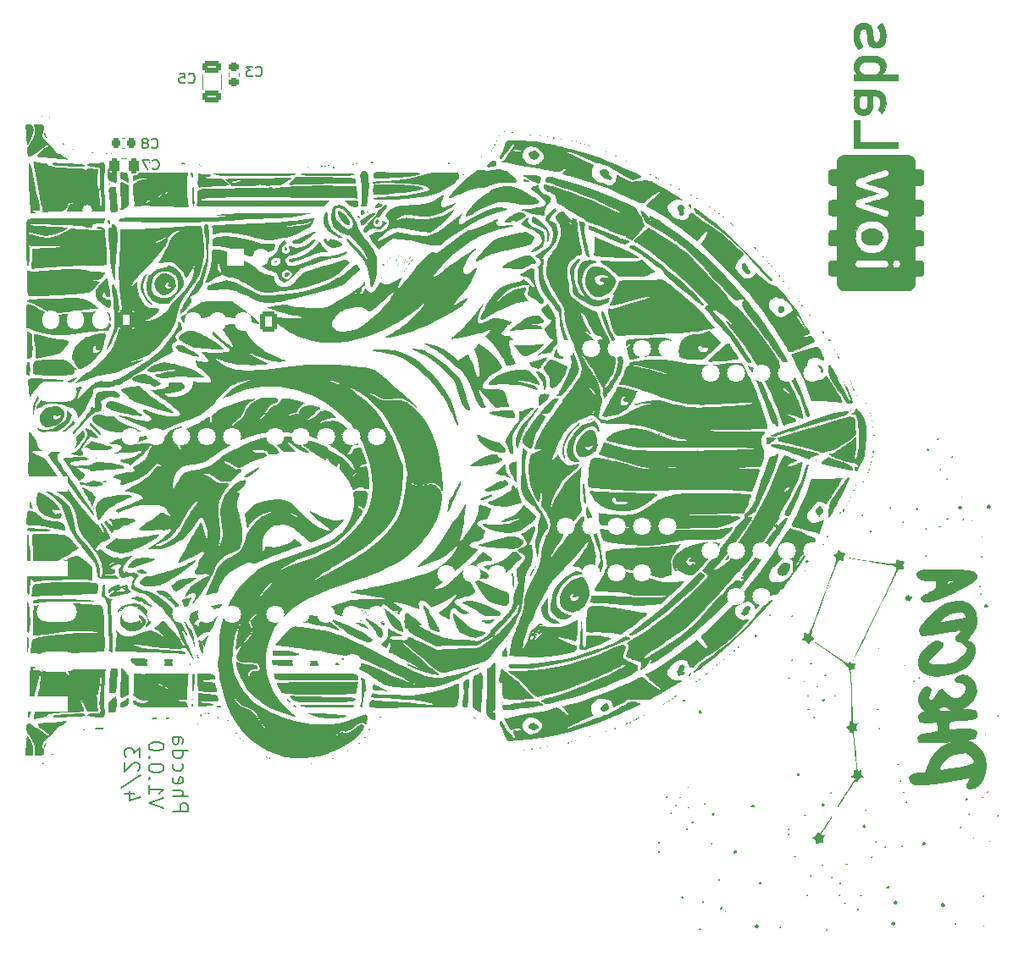
<source format=gbo>
G04 #@! TF.GenerationSoftware,KiCad,Pcbnew,7.0.5-7.0.5~ubuntu20.04.1*
G04 #@! TF.CreationDate,2023-10-09T18:00:40-03:00*
G04 #@! TF.ProjectId,Phecda_board,50686563-6461-45f6-926f-6172642e6b69,rev?*
G04 #@! TF.SameCoordinates,Original*
G04 #@! TF.FileFunction,Legend,Bot*
G04 #@! TF.FilePolarity,Positive*
%FSLAX46Y46*%
G04 Gerber Fmt 4.6, Leading zero omitted, Abs format (unit mm)*
G04 Created by KiCad (PCBNEW 7.0.5-7.0.5~ubuntu20.04.1) date 2023-10-09 18:00:40*
%MOMM*%
%LPD*%
G01*
G04 APERTURE LIST*
G04 Aperture macros list*
%AMRoundRect*
0 Rectangle with rounded corners*
0 $1 Rounding radius*
0 $2 $3 $4 $5 $6 $7 $8 $9 X,Y pos of 4 corners*
0 Add a 4 corners polygon primitive as box body*
4,1,4,$2,$3,$4,$5,$6,$7,$8,$9,$2,$3,0*
0 Add four circle primitives for the rounded corners*
1,1,$1+$1,$2,$3*
1,1,$1+$1,$4,$5*
1,1,$1+$1,$6,$7*
1,1,$1+$1,$8,$9*
0 Add four rect primitives between the rounded corners*
20,1,$1+$1,$2,$3,$4,$5,0*
20,1,$1+$1,$4,$5,$6,$7,0*
20,1,$1+$1,$6,$7,$8,$9,0*
20,1,$1+$1,$8,$9,$2,$3,0*%
G04 Aperture macros list end*
%ADD10C,0.150000*%
%ADD11C,0.120000*%
%ADD12C,0.010000*%
%ADD13R,1.700000X1.700000*%
%ADD14O,1.700000X1.700000*%
%ADD15C,2.200000*%
%ADD16R,1.500000X5.080000*%
%ADD17R,5.080000X1.500000*%
%ADD18RoundRect,0.250000X0.600000X0.725000X-0.600000X0.725000X-0.600000X-0.725000X0.600000X-0.725000X0*%
%ADD19O,1.700000X1.950000*%
%ADD20C,1.800000*%
%ADD21O,1.550000X0.890000*%
%ADD22O,0.950000X1.250000*%
%ADD23O,4.000000X2.000000*%
%ADD24O,2.000000X4.000000*%
%ADD25C,1.000000*%
%ADD26RoundRect,0.250000X0.650000X-0.325000X0.650000X0.325000X-0.650000X0.325000X-0.650000X-0.325000X0*%
%ADD27RoundRect,0.225000X0.225000X0.250000X-0.225000X0.250000X-0.225000X-0.250000X0.225000X-0.250000X0*%
%ADD28RoundRect,0.225000X0.250000X-0.225000X0.250000X0.225000X-0.250000X0.225000X-0.250000X-0.225000X0*%
%ADD29RoundRect,0.250000X0.250000X0.475000X-0.250000X0.475000X-0.250000X-0.475000X0.250000X-0.475000X0*%
G04 APERTURE END LIST*
D10*
X56628871Y-119014285D02*
X58128871Y-119014285D01*
X58128871Y-119014285D02*
X58128871Y-118442856D01*
X58128871Y-118442856D02*
X58057442Y-118299999D01*
X58057442Y-118299999D02*
X57986014Y-118228570D01*
X57986014Y-118228570D02*
X57843157Y-118157142D01*
X57843157Y-118157142D02*
X57628871Y-118157142D01*
X57628871Y-118157142D02*
X57486014Y-118228570D01*
X57486014Y-118228570D02*
X57414585Y-118299999D01*
X57414585Y-118299999D02*
X57343157Y-118442856D01*
X57343157Y-118442856D02*
X57343157Y-119014285D01*
X56628871Y-117514285D02*
X58128871Y-117514285D01*
X56628871Y-116871428D02*
X57414585Y-116871428D01*
X57414585Y-116871428D02*
X57557442Y-116942856D01*
X57557442Y-116942856D02*
X57628871Y-117085713D01*
X57628871Y-117085713D02*
X57628871Y-117299999D01*
X57628871Y-117299999D02*
X57557442Y-117442856D01*
X57557442Y-117442856D02*
X57486014Y-117514285D01*
X56700300Y-115585713D02*
X56628871Y-115728570D01*
X56628871Y-115728570D02*
X56628871Y-116014285D01*
X56628871Y-116014285D02*
X56700300Y-116157142D01*
X56700300Y-116157142D02*
X56843157Y-116228570D01*
X56843157Y-116228570D02*
X57414585Y-116228570D01*
X57414585Y-116228570D02*
X57557442Y-116157142D01*
X57557442Y-116157142D02*
X57628871Y-116014285D01*
X57628871Y-116014285D02*
X57628871Y-115728570D01*
X57628871Y-115728570D02*
X57557442Y-115585713D01*
X57557442Y-115585713D02*
X57414585Y-115514285D01*
X57414585Y-115514285D02*
X57271728Y-115514285D01*
X57271728Y-115514285D02*
X57128871Y-116228570D01*
X56700300Y-114228571D02*
X56628871Y-114371428D01*
X56628871Y-114371428D02*
X56628871Y-114657142D01*
X56628871Y-114657142D02*
X56700300Y-114799999D01*
X56700300Y-114799999D02*
X56771728Y-114871428D01*
X56771728Y-114871428D02*
X56914585Y-114942856D01*
X56914585Y-114942856D02*
X57343157Y-114942856D01*
X57343157Y-114942856D02*
X57486014Y-114871428D01*
X57486014Y-114871428D02*
X57557442Y-114799999D01*
X57557442Y-114799999D02*
X57628871Y-114657142D01*
X57628871Y-114657142D02*
X57628871Y-114371428D01*
X57628871Y-114371428D02*
X57557442Y-114228571D01*
X56628871Y-112942857D02*
X58128871Y-112942857D01*
X56700300Y-112942857D02*
X56628871Y-113085714D01*
X56628871Y-113085714D02*
X56628871Y-113371428D01*
X56628871Y-113371428D02*
X56700300Y-113514285D01*
X56700300Y-113514285D02*
X56771728Y-113585714D01*
X56771728Y-113585714D02*
X56914585Y-113657142D01*
X56914585Y-113657142D02*
X57343157Y-113657142D01*
X57343157Y-113657142D02*
X57486014Y-113585714D01*
X57486014Y-113585714D02*
X57557442Y-113514285D01*
X57557442Y-113514285D02*
X57628871Y-113371428D01*
X57628871Y-113371428D02*
X57628871Y-113085714D01*
X57628871Y-113085714D02*
X57557442Y-112942857D01*
X56628871Y-111585714D02*
X57414585Y-111585714D01*
X57414585Y-111585714D02*
X57557442Y-111657142D01*
X57557442Y-111657142D02*
X57628871Y-111799999D01*
X57628871Y-111799999D02*
X57628871Y-112085714D01*
X57628871Y-112085714D02*
X57557442Y-112228571D01*
X56700300Y-111585714D02*
X56628871Y-111728571D01*
X56628871Y-111728571D02*
X56628871Y-112085714D01*
X56628871Y-112085714D02*
X56700300Y-112228571D01*
X56700300Y-112228571D02*
X56843157Y-112299999D01*
X56843157Y-112299999D02*
X56986014Y-112299999D01*
X56986014Y-112299999D02*
X57128871Y-112228571D01*
X57128871Y-112228571D02*
X57200300Y-112085714D01*
X57200300Y-112085714D02*
X57200300Y-111728571D01*
X57200300Y-111728571D02*
X57271728Y-111585714D01*
X55713871Y-118657141D02*
X54213871Y-118157141D01*
X54213871Y-118157141D02*
X55713871Y-117657141D01*
X54213871Y-116371427D02*
X54213871Y-117228570D01*
X54213871Y-116799999D02*
X55713871Y-116799999D01*
X55713871Y-116799999D02*
X55499585Y-116942856D01*
X55499585Y-116942856D02*
X55356728Y-117085713D01*
X55356728Y-117085713D02*
X55285300Y-117228570D01*
X54356728Y-115728571D02*
X54285300Y-115657142D01*
X54285300Y-115657142D02*
X54213871Y-115728571D01*
X54213871Y-115728571D02*
X54285300Y-115799999D01*
X54285300Y-115799999D02*
X54356728Y-115728571D01*
X54356728Y-115728571D02*
X54213871Y-115728571D01*
X55713871Y-114728570D02*
X55713871Y-114585713D01*
X55713871Y-114585713D02*
X55642442Y-114442856D01*
X55642442Y-114442856D02*
X55571014Y-114371428D01*
X55571014Y-114371428D02*
X55428157Y-114299999D01*
X55428157Y-114299999D02*
X55142442Y-114228570D01*
X55142442Y-114228570D02*
X54785300Y-114228570D01*
X54785300Y-114228570D02*
X54499585Y-114299999D01*
X54499585Y-114299999D02*
X54356728Y-114371428D01*
X54356728Y-114371428D02*
X54285300Y-114442856D01*
X54285300Y-114442856D02*
X54213871Y-114585713D01*
X54213871Y-114585713D02*
X54213871Y-114728570D01*
X54213871Y-114728570D02*
X54285300Y-114871428D01*
X54285300Y-114871428D02*
X54356728Y-114942856D01*
X54356728Y-114942856D02*
X54499585Y-115014285D01*
X54499585Y-115014285D02*
X54785300Y-115085713D01*
X54785300Y-115085713D02*
X55142442Y-115085713D01*
X55142442Y-115085713D02*
X55428157Y-115014285D01*
X55428157Y-115014285D02*
X55571014Y-114942856D01*
X55571014Y-114942856D02*
X55642442Y-114871428D01*
X55642442Y-114871428D02*
X55713871Y-114728570D01*
X54356728Y-113585714D02*
X54285300Y-113514285D01*
X54285300Y-113514285D02*
X54213871Y-113585714D01*
X54213871Y-113585714D02*
X54285300Y-113657142D01*
X54285300Y-113657142D02*
X54356728Y-113585714D01*
X54356728Y-113585714D02*
X54213871Y-113585714D01*
X55713871Y-112585713D02*
X55713871Y-112442856D01*
X55713871Y-112442856D02*
X55642442Y-112299999D01*
X55642442Y-112299999D02*
X55571014Y-112228571D01*
X55571014Y-112228571D02*
X55428157Y-112157142D01*
X55428157Y-112157142D02*
X55142442Y-112085713D01*
X55142442Y-112085713D02*
X54785300Y-112085713D01*
X54785300Y-112085713D02*
X54499585Y-112157142D01*
X54499585Y-112157142D02*
X54356728Y-112228571D01*
X54356728Y-112228571D02*
X54285300Y-112299999D01*
X54285300Y-112299999D02*
X54213871Y-112442856D01*
X54213871Y-112442856D02*
X54213871Y-112585713D01*
X54213871Y-112585713D02*
X54285300Y-112728571D01*
X54285300Y-112728571D02*
X54356728Y-112799999D01*
X54356728Y-112799999D02*
X54499585Y-112871428D01*
X54499585Y-112871428D02*
X54785300Y-112942856D01*
X54785300Y-112942856D02*
X55142442Y-112942856D01*
X55142442Y-112942856D02*
X55428157Y-112871428D01*
X55428157Y-112871428D02*
X55571014Y-112799999D01*
X55571014Y-112799999D02*
X55642442Y-112728571D01*
X55642442Y-112728571D02*
X55713871Y-112585713D01*
X52798871Y-117228571D02*
X51798871Y-117228571D01*
X53370300Y-117585713D02*
X52298871Y-117942856D01*
X52298871Y-117942856D02*
X52298871Y-117014285D01*
X53370300Y-115371428D02*
X51441728Y-116657142D01*
X53156014Y-114942856D02*
X53227442Y-114871428D01*
X53227442Y-114871428D02*
X53298871Y-114728571D01*
X53298871Y-114728571D02*
X53298871Y-114371428D01*
X53298871Y-114371428D02*
X53227442Y-114228571D01*
X53227442Y-114228571D02*
X53156014Y-114157142D01*
X53156014Y-114157142D02*
X53013157Y-114085713D01*
X53013157Y-114085713D02*
X52870300Y-114085713D01*
X52870300Y-114085713D02*
X52656014Y-114157142D01*
X52656014Y-114157142D02*
X51798871Y-115014285D01*
X51798871Y-115014285D02*
X51798871Y-114085713D01*
X53298871Y-113585714D02*
X53298871Y-112657142D01*
X53298871Y-112657142D02*
X52727442Y-113157142D01*
X52727442Y-113157142D02*
X52727442Y-112942857D01*
X52727442Y-112942857D02*
X52656014Y-112800000D01*
X52656014Y-112800000D02*
X52584585Y-112728571D01*
X52584585Y-112728571D02*
X52441728Y-112657142D01*
X52441728Y-112657142D02*
X52084585Y-112657142D01*
X52084585Y-112657142D02*
X51941728Y-112728571D01*
X51941728Y-112728571D02*
X51870300Y-112800000D01*
X51870300Y-112800000D02*
X51798871Y-112942857D01*
X51798871Y-112942857D02*
X51798871Y-113371428D01*
X51798871Y-113371428D02*
X51870300Y-113514285D01*
X51870300Y-113514285D02*
X51941728Y-113585714D01*
X58196666Y-46059580D02*
X58244285Y-46107200D01*
X58244285Y-46107200D02*
X58387142Y-46154819D01*
X58387142Y-46154819D02*
X58482380Y-46154819D01*
X58482380Y-46154819D02*
X58625237Y-46107200D01*
X58625237Y-46107200D02*
X58720475Y-46011961D01*
X58720475Y-46011961D02*
X58768094Y-45916723D01*
X58768094Y-45916723D02*
X58815713Y-45726247D01*
X58815713Y-45726247D02*
X58815713Y-45583390D01*
X58815713Y-45583390D02*
X58768094Y-45392914D01*
X58768094Y-45392914D02*
X58720475Y-45297676D01*
X58720475Y-45297676D02*
X58625237Y-45202438D01*
X58625237Y-45202438D02*
X58482380Y-45154819D01*
X58482380Y-45154819D02*
X58387142Y-45154819D01*
X58387142Y-45154819D02*
X58244285Y-45202438D01*
X58244285Y-45202438D02*
X58196666Y-45250057D01*
X57291904Y-45154819D02*
X57768094Y-45154819D01*
X57768094Y-45154819D02*
X57815713Y-45631009D01*
X57815713Y-45631009D02*
X57768094Y-45583390D01*
X57768094Y-45583390D02*
X57672856Y-45535771D01*
X57672856Y-45535771D02*
X57434761Y-45535771D01*
X57434761Y-45535771D02*
X57339523Y-45583390D01*
X57339523Y-45583390D02*
X57291904Y-45631009D01*
X57291904Y-45631009D02*
X57244285Y-45726247D01*
X57244285Y-45726247D02*
X57244285Y-45964342D01*
X57244285Y-45964342D02*
X57291904Y-46059580D01*
X57291904Y-46059580D02*
X57339523Y-46107200D01*
X57339523Y-46107200D02*
X57434761Y-46154819D01*
X57434761Y-46154819D02*
X57672856Y-46154819D01*
X57672856Y-46154819D02*
X57768094Y-46107200D01*
X57768094Y-46107200D02*
X57815713Y-46059580D01*
X54506666Y-52569580D02*
X54554285Y-52617200D01*
X54554285Y-52617200D02*
X54697142Y-52664819D01*
X54697142Y-52664819D02*
X54792380Y-52664819D01*
X54792380Y-52664819D02*
X54935237Y-52617200D01*
X54935237Y-52617200D02*
X55030475Y-52521961D01*
X55030475Y-52521961D02*
X55078094Y-52426723D01*
X55078094Y-52426723D02*
X55125713Y-52236247D01*
X55125713Y-52236247D02*
X55125713Y-52093390D01*
X55125713Y-52093390D02*
X55078094Y-51902914D01*
X55078094Y-51902914D02*
X55030475Y-51807676D01*
X55030475Y-51807676D02*
X54935237Y-51712438D01*
X54935237Y-51712438D02*
X54792380Y-51664819D01*
X54792380Y-51664819D02*
X54697142Y-51664819D01*
X54697142Y-51664819D02*
X54554285Y-51712438D01*
X54554285Y-51712438D02*
X54506666Y-51760057D01*
X53935237Y-52093390D02*
X54030475Y-52045771D01*
X54030475Y-52045771D02*
X54078094Y-51998152D01*
X54078094Y-51998152D02*
X54125713Y-51902914D01*
X54125713Y-51902914D02*
X54125713Y-51855295D01*
X54125713Y-51855295D02*
X54078094Y-51760057D01*
X54078094Y-51760057D02*
X54030475Y-51712438D01*
X54030475Y-51712438D02*
X53935237Y-51664819D01*
X53935237Y-51664819D02*
X53744761Y-51664819D01*
X53744761Y-51664819D02*
X53649523Y-51712438D01*
X53649523Y-51712438D02*
X53601904Y-51760057D01*
X53601904Y-51760057D02*
X53554285Y-51855295D01*
X53554285Y-51855295D02*
X53554285Y-51902914D01*
X53554285Y-51902914D02*
X53601904Y-51998152D01*
X53601904Y-51998152D02*
X53649523Y-52045771D01*
X53649523Y-52045771D02*
X53744761Y-52093390D01*
X53744761Y-52093390D02*
X53935237Y-52093390D01*
X53935237Y-52093390D02*
X54030475Y-52141009D01*
X54030475Y-52141009D02*
X54078094Y-52188628D01*
X54078094Y-52188628D02*
X54125713Y-52283866D01*
X54125713Y-52283866D02*
X54125713Y-52474342D01*
X54125713Y-52474342D02*
X54078094Y-52569580D01*
X54078094Y-52569580D02*
X54030475Y-52617200D01*
X54030475Y-52617200D02*
X53935237Y-52664819D01*
X53935237Y-52664819D02*
X53744761Y-52664819D01*
X53744761Y-52664819D02*
X53649523Y-52617200D01*
X53649523Y-52617200D02*
X53601904Y-52569580D01*
X53601904Y-52569580D02*
X53554285Y-52474342D01*
X53554285Y-52474342D02*
X53554285Y-52283866D01*
X53554285Y-52283866D02*
X53601904Y-52188628D01*
X53601904Y-52188628D02*
X53649523Y-52141009D01*
X53649523Y-52141009D02*
X53744761Y-52093390D01*
X64926666Y-45379580D02*
X64974285Y-45427200D01*
X64974285Y-45427200D02*
X65117142Y-45474819D01*
X65117142Y-45474819D02*
X65212380Y-45474819D01*
X65212380Y-45474819D02*
X65355237Y-45427200D01*
X65355237Y-45427200D02*
X65450475Y-45331961D01*
X65450475Y-45331961D02*
X65498094Y-45236723D01*
X65498094Y-45236723D02*
X65545713Y-45046247D01*
X65545713Y-45046247D02*
X65545713Y-44903390D01*
X65545713Y-44903390D02*
X65498094Y-44712914D01*
X65498094Y-44712914D02*
X65450475Y-44617676D01*
X65450475Y-44617676D02*
X65355237Y-44522438D01*
X65355237Y-44522438D02*
X65212380Y-44474819D01*
X65212380Y-44474819D02*
X65117142Y-44474819D01*
X65117142Y-44474819D02*
X64974285Y-44522438D01*
X64974285Y-44522438D02*
X64926666Y-44570057D01*
X64593332Y-44474819D02*
X63974285Y-44474819D01*
X63974285Y-44474819D02*
X64307618Y-44855771D01*
X64307618Y-44855771D02*
X64164761Y-44855771D01*
X64164761Y-44855771D02*
X64069523Y-44903390D01*
X64069523Y-44903390D02*
X64021904Y-44951009D01*
X64021904Y-44951009D02*
X63974285Y-45046247D01*
X63974285Y-45046247D02*
X63974285Y-45284342D01*
X63974285Y-45284342D02*
X64021904Y-45379580D01*
X64021904Y-45379580D02*
X64069523Y-45427200D01*
X64069523Y-45427200D02*
X64164761Y-45474819D01*
X64164761Y-45474819D02*
X64450475Y-45474819D01*
X64450475Y-45474819D02*
X64545713Y-45427200D01*
X64545713Y-45427200D02*
X64593332Y-45379580D01*
X54606666Y-54689580D02*
X54654285Y-54737200D01*
X54654285Y-54737200D02*
X54797142Y-54784819D01*
X54797142Y-54784819D02*
X54892380Y-54784819D01*
X54892380Y-54784819D02*
X55035237Y-54737200D01*
X55035237Y-54737200D02*
X55130475Y-54641961D01*
X55130475Y-54641961D02*
X55178094Y-54546723D01*
X55178094Y-54546723D02*
X55225713Y-54356247D01*
X55225713Y-54356247D02*
X55225713Y-54213390D01*
X55225713Y-54213390D02*
X55178094Y-54022914D01*
X55178094Y-54022914D02*
X55130475Y-53927676D01*
X55130475Y-53927676D02*
X55035237Y-53832438D01*
X55035237Y-53832438D02*
X54892380Y-53784819D01*
X54892380Y-53784819D02*
X54797142Y-53784819D01*
X54797142Y-53784819D02*
X54654285Y-53832438D01*
X54654285Y-53832438D02*
X54606666Y-53880057D01*
X54273332Y-53784819D02*
X53606666Y-53784819D01*
X53606666Y-53784819D02*
X54035237Y-54784819D01*
D11*
X59590000Y-46711252D02*
X59590000Y-45288748D01*
X61410000Y-46711252D02*
X61410000Y-45288748D01*
G36*
X44388629Y-113903512D02*
G01*
X44346154Y-113945987D01*
X44303679Y-113903512D01*
X44346154Y-113861037D01*
X44388629Y-113903512D01*
G37*
G36*
X66900335Y-113903512D02*
G01*
X66857860Y-113945987D01*
X66815385Y-113903512D01*
X66857860Y-113861037D01*
X66900335Y-113903512D01*
G37*
G36*
X95273579Y-112374415D02*
G01*
X95231104Y-112416890D01*
X95188629Y-112374415D01*
X95231104Y-112331940D01*
X95273579Y-112374415D01*
G37*
G36*
X75565218Y-111864716D02*
G01*
X75522743Y-111907191D01*
X75480268Y-111864716D01*
X75522743Y-111822241D01*
X75565218Y-111864716D01*
G37*
G36*
X97227425Y-111864716D02*
G01*
X97184950Y-111907191D01*
X97142475Y-111864716D01*
X97184950Y-111822241D01*
X97227425Y-111864716D01*
G37*
G36*
X98756522Y-111439966D02*
G01*
X98714047Y-111482441D01*
X98671572Y-111439966D01*
X98714047Y-111397492D01*
X98756522Y-111439966D01*
G37*
G36*
X75989967Y-111355017D02*
G01*
X75947492Y-111397492D01*
X75905017Y-111355017D01*
X75947492Y-111312542D01*
X75989967Y-111355017D01*
G37*
G36*
X100285619Y-110930267D02*
G01*
X100243144Y-110972742D01*
X100200669Y-110930267D01*
X100243144Y-110887793D01*
X100285619Y-110930267D01*
G37*
G36*
X101135117Y-110590468D02*
G01*
X101092642Y-110632943D01*
X101050167Y-110590468D01*
X101092642Y-110547993D01*
X101135117Y-110590468D01*
G37*
G36*
X61548495Y-109910869D02*
G01*
X61506020Y-109953344D01*
X61463545Y-109910869D01*
X61506020Y-109868395D01*
X61548495Y-109910869D01*
G37*
G36*
X103768562Y-109401170D02*
G01*
X103726087Y-109443645D01*
X103683612Y-109401170D01*
X103726087Y-109358696D01*
X103768562Y-109401170D01*
G37*
G36*
X89666890Y-108126923D02*
G01*
X89624415Y-108169398D01*
X89581940Y-108126923D01*
X89624415Y-108084448D01*
X89666890Y-108126923D01*
G37*
G36*
X106062207Y-108041973D02*
G01*
X106019733Y-108084448D01*
X105977258Y-108041973D01*
X106019733Y-107999498D01*
X106062207Y-108041973D01*
G37*
G36*
X58660201Y-107787124D02*
G01*
X58617726Y-107829599D01*
X58575251Y-107787124D01*
X58617726Y-107744649D01*
X58660201Y-107787124D01*
G37*
G36*
X74885619Y-99971739D02*
G01*
X74843144Y-100014214D01*
X74800669Y-99971739D01*
X74843144Y-99929264D01*
X74885619Y-99971739D01*
G37*
G36*
X74290970Y-99801839D02*
G01*
X74248495Y-99844314D01*
X74206020Y-99801839D01*
X74248495Y-99759364D01*
X74290970Y-99801839D01*
G37*
G36*
X76584615Y-99292140D02*
G01*
X76542141Y-99334615D01*
X76499666Y-99292140D01*
X76542141Y-99249665D01*
X76584615Y-99292140D01*
G37*
G36*
X75735117Y-99207191D02*
G01*
X75692642Y-99249665D01*
X75650167Y-99207191D01*
X75692642Y-99164716D01*
X75735117Y-99207191D01*
G37*
G36*
X75989967Y-99207191D02*
G01*
X75947492Y-99249665D01*
X75905017Y-99207191D01*
X75947492Y-99164716D01*
X75989967Y-99207191D01*
G37*
G36*
X75905017Y-99037291D02*
G01*
X75862542Y-99079766D01*
X75820067Y-99037291D01*
X75862542Y-98994816D01*
X75905017Y-99037291D01*
G37*
G36*
X78963211Y-99037291D02*
G01*
X78920736Y-99079766D01*
X78878261Y-99037291D01*
X78920736Y-98994816D01*
X78963211Y-99037291D01*
G37*
G36*
X75565218Y-98867391D02*
G01*
X75522743Y-98909866D01*
X75480268Y-98867391D01*
X75522743Y-98824916D01*
X75565218Y-98867391D01*
G37*
G36*
X93064883Y-93940301D02*
G01*
X93022408Y-93982776D01*
X92979933Y-93940301D01*
X93022408Y-93897826D01*
X93064883Y-93940301D01*
G37*
G36*
X53053512Y-93260702D02*
G01*
X53011037Y-93303177D01*
X52968562Y-93260702D01*
X53011037Y-93218227D01*
X53053512Y-93260702D01*
G37*
G36*
X121438127Y-92581104D02*
G01*
X121395652Y-92623578D01*
X121353177Y-92581104D01*
X121395652Y-92538629D01*
X121438127Y-92581104D01*
G37*
G36*
X125855519Y-85785117D02*
G01*
X125813044Y-85827592D01*
X125770569Y-85785117D01*
X125813044Y-85742642D01*
X125855519Y-85785117D01*
G37*
G36*
X125940468Y-85615217D02*
G01*
X125897993Y-85657692D01*
X125855519Y-85615217D01*
X125897993Y-85572742D01*
X125940468Y-85615217D01*
G37*
G36*
X120928428Y-83831271D02*
G01*
X120885953Y-83873746D01*
X120843478Y-83831271D01*
X120885953Y-83788796D01*
X120928428Y-83831271D01*
G37*
G36*
X48975920Y-83661371D02*
G01*
X48933445Y-83703846D01*
X48890970Y-83661371D01*
X48933445Y-83618896D01*
X48975920Y-83661371D01*
G37*
G36*
X98246823Y-79838629D02*
G01*
X98204348Y-79881104D01*
X98161873Y-79838629D01*
X98204348Y-79796154D01*
X98246823Y-79838629D01*
G37*
G36*
X126365218Y-79159030D02*
G01*
X126322743Y-79201505D01*
X126280268Y-79159030D01*
X126322743Y-79116555D01*
X126365218Y-79159030D01*
G37*
G36*
X124411371Y-78904180D02*
G01*
X124368896Y-78946655D01*
X124326422Y-78904180D01*
X124368896Y-78861706D01*
X124411371Y-78904180D01*
G37*
G36*
X125940468Y-78139632D02*
G01*
X125897993Y-78182107D01*
X125855519Y-78139632D01*
X125897993Y-78097157D01*
X125940468Y-78139632D01*
G37*
G36*
X123731773Y-76015886D02*
G01*
X123689298Y-76058361D01*
X123646823Y-76015886D01*
X123689298Y-75973411D01*
X123731773Y-76015886D01*
G37*
G36*
X123052174Y-73212542D02*
G01*
X123009699Y-73255017D01*
X122967224Y-73212542D01*
X123009699Y-73170067D01*
X123052174Y-73212542D01*
G37*
G36*
X119909030Y-68795150D02*
G01*
X119866555Y-68837625D01*
X119824080Y-68795150D01*
X119866555Y-68752675D01*
X119909030Y-68795150D01*
G37*
G36*
X79642809Y-65397157D02*
G01*
X79600335Y-65439632D01*
X79557860Y-65397157D01*
X79600335Y-65354682D01*
X79642809Y-65397157D01*
G37*
G36*
X79557860Y-64717558D02*
G01*
X79515385Y-64760033D01*
X79472910Y-64717558D01*
X79515385Y-64675083D01*
X79557860Y-64717558D01*
G37*
G36*
X79642809Y-64037960D02*
G01*
X79600335Y-64080435D01*
X79557860Y-64037960D01*
X79600335Y-63995485D01*
X79642809Y-64037960D01*
G37*
G36*
X114132442Y-63783110D02*
G01*
X114089967Y-63825585D01*
X114047492Y-63783110D01*
X114089967Y-63740635D01*
X114132442Y-63783110D01*
G37*
G36*
X80067559Y-63698160D02*
G01*
X80025084Y-63740635D01*
X79982609Y-63698160D01*
X80025084Y-63655685D01*
X80067559Y-63698160D01*
G37*
G36*
X78793311Y-63443311D02*
G01*
X78750836Y-63485786D01*
X78708361Y-63443311D01*
X78750836Y-63400836D01*
X78793311Y-63443311D01*
G37*
G36*
X78623411Y-63273411D02*
G01*
X78580937Y-63315886D01*
X78538462Y-63273411D01*
X78580937Y-63230936D01*
X78623411Y-63273411D01*
G37*
G36*
X78878261Y-63018562D02*
G01*
X78835786Y-63061037D01*
X78793311Y-63018562D01*
X78835786Y-62976087D01*
X78878261Y-63018562D01*
G37*
G36*
X79303010Y-62848662D02*
G01*
X79260535Y-62891137D01*
X79218060Y-62848662D01*
X79260535Y-62806187D01*
X79303010Y-62848662D01*
G37*
G36*
X79557860Y-62848662D02*
G01*
X79515385Y-62891137D01*
X79472910Y-62848662D01*
X79515385Y-62806187D01*
X79557860Y-62848662D01*
G37*
G36*
X93064883Y-61999164D02*
G01*
X93022408Y-62041639D01*
X92979933Y-61999164D01*
X93022408Y-61956689D01*
X93064883Y-61999164D01*
G37*
G36*
X113622743Y-61234615D02*
G01*
X113580268Y-61277090D01*
X113537793Y-61234615D01*
X113580268Y-61192140D01*
X113622743Y-61234615D01*
G37*
G36*
X59849498Y-59365719D02*
G01*
X59807024Y-59408194D01*
X59764549Y-59365719D01*
X59807024Y-59323244D01*
X59849498Y-59365719D01*
G37*
G36*
X52288963Y-53928930D02*
G01*
X52246488Y-53971405D01*
X52204013Y-53928930D01*
X52246488Y-53886455D01*
X52288963Y-53928930D01*
G37*
G36*
X98331773Y-52399833D02*
G01*
X98289298Y-52442308D01*
X98246823Y-52399833D01*
X98289298Y-52357358D01*
X98331773Y-52399833D01*
G37*
G36*
X98161873Y-52314883D02*
G01*
X98119398Y-52357358D01*
X98076923Y-52314883D01*
X98119398Y-52272408D01*
X98161873Y-52314883D01*
G37*
G36*
X89072241Y-51890134D02*
G01*
X89029766Y-51932609D01*
X88987291Y-51890134D01*
X89029766Y-51847659D01*
X89072241Y-51890134D01*
G37*
G36*
X93319733Y-51380435D02*
G01*
X93277258Y-51422910D01*
X93234783Y-51380435D01*
X93277258Y-51337960D01*
X93319733Y-51380435D01*
G37*
G36*
X89836789Y-50955686D02*
G01*
X89794314Y-50998160D01*
X89751840Y-50955686D01*
X89794314Y-50913211D01*
X89836789Y-50955686D01*
G37*
G36*
X41906934Y-114241603D02*
G01*
X41896767Y-114342419D01*
X41871216Y-114355709D01*
X41840134Y-114285786D01*
X41846265Y-114240814D01*
X41896767Y-114229153D01*
X41906934Y-114241603D01*
G37*
G36*
X42841382Y-114156654D02*
G01*
X42831215Y-114257469D01*
X42805664Y-114270759D01*
X42774582Y-114200836D01*
X42780713Y-114155864D01*
X42831215Y-114144203D01*
X42841382Y-114156654D01*
G37*
G36*
X74177704Y-112954905D02*
G01*
X74190994Y-112980457D01*
X74121070Y-113011538D01*
X74076098Y-113005408D01*
X74064437Y-112954905D01*
X74076888Y-112944738D01*
X74177704Y-112954905D01*
G37*
G36*
X89893423Y-112954905D02*
G01*
X89906713Y-112980457D01*
X89836789Y-113011538D01*
X89791817Y-113005408D01*
X89780156Y-112954905D01*
X89792607Y-112944738D01*
X89893423Y-112954905D01*
G37*
G36*
X94140914Y-112530156D02*
G01*
X94154204Y-112555707D01*
X94084281Y-112586789D01*
X94039309Y-112580659D01*
X94027648Y-112530156D01*
X94040099Y-112519989D01*
X94140914Y-112530156D01*
G37*
G36*
X96519510Y-112020457D02*
G01*
X96532800Y-112046008D01*
X96462876Y-112077090D01*
X96417904Y-112070960D01*
X96406243Y-112020457D01*
X96418694Y-112010290D01*
X96519510Y-112020457D01*
G37*
G36*
X63728874Y-111935507D02*
G01*
X63742164Y-111961059D01*
X63672241Y-111992140D01*
X63627269Y-111986010D01*
X63615608Y-111935507D01*
X63628059Y-111925340D01*
X63728874Y-111935507D01*
G37*
G36*
X96944259Y-111935507D02*
G01*
X96957549Y-111961059D01*
X96887626Y-111992140D01*
X96842653Y-111986010D01*
X96830992Y-111935507D01*
X96843443Y-111925340D01*
X96944259Y-111935507D01*
G37*
G36*
X63399242Y-111608159D02*
G01*
X63389075Y-111708974D01*
X63363523Y-111722264D01*
X63332442Y-111652341D01*
X63338572Y-111607369D01*
X63389075Y-111595708D01*
X63399242Y-111608159D01*
G37*
G36*
X98388406Y-111510758D02*
G01*
X98401696Y-111536309D01*
X98331773Y-111567391D01*
X98286801Y-111561261D01*
X98275139Y-111510758D01*
X98287590Y-111500591D01*
X98388406Y-111510758D01*
G37*
G36*
X100002453Y-111001059D02*
G01*
X100015743Y-111026610D01*
X99945820Y-111057692D01*
X99900847Y-111051562D01*
X99889186Y-111001059D01*
X99901637Y-110990892D01*
X100002453Y-111001059D01*
G37*
G36*
X59141583Y-110236510D02*
G01*
X59154873Y-110262062D01*
X59084950Y-110293144D01*
X59039978Y-110287013D01*
X59028317Y-110236510D01*
X59040768Y-110226344D01*
X59141583Y-110236510D01*
G37*
G36*
X102731014Y-109824212D02*
G01*
X102720847Y-109925028D01*
X102695296Y-109938318D01*
X102664214Y-109868395D01*
X102670345Y-109823422D01*
X102720847Y-109811761D01*
X102731014Y-109824212D01*
G37*
G36*
X61190546Y-109569363D02*
G01*
X61180379Y-109670178D01*
X61154828Y-109683468D01*
X61123746Y-109613545D01*
X61129877Y-109568573D01*
X61180379Y-109556912D01*
X61190546Y-109569363D01*
G37*
G36*
X77405797Y-109556912D02*
G01*
X77419087Y-109582463D01*
X77349164Y-109613545D01*
X77304192Y-109607414D01*
X77292531Y-109556912D01*
X77304982Y-109546745D01*
X77405797Y-109556912D01*
G37*
G36*
X59906132Y-109217112D02*
G01*
X59919422Y-109242664D01*
X59849498Y-109273746D01*
X59804526Y-109267615D01*
X59792865Y-109217112D01*
X59805316Y-109206946D01*
X59906132Y-109217112D01*
G37*
G36*
X106288740Y-107942865D02*
G01*
X106302030Y-107968416D01*
X106232107Y-107999498D01*
X106187135Y-107993368D01*
X106175474Y-107942865D01*
X106187925Y-107932698D01*
X106288740Y-107942865D01*
G37*
G36*
X109007135Y-105989019D02*
G01*
X109020425Y-106014570D01*
X108950502Y-106045652D01*
X108905530Y-106039521D01*
X108893869Y-105989019D01*
X108906319Y-105978852D01*
X109007135Y-105989019D01*
G37*
G36*
X111056098Y-104302473D02*
G01*
X111045931Y-104403289D01*
X111020380Y-104416579D01*
X110989298Y-104346655D01*
X110995428Y-104301683D01*
X111045931Y-104290022D01*
X111056098Y-104302473D01*
G37*
G36*
X75451951Y-99872631D02*
G01*
X75465241Y-99898182D01*
X75395318Y-99929264D01*
X75350346Y-99923133D01*
X75338685Y-99872631D01*
X75351135Y-99862464D01*
X75451951Y-99872631D01*
G37*
G36*
X75207268Y-99545282D02*
G01*
X75197102Y-99646098D01*
X75171550Y-99659388D01*
X75140468Y-99589465D01*
X75146599Y-99544493D01*
X75197102Y-99532832D01*
X75207268Y-99545282D01*
G37*
G36*
X76301449Y-99023133D02*
G01*
X76314740Y-99048684D01*
X76244816Y-99079766D01*
X76199844Y-99073635D01*
X76188183Y-99023133D01*
X76200634Y-99012966D01*
X76301449Y-99023133D01*
G37*
G36*
X74697569Y-98950634D02*
G01*
X74687403Y-99051449D01*
X74661851Y-99064739D01*
X74630769Y-98994816D01*
X74636900Y-98949844D01*
X74687403Y-98938183D01*
X74697569Y-98950634D01*
G37*
G36*
X118021984Y-97336587D02*
G01*
X118011817Y-97437402D01*
X117986266Y-97450692D01*
X117955184Y-97380769D01*
X117961315Y-97335797D01*
X118011817Y-97324136D01*
X118021984Y-97336587D01*
G37*
G36*
X120060780Y-94448292D02*
G01*
X120050613Y-94549108D01*
X120025062Y-94562398D01*
X119993980Y-94492475D01*
X120000111Y-94447503D01*
X120050613Y-94435842D01*
X120060780Y-94448292D01*
G37*
G36*
X120910278Y-93343945D02*
G01*
X120900112Y-93444760D01*
X120874560Y-93458050D01*
X120843478Y-93388127D01*
X120849609Y-93343155D01*
X120900112Y-93331494D01*
X120910278Y-93343945D01*
G37*
G36*
X122524325Y-90795450D02*
G01*
X122514158Y-90896265D01*
X122488607Y-90909555D01*
X122457525Y-90839632D01*
X122463656Y-90794660D01*
X122514158Y-90782999D01*
X122524325Y-90795450D01*
G37*
G36*
X48702921Y-88671704D02*
G01*
X48692754Y-88772519D01*
X48667202Y-88785810D01*
X48636121Y-88715886D01*
X48642251Y-88670914D01*
X48692754Y-88659253D01*
X48702921Y-88671704D01*
G37*
G36*
X123968472Y-88331904D02*
G01*
X123958306Y-88432720D01*
X123932754Y-88446010D01*
X123901672Y-88376087D01*
X123907803Y-88331115D01*
X123958306Y-88319454D01*
X123968472Y-88331904D01*
G37*
G36*
X124393222Y-87482406D02*
G01*
X124383055Y-87583222D01*
X124357503Y-87596512D01*
X124326422Y-87526589D01*
X124332552Y-87481616D01*
X124383055Y-87469955D01*
X124393222Y-87482406D01*
G37*
G36*
X124902921Y-86293108D02*
G01*
X124892754Y-86393924D01*
X124867202Y-86407214D01*
X124836121Y-86337291D01*
X124842251Y-86292319D01*
X124892754Y-86280658D01*
X124902921Y-86293108D01*
G37*
G36*
X126347068Y-84339262D02*
G01*
X126336901Y-84440078D01*
X126311349Y-84453368D01*
X126280268Y-84383445D01*
X126286398Y-84338473D01*
X126336901Y-84326811D01*
X126347068Y-84339262D01*
G37*
G36*
X126433375Y-83926807D02*
G01*
X126423248Y-84059573D01*
X126392671Y-84098894D01*
X126371924Y-84008250D01*
X126377931Y-83922088D01*
X126416541Y-83896753D01*
X126433375Y-83926807D01*
G37*
G36*
X98517600Y-79738123D02*
G01*
X98556921Y-79768701D01*
X98466277Y-79789447D01*
X98380115Y-79783441D01*
X98354780Y-79744830D01*
X98384834Y-79727996D01*
X98517600Y-79738123D01*
G37*
G36*
X126432018Y-79412172D02*
G01*
X126421851Y-79512988D01*
X126396299Y-79526278D01*
X126365218Y-79456354D01*
X126371348Y-79411382D01*
X126421851Y-79399721D01*
X126432018Y-79412172D01*
G37*
G36*
X124987870Y-77373376D02*
G01*
X124977704Y-77474192D01*
X124952152Y-77487482D01*
X124921070Y-77417558D01*
X124927201Y-77372586D01*
X124977704Y-77360925D01*
X124987870Y-77373376D01*
G37*
G36*
X124478171Y-76184078D02*
G01*
X124468005Y-76284894D01*
X124442453Y-76298184D01*
X124411371Y-76228261D01*
X124417502Y-76183289D01*
X124468005Y-76171628D01*
X124478171Y-76184078D01*
G37*
G36*
X124393222Y-75929229D02*
G01*
X124383055Y-76030044D01*
X124357503Y-76043335D01*
X124326422Y-75973411D01*
X124332552Y-75928439D01*
X124383055Y-75916778D01*
X124393222Y-75929229D01*
G37*
G36*
X123373824Y-73805483D02*
G01*
X123363657Y-73906299D01*
X123338105Y-73919589D01*
X123307024Y-73849665D01*
X123313154Y-73804693D01*
X123363657Y-73793032D01*
X123373824Y-73805483D01*
G37*
G36*
X106978506Y-72616185D02*
G01*
X106968339Y-72717001D01*
X106942788Y-72730291D01*
X106911706Y-72660368D01*
X106917836Y-72615396D01*
X106968339Y-72603735D01*
X106978506Y-72616185D01*
G37*
G36*
X77500914Y-65565349D02*
G01*
X77490747Y-65666165D01*
X77465196Y-65679455D01*
X77434114Y-65609532D01*
X77440244Y-65564559D01*
X77490747Y-65552898D01*
X77500914Y-65565349D01*
G37*
G36*
X79794559Y-64885751D02*
G01*
X79784393Y-64986566D01*
X79758841Y-64999856D01*
X79727759Y-64929933D01*
X79733890Y-64884961D01*
X79784393Y-64873300D01*
X79794559Y-64885751D01*
G37*
G36*
X116917636Y-64885751D02*
G01*
X116907469Y-64986566D01*
X116881918Y-64999856D01*
X116850836Y-64929933D01*
X116856967Y-64884961D01*
X116907469Y-64873300D01*
X116917636Y-64885751D01*
G37*
G36*
X79964459Y-64630901D02*
G01*
X79954292Y-64731717D01*
X79928741Y-64745007D01*
X79897659Y-64675083D01*
X79903790Y-64630111D01*
X79954292Y-64618450D01*
X79964459Y-64630901D01*
G37*
G36*
X79189744Y-64363601D02*
G01*
X79203034Y-64389152D01*
X79133110Y-64420234D01*
X79088138Y-64414103D01*
X79076477Y-64363601D01*
X79088928Y-64353434D01*
X79189744Y-64363601D01*
G37*
G36*
X79869342Y-64108751D02*
G01*
X79882632Y-64134303D01*
X79812709Y-64165384D01*
X79767737Y-64159254D01*
X79756076Y-64108751D01*
X79768527Y-64098584D01*
X79869342Y-64108751D01*
G37*
G36*
X78095563Y-63951302D02*
G01*
X78085396Y-64052118D01*
X78059844Y-64065408D01*
X78028763Y-63995485D01*
X78034893Y-63950513D01*
X78085396Y-63938852D01*
X78095563Y-63951302D01*
G37*
G36*
X80049409Y-63951302D02*
G01*
X80039242Y-64052118D01*
X80013691Y-64065408D01*
X79982609Y-63995485D01*
X79988739Y-63950513D01*
X80039242Y-63938852D01*
X80049409Y-63951302D01*
G37*
G36*
X116068138Y-63866353D02*
G01*
X116057971Y-63967168D01*
X116032420Y-63980458D01*
X116001338Y-63910535D01*
X116007469Y-63865563D01*
X116057971Y-63853902D01*
X116068138Y-63866353D01*
G37*
G36*
X79879509Y-63781403D02*
G01*
X79869342Y-63882218D01*
X79843791Y-63895509D01*
X79812709Y-63825585D01*
X79818840Y-63780613D01*
X79869342Y-63768952D01*
X79879509Y-63781403D01*
G37*
G36*
X78350412Y-63526553D02*
G01*
X78340245Y-63627369D01*
X78314694Y-63640659D01*
X78283612Y-63570736D01*
X78289743Y-63525763D01*
X78340245Y-63514102D01*
X78350412Y-63526553D01*
G37*
G36*
X115133690Y-62846955D02*
G01*
X115123523Y-62947770D01*
X115097972Y-62961060D01*
X115066890Y-62891137D01*
X115073020Y-62846165D01*
X115123523Y-62834504D01*
X115133690Y-62846955D01*
G37*
G36*
X109092085Y-57652564D02*
G01*
X109105375Y-57678115D01*
X109035452Y-57709197D01*
X108990479Y-57703067D01*
X108978818Y-57652564D01*
X108991269Y-57642397D01*
X109092085Y-57652564D01*
G37*
G36*
X108497436Y-57312765D02*
G01*
X108510726Y-57338316D01*
X108440803Y-57369398D01*
X108395831Y-57363267D01*
X108384170Y-57312765D01*
X108396620Y-57302598D01*
X108497436Y-57312765D01*
G37*
G36*
X106458640Y-56293367D02*
G01*
X106471930Y-56318918D01*
X106402007Y-56350000D01*
X106357035Y-56343869D01*
X106345374Y-56293367D01*
X106357824Y-56283200D01*
X106458640Y-56293367D01*
G37*
G36*
X104419844Y-55273969D02*
G01*
X104433134Y-55299520D01*
X104363211Y-55330602D01*
X104318239Y-55324471D01*
X104306578Y-55273969D01*
X104319028Y-55263802D01*
X104419844Y-55273969D01*
G37*
G36*
X71884058Y-54424470D02*
G01*
X71897348Y-54450022D01*
X71827425Y-54481104D01*
X71782453Y-54474973D01*
X71770792Y-54424470D01*
X71783243Y-54414304D01*
X71884058Y-54424470D01*
G37*
G36*
X71588503Y-54423073D02*
G01*
X71627824Y-54453651D01*
X71537180Y-54474397D01*
X71451018Y-54468390D01*
X71425683Y-54429780D01*
X71455737Y-54412946D01*
X71588503Y-54423073D01*
G37*
G36*
X72268102Y-54338123D02*
G01*
X72307423Y-54368701D01*
X72216778Y-54389447D01*
X72130617Y-54383441D01*
X72105282Y-54344830D01*
X72135336Y-54327996D01*
X72268102Y-54338123D01*
G37*
G36*
X59311483Y-54254571D02*
G01*
X59324773Y-54280122D01*
X59254850Y-54311204D01*
X59209877Y-54305073D01*
X59198216Y-54254571D01*
X59210667Y-54244404D01*
X59311483Y-54254571D01*
G37*
G36*
X74687403Y-54254571D02*
G01*
X74700693Y-54280122D01*
X74630769Y-54311204D01*
X74585797Y-54305073D01*
X74574136Y-54254571D01*
X74586587Y-54244404D01*
X74687403Y-54254571D01*
G37*
G36*
X100936901Y-53405072D02*
G01*
X100950191Y-53430624D01*
X100880268Y-53461706D01*
X100835295Y-53455575D01*
X100823634Y-53405072D01*
X100836085Y-53394906D01*
X100936901Y-53405072D01*
G37*
G36*
X88534225Y-52895373D02*
G01*
X88547515Y-52920925D01*
X88477592Y-52952007D01*
X88432620Y-52945876D01*
X88420959Y-52895373D01*
X88433410Y-52885207D01*
X88534225Y-52895373D01*
G37*
G36*
X96604459Y-51875975D02*
G01*
X96617750Y-51901527D01*
X96547826Y-51932609D01*
X96502854Y-51926478D01*
X96491193Y-51875975D01*
X96503644Y-51865809D01*
X96604459Y-51875975D01*
G37*
G36*
X94140914Y-51451226D02*
G01*
X94154204Y-51476778D01*
X94084281Y-51507859D01*
X94039309Y-51501729D01*
X94027648Y-51451226D01*
X94040099Y-51441059D01*
X94140914Y-51451226D01*
G37*
G36*
X89298774Y-51366276D02*
G01*
X89312064Y-51391828D01*
X89242141Y-51422910D01*
X89197168Y-51416779D01*
X89185507Y-51366276D01*
X89197958Y-51356110D01*
X89298774Y-51366276D01*
G37*
G36*
X92401212Y-51279929D02*
G01*
X92440533Y-51310507D01*
X92349889Y-51331253D01*
X92263727Y-51325247D01*
X92238392Y-51286636D01*
X92268446Y-51269802D01*
X92401212Y-51279929D01*
G37*
G36*
X42671482Y-49509831D02*
G01*
X42661316Y-49610646D01*
X42635764Y-49623937D01*
X42604682Y-49554013D01*
X42610813Y-49509041D01*
X42661316Y-49497380D01*
X42671482Y-49509831D01*
G37*
G36*
X43595764Y-49412430D02*
G01*
X43609054Y-49437982D01*
X43539131Y-49469063D01*
X43494158Y-49462933D01*
X43482497Y-49412430D01*
X43494948Y-49402263D01*
X43595764Y-49412430D01*
G37*
G36*
X41906934Y-49085082D02*
G01*
X41896767Y-49185897D01*
X41871216Y-49199187D01*
X41840134Y-49129264D01*
X41846265Y-49084292D01*
X41896767Y-49072631D01*
X41906934Y-49085082D01*
G37*
G36*
X43785265Y-114167838D02*
G01*
X43771315Y-114251817D01*
X43737741Y-114267436D01*
X43612679Y-114236264D01*
X43548390Y-114180747D01*
X43612336Y-114133959D01*
X43691339Y-114123547D01*
X43785265Y-114167838D01*
G37*
G36*
X66101423Y-113619313D02*
G01*
X66122092Y-113666787D01*
X66063962Y-113656774D01*
X66026225Y-113630551D01*
X65965886Y-113558699D01*
X65966713Y-113546823D01*
X66015888Y-113528115D01*
X66101423Y-113619313D01*
G37*
G36*
X89462627Y-112769814D02*
G01*
X89483296Y-112817288D01*
X89425166Y-112807276D01*
X89387429Y-112781052D01*
X89327090Y-112709200D01*
X89327917Y-112697325D01*
X89377092Y-112678617D01*
X89462627Y-112769814D01*
G37*
G36*
X106988075Y-107416205D02*
G01*
X106922631Y-107521669D01*
X106811341Y-107574749D01*
X106773677Y-107552086D01*
X106828460Y-107445271D01*
X106897868Y-107377560D01*
X106974793Y-107354670D01*
X106988075Y-107416205D01*
G37*
G36*
X76367345Y-99342538D02*
G01*
X76338598Y-99372910D01*
X76197328Y-99419565D01*
X76099598Y-99408675D01*
X76097712Y-99366454D01*
X76244933Y-99309970D01*
X76340163Y-99299124D01*
X76367345Y-99342538D01*
G37*
G36*
X117608077Y-97886692D02*
G01*
X117540976Y-97998071D01*
X117529788Y-98009047D01*
X117467558Y-98049762D01*
X117493422Y-97950517D01*
X117535787Y-97871238D01*
X117598979Y-97845745D01*
X117608077Y-97886692D01*
G37*
G36*
X122319496Y-71799944D02*
G01*
X122372575Y-71911234D01*
X122349912Y-71948898D01*
X122243098Y-71894116D01*
X122175386Y-71824707D01*
X122152496Y-71747783D01*
X122214031Y-71734500D01*
X122319496Y-71799944D01*
G37*
G36*
X121148915Y-70379848D02*
G01*
X121169584Y-70427322D01*
X121111453Y-70417309D01*
X121073716Y-70391086D01*
X121013378Y-70319234D01*
X121014205Y-70307358D01*
X121063379Y-70288650D01*
X121148915Y-70379848D01*
G37*
G36*
X77705953Y-64233344D02*
G01*
X77747278Y-64291834D01*
X77742393Y-64395121D01*
X77697801Y-64409614D01*
X77604013Y-64335284D01*
X77559866Y-64230583D01*
X77592694Y-64167277D01*
X77705953Y-64233344D01*
G37*
G36*
X79250473Y-63353949D02*
G01*
X79221055Y-63419151D01*
X79166497Y-63485786D01*
X79134849Y-63462242D01*
X79146667Y-63364872D01*
X79217087Y-63274013D01*
X79256411Y-63266257D01*
X79250473Y-63353949D01*
G37*
G36*
X112359957Y-60057857D02*
G01*
X112483991Y-60193980D01*
X112645820Y-60385117D01*
X112454682Y-60223289D01*
X112385621Y-60163217D01*
X112271453Y-60041728D01*
X112292854Y-60002843D01*
X112359957Y-60057857D01*
G37*
G36*
X76166238Y-58960083D02*
G01*
X76161822Y-58984180D01*
X76070669Y-59055652D01*
X76029430Y-59060164D01*
X76002709Y-58987692D01*
X76025852Y-58941824D01*
X76110818Y-58893947D01*
X76166238Y-58960083D01*
G37*
G36*
X107393796Y-56764379D02*
G01*
X107490751Y-56835098D01*
X107458569Y-56854859D01*
X107297264Y-56806729D01*
X107229281Y-56771938D01*
X107198995Y-56713993D01*
X107253030Y-56708099D01*
X107393796Y-56764379D01*
G37*
G36*
X90677573Y-51050112D02*
G01*
X90663623Y-51134092D01*
X90630048Y-51149710D01*
X90504987Y-51118539D01*
X90440698Y-51063022D01*
X90504644Y-51016233D01*
X90583646Y-51005822D01*
X90677573Y-51050112D01*
G37*
G36*
X70468228Y-114195823D02*
G01*
X70464963Y-114220480D01*
X70383278Y-114285786D01*
X70364053Y-114284812D01*
X70298328Y-114248324D01*
X70302237Y-114234698D01*
X70383278Y-114158361D01*
X70416184Y-114145087D01*
X70468228Y-114195823D01*
G37*
G36*
X66328970Y-113609644D02*
G01*
X66390636Y-113696150D01*
X66383966Y-113726877D01*
X66305686Y-113733612D01*
X66280263Y-113716176D01*
X66220736Y-113643649D01*
X66222945Y-113635171D01*
X66305686Y-113606187D01*
X66328970Y-113609644D01*
G37*
G36*
X72611198Y-113607161D02*
G01*
X72676923Y-113643649D01*
X72673014Y-113657275D01*
X72591973Y-113733612D01*
X72559067Y-113746886D01*
X72507024Y-113696150D01*
X72510288Y-113671493D01*
X72591973Y-113606187D01*
X72611198Y-113607161D01*
G37*
G36*
X44577753Y-113182412D02*
G01*
X44643478Y-113218899D01*
X44639569Y-113232526D01*
X44558529Y-113308863D01*
X44525622Y-113322136D01*
X44473579Y-113271401D01*
X44476843Y-113246743D01*
X44558529Y-113181438D01*
X44577753Y-113182412D01*
G37*
G36*
X91790636Y-112836625D02*
G01*
X91787371Y-112861283D01*
X91705686Y-112926589D01*
X91686461Y-112925615D01*
X91620736Y-112889127D01*
X91624645Y-112875500D01*
X91705686Y-112799164D01*
X91738592Y-112785890D01*
X91790636Y-112836625D01*
G37*
G36*
X92575489Y-112674208D02*
G01*
X92640134Y-112756689D01*
X92637665Y-112776994D01*
X92555184Y-112841639D01*
X92534879Y-112839170D01*
X92470234Y-112756689D01*
X92472703Y-112736384D01*
X92555184Y-112671739D01*
X92575489Y-112674208D01*
G37*
G36*
X93427899Y-112599013D02*
G01*
X93447157Y-112671739D01*
X93429770Y-112694939D01*
X93314719Y-112756689D01*
X93295754Y-112754257D01*
X93234783Y-112671739D01*
X93250991Y-112631141D01*
X93367221Y-112586789D01*
X93427899Y-112599013D01*
G37*
G36*
X96246619Y-112083635D02*
G01*
X96250502Y-112162040D01*
X96233142Y-112184997D01*
X96113050Y-112246990D01*
X96084485Y-112240445D01*
X96080602Y-112162040D01*
X96097962Y-112139083D01*
X96218054Y-112077090D01*
X96246619Y-112083635D01*
G37*
G36*
X75244643Y-112078064D02*
G01*
X75310368Y-112114552D01*
X75306459Y-112128178D01*
X75225418Y-112204515D01*
X75192512Y-112217789D01*
X75140468Y-112167053D01*
X75143733Y-112142396D01*
X75225418Y-112077090D01*
X75244643Y-112078064D01*
G37*
G36*
X75839292Y-111483415D02*
G01*
X75905017Y-111519903D01*
X75901108Y-111533530D01*
X75820067Y-111609866D01*
X75787161Y-111623140D01*
X75735117Y-111572405D01*
X75738382Y-111547747D01*
X75820067Y-111482441D01*
X75839292Y-111483415D01*
G37*
G36*
X63077592Y-111137629D02*
G01*
X63074328Y-111162286D01*
X62992642Y-111227592D01*
X62973417Y-111226618D01*
X62907692Y-111190130D01*
X62911601Y-111176504D01*
X62992642Y-111100167D01*
X63025549Y-111086893D01*
X63077592Y-111137629D01*
G37*
G36*
X47786622Y-110797829D02*
G01*
X47783358Y-110822487D01*
X47701672Y-110887793D01*
X47682447Y-110886819D01*
X47616723Y-110850331D01*
X47620632Y-110836704D01*
X47701672Y-110760368D01*
X47734579Y-110747094D01*
X47786622Y-110797829D01*
G37*
G36*
X76329766Y-110797829D02*
G01*
X76326502Y-110822487D01*
X76244816Y-110887793D01*
X76225591Y-110886819D01*
X76159866Y-110850331D01*
X76163775Y-110836704D01*
X76244816Y-110760368D01*
X76277723Y-110747094D01*
X76329766Y-110797829D01*
G37*
G36*
X100814543Y-110633917D02*
G01*
X100880268Y-110670404D01*
X100876359Y-110684031D01*
X100795318Y-110760368D01*
X100762411Y-110773641D01*
X100710368Y-110722906D01*
X100713632Y-110698248D01*
X100795318Y-110632943D01*
X100814543Y-110633917D01*
G37*
G36*
X102092782Y-110135468D02*
G01*
X102112040Y-110208194D01*
X102094653Y-110231394D01*
X101979602Y-110293144D01*
X101960637Y-110290712D01*
X101899666Y-110208194D01*
X101915874Y-110167596D01*
X102032104Y-110123244D01*
X102092782Y-110135468D01*
G37*
G36*
X102343640Y-110039268D02*
G01*
X102409365Y-110075756D01*
X102405456Y-110089382D01*
X102324415Y-110165719D01*
X102291508Y-110178993D01*
X102239465Y-110128258D01*
X102242729Y-110103600D01*
X102324415Y-110038294D01*
X102343640Y-110039268D01*
G37*
G36*
X62109282Y-109787354D02*
G01*
X62185619Y-109868395D01*
X62198892Y-109901301D01*
X62148157Y-109953344D01*
X62123499Y-109950080D01*
X62058194Y-109868395D01*
X62059168Y-109849170D01*
X62095656Y-109783445D01*
X62109282Y-109787354D01*
G37*
G36*
X86769587Y-109559605D02*
G01*
X86874381Y-109677257D01*
X86921836Y-109738809D01*
X86942930Y-109782799D01*
X86842308Y-109709331D01*
X86809418Y-109682848D01*
X86700291Y-109569918D01*
X86725719Y-109528595D01*
X86769587Y-109559605D01*
G37*
G36*
X56132587Y-109613552D02*
G01*
X56252775Y-109635212D01*
X56221047Y-109708083D01*
X56166361Y-109745484D01*
X56034158Y-109745544D01*
X55968629Y-109697025D01*
X55966361Y-109634439D01*
X56128696Y-109613545D01*
X56132587Y-109613552D01*
G37*
G36*
X59509699Y-109401170D02*
G01*
X59496718Y-109465947D01*
X59424749Y-109486120D01*
X59399048Y-109468709D01*
X59339799Y-109401170D01*
X59343797Y-109388883D01*
X59424749Y-109316221D01*
X59469742Y-109309417D01*
X59509699Y-109401170D01*
G37*
G36*
X60213277Y-109106278D02*
G01*
X60274248Y-109188796D01*
X60258039Y-109229393D01*
X60141809Y-109273746D01*
X60081131Y-109261521D01*
X60061873Y-109188796D01*
X60079261Y-109165596D01*
X60194311Y-109103846D01*
X60213277Y-109106278D01*
G37*
G36*
X58639973Y-108236139D02*
G01*
X58646185Y-108257857D01*
X58643803Y-108416839D01*
X58581666Y-108536638D01*
X58490671Y-108551901D01*
X58452343Y-108489549D01*
X58504305Y-108313131D01*
X58583186Y-108205843D01*
X58639973Y-108236139D01*
G37*
G36*
X105741633Y-108170372D02*
G01*
X105807358Y-108206859D01*
X105803449Y-108220486D01*
X105722408Y-108296823D01*
X105689502Y-108310096D01*
X105637458Y-108259361D01*
X105640723Y-108234703D01*
X105722408Y-108169398D01*
X105741633Y-108170372D01*
G37*
G36*
X106610498Y-107666244D02*
G01*
X106614381Y-107744649D01*
X106597021Y-107767606D01*
X106476930Y-107829599D01*
X106448365Y-107823054D01*
X106444482Y-107744649D01*
X106461842Y-107721691D01*
X106581933Y-107659699D01*
X106610498Y-107666244D01*
G37*
G36*
X109386087Y-105727090D02*
G01*
X109308335Y-105817700D01*
X109237425Y-105875752D01*
X109222518Y-105874358D01*
X109221944Y-105819010D01*
X109354013Y-105695017D01*
X109415565Y-105647562D01*
X109459555Y-105626468D01*
X109386087Y-105727090D01*
G37*
G36*
X108430216Y-105241426D02*
G01*
X108375516Y-105382372D01*
X108273569Y-105451003D01*
X108246297Y-105448746D01*
X108191520Y-105374117D01*
X108267585Y-105198614D01*
X108319058Y-105140604D01*
X108404203Y-105131238D01*
X108430216Y-105241426D01*
G37*
G36*
X110105831Y-105136108D02*
G01*
X110054850Y-105238629D01*
X109984138Y-105307488D01*
X109864147Y-105366053D01*
X109833968Y-105341149D01*
X109884950Y-105238629D01*
X109955662Y-105169769D01*
X110075653Y-105111204D01*
X110105831Y-105136108D01*
G37*
G36*
X110583773Y-104687429D02*
G01*
X110649498Y-104723916D01*
X110645589Y-104737543D01*
X110564549Y-104813879D01*
X110531642Y-104827153D01*
X110479599Y-104776418D01*
X110482863Y-104751760D01*
X110564549Y-104686455D01*
X110583773Y-104687429D01*
G37*
G36*
X111263372Y-104092780D02*
G01*
X111329097Y-104129267D01*
X111325188Y-104142894D01*
X111244147Y-104219231D01*
X111211241Y-104232504D01*
X111159197Y-104181769D01*
X111162462Y-104157111D01*
X111244147Y-104091806D01*
X111263372Y-104092780D01*
G37*
G36*
X111688121Y-103752981D02*
G01*
X111753846Y-103789468D01*
X111749937Y-103803095D01*
X111668896Y-103879431D01*
X111635990Y-103892705D01*
X111583947Y-103841970D01*
X111587211Y-103817312D01*
X111668896Y-103752007D01*
X111688121Y-103752981D01*
G37*
G36*
X112282770Y-103243282D02*
G01*
X112348495Y-103279769D01*
X112344586Y-103293396D01*
X112263545Y-103369732D01*
X112230639Y-103383006D01*
X112178595Y-103332271D01*
X112181860Y-103307613D01*
X112263545Y-103242308D01*
X112282770Y-103243282D01*
G37*
G36*
X112858194Y-102897495D02*
G01*
X112854930Y-102922153D01*
X112773244Y-102987458D01*
X112754019Y-102986484D01*
X112688294Y-102949997D01*
X112692203Y-102936370D01*
X112773244Y-102860033D01*
X112806151Y-102846760D01*
X112858194Y-102897495D01*
G37*
G36*
X113236585Y-102484304D02*
G01*
X113240468Y-102562709D01*
X113223108Y-102585666D01*
X113103017Y-102647659D01*
X113074452Y-102641114D01*
X113070569Y-102562709D01*
X113087929Y-102539751D01*
X113208020Y-102477759D01*
X113236585Y-102484304D01*
G37*
G36*
X90091639Y-101915558D02*
G01*
X90087816Y-101930494D01*
X90006689Y-102010535D01*
X89976612Y-102026358D01*
X89921739Y-102020562D01*
X89925562Y-102005626D01*
X90006689Y-101925585D01*
X90036766Y-101909762D01*
X90091639Y-101915558D01*
G37*
G36*
X76603021Y-99573891D02*
G01*
X76647349Y-99631315D01*
X76615764Y-99674415D01*
X76602127Y-99673789D01*
X76471349Y-99617781D01*
X76461236Y-99606013D01*
X76458607Y-99517257D01*
X76494891Y-99508985D01*
X76603021Y-99573891D01*
G37*
G36*
X116426087Y-99329602D02*
G01*
X116422823Y-99354260D01*
X116341137Y-99419565D01*
X116321912Y-99418591D01*
X116256187Y-99382104D01*
X116260096Y-99368477D01*
X116341137Y-99292140D01*
X116374044Y-99278867D01*
X116426087Y-99329602D01*
G37*
G36*
X75311982Y-99290196D02*
G01*
X75245752Y-99363209D01*
X75172542Y-99419565D01*
X75131286Y-99381211D01*
X75175522Y-99290735D01*
X75279909Y-99214335D01*
X75306845Y-99204328D01*
X75373963Y-99198098D01*
X75311982Y-99290196D01*
G37*
G36*
X118379933Y-96935217D02*
G01*
X118359588Y-96998008D01*
X118252508Y-97125920D01*
X118176238Y-97172616D01*
X118125084Y-97146723D01*
X118145429Y-97083932D01*
X118252508Y-96956020D01*
X118328779Y-96909324D01*
X118379933Y-96935217D01*
G37*
G36*
X119824080Y-94912210D02*
G01*
X119820816Y-94936868D01*
X119739131Y-95002174D01*
X119719906Y-95001200D01*
X119654181Y-94964712D01*
X119658090Y-94951086D01*
X119739131Y-94874749D01*
X119772037Y-94861475D01*
X119824080Y-94912210D01*
G37*
G36*
X121268228Y-92825926D02*
G01*
X121264405Y-92840862D01*
X121183278Y-92920903D01*
X121153201Y-92936726D01*
X121098328Y-92930930D01*
X121102150Y-92915994D01*
X121183278Y-92835953D01*
X121213354Y-92820130D01*
X121268228Y-92825926D01*
G37*
G36*
X121627252Y-92199803D02*
G01*
X121692977Y-92236291D01*
X121689068Y-92249918D01*
X121608027Y-92326254D01*
X121575120Y-92339528D01*
X121523077Y-92288793D01*
X121526341Y-92264135D01*
X121608027Y-92198829D01*
X121627252Y-92199803D01*
G37*
G36*
X122169416Y-91373271D02*
G01*
X122117726Y-91476756D01*
X122053538Y-91548000D01*
X121982566Y-91604180D01*
X121974462Y-91587339D01*
X122002056Y-91476756D01*
X122034987Y-91417185D01*
X122137216Y-91349331D01*
X122169416Y-91373271D01*
G37*
G36*
X123758328Y-88742162D02*
G01*
X123756387Y-88885786D01*
X123716229Y-88984988D01*
X123636915Y-89055685D01*
X123597704Y-89052444D01*
X123566285Y-89002212D01*
X123613437Y-88850259D01*
X123691506Y-88730815D01*
X123758328Y-88742162D01*
G37*
G36*
X124241472Y-87946324D02*
G01*
X124238207Y-87970982D01*
X124156522Y-88036288D01*
X124137297Y-88035314D01*
X124071572Y-87998826D01*
X124075481Y-87985199D01*
X124156522Y-87908863D01*
X124189428Y-87895589D01*
X124241472Y-87946324D01*
G37*
G36*
X42068592Y-86783277D02*
G01*
X42081803Y-86865150D01*
X42068592Y-87080602D01*
X42060650Y-87104705D01*
X42038599Y-87086490D01*
X42029742Y-86931940D01*
X42030564Y-86874303D01*
X42043969Y-86756839D01*
X42068592Y-86783277D01*
G37*
G36*
X124685446Y-86763014D02*
G01*
X124751171Y-86799501D01*
X124747262Y-86813128D01*
X124666221Y-86889465D01*
X124633314Y-86902738D01*
X124581271Y-86852003D01*
X124584535Y-86827345D01*
X124666221Y-86762040D01*
X124685446Y-86763014D01*
G37*
G36*
X125619894Y-85913516D02*
G01*
X125685619Y-85950003D01*
X125681710Y-85963630D01*
X125600669Y-86039966D01*
X125567763Y-86053240D01*
X125515719Y-86002505D01*
X125518984Y-85977847D01*
X125600669Y-85912542D01*
X125619894Y-85913516D01*
G37*
G36*
X126130673Y-84980562D02*
G01*
X126195318Y-85063043D01*
X126192849Y-85083349D01*
X126110368Y-85147993D01*
X126090063Y-85145525D01*
X126025418Y-85063043D01*
X126027887Y-85042738D01*
X126110368Y-84978094D01*
X126130673Y-84980562D01*
G37*
G36*
X126214543Y-84724218D02*
G01*
X126280268Y-84760705D01*
X126276359Y-84774332D01*
X126195318Y-84850669D01*
X126162411Y-84863942D01*
X126110368Y-84813207D01*
X126113632Y-84788549D01*
X126195318Y-84723244D01*
X126214543Y-84724218D01*
G37*
G36*
X126554342Y-83449971D02*
G01*
X126620067Y-83486458D01*
X126616158Y-83500085D01*
X126535117Y-83576421D01*
X126502211Y-83589695D01*
X126450167Y-83538960D01*
X126453432Y-83514302D01*
X126535117Y-83448997D01*
X126554342Y-83449971D01*
G37*
G36*
X126705017Y-82976759D02*
G01*
X126694620Y-83040051D01*
X126620067Y-83109197D01*
X126599912Y-83106909D01*
X126535117Y-83029261D01*
X126538358Y-83005427D01*
X126620067Y-82896823D01*
X126663834Y-82888831D01*
X126705017Y-82976759D01*
G37*
G36*
X126745614Y-81256510D02*
G01*
X126789967Y-81372739D01*
X126777742Y-81433417D01*
X126705017Y-81452675D01*
X126681817Y-81435288D01*
X126620067Y-81320237D01*
X126622499Y-81301272D01*
X126705017Y-81240301D01*
X126745614Y-81256510D01*
G37*
G36*
X126586205Y-80394712D02*
G01*
X126662542Y-80475752D01*
X126675816Y-80508659D01*
X126625080Y-80560702D01*
X126600423Y-80557438D01*
X126535117Y-80475752D01*
X126536091Y-80456528D01*
X126572579Y-80390803D01*
X126586205Y-80394712D01*
G37*
G36*
X126501256Y-79800063D02*
G01*
X126577592Y-79881104D01*
X126590866Y-79914010D01*
X126540131Y-79966053D01*
X126515473Y-79962789D01*
X126450167Y-79881104D01*
X126451141Y-79861879D01*
X126487629Y-79796154D01*
X126501256Y-79800063D01*
G37*
G36*
X49706607Y-79035514D02*
G01*
X49782943Y-79116555D01*
X49796217Y-79149461D01*
X49745482Y-79201505D01*
X49720824Y-79198240D01*
X49655519Y-79116555D01*
X49656492Y-79097330D01*
X49692980Y-79031605D01*
X49706607Y-79035514D01*
G37*
G36*
X124716373Y-76695180D02*
G01*
X124796331Y-76815872D01*
X124832118Y-76950334D01*
X124799297Y-76964937D01*
X124706872Y-76871586D01*
X124638114Y-76755399D01*
X124629243Y-76661672D01*
X124639236Y-76655123D01*
X124716373Y-76695180D01*
G37*
G36*
X124547409Y-76402069D02*
G01*
X124623746Y-76483110D01*
X124637020Y-76516017D01*
X124586284Y-76568060D01*
X124561627Y-76564796D01*
X124496321Y-76483110D01*
X124497295Y-76463885D01*
X124533783Y-76398160D01*
X124547409Y-76402069D01*
G37*
G36*
X123181423Y-73461190D02*
G01*
X123250181Y-73577377D01*
X123259052Y-73671104D01*
X123222122Y-73676359D01*
X123133806Y-73592356D01*
X123105291Y-73543849D01*
X123056728Y-73410779D01*
X123086146Y-73372094D01*
X123181423Y-73461190D01*
G37*
G36*
X122820608Y-72748775D02*
G01*
X122882274Y-72835281D01*
X122875604Y-72866007D01*
X122797325Y-72872742D01*
X122771902Y-72855307D01*
X122712375Y-72782779D01*
X122714583Y-72774301D01*
X122797325Y-72745318D01*
X122820608Y-72748775D01*
G37*
G36*
X121693498Y-71004317D02*
G01*
X121750512Y-71061273D01*
X121820394Y-71175152D01*
X121784076Y-71210569D01*
X121652555Y-71132975D01*
X121581794Y-71059894D01*
X121523077Y-70937803D01*
X121571572Y-70920559D01*
X121693498Y-71004317D01*
G37*
G36*
X120272113Y-69265832D02*
G01*
X120333779Y-69352338D01*
X120327109Y-69383064D01*
X120248830Y-69389799D01*
X120223407Y-69372363D01*
X120163880Y-69299836D01*
X120166088Y-69291358D01*
X120248830Y-69262374D01*
X120272113Y-69265832D01*
G37*
G36*
X119507238Y-68302811D02*
G01*
X119569231Y-68422903D01*
X119562686Y-68451468D01*
X119484281Y-68455351D01*
X119461324Y-68437991D01*
X119399331Y-68317899D01*
X119405876Y-68289335D01*
X119484281Y-68285451D01*
X119507238Y-68302811D01*
G37*
G36*
X119195570Y-67907086D02*
G01*
X119271906Y-67988127D01*
X119285180Y-68021033D01*
X119234445Y-68073077D01*
X119209787Y-68069812D01*
X119144482Y-67988127D01*
X119145456Y-67968902D01*
X119181943Y-67903177D01*
X119195570Y-67907086D01*
G37*
G36*
X118176172Y-66547889D02*
G01*
X118252508Y-66628930D01*
X118265782Y-66661836D01*
X118215047Y-66713879D01*
X118190389Y-66710615D01*
X118125084Y-66628930D01*
X118126058Y-66609705D01*
X118162545Y-66543980D01*
X118176172Y-66547889D01*
G37*
G36*
X117666473Y-65868290D02*
G01*
X117742809Y-65949331D01*
X117756083Y-65982237D01*
X117705348Y-66034281D01*
X117680690Y-66031016D01*
X117615385Y-65949331D01*
X117616359Y-65930106D01*
X117652846Y-65864381D01*
X117666473Y-65868290D01*
G37*
G36*
X117298869Y-65358139D02*
G01*
X117360535Y-65444645D01*
X117353865Y-65475372D01*
X117275585Y-65482107D01*
X117250163Y-65464671D01*
X117190636Y-65392144D01*
X117192844Y-65383666D01*
X117275585Y-65354682D01*
X117298869Y-65358139D01*
G37*
G36*
X116477175Y-64339193D02*
G01*
X116553512Y-64420234D01*
X116566785Y-64453140D01*
X116516050Y-64505184D01*
X116491392Y-64501919D01*
X116426087Y-64420234D01*
X116427061Y-64401009D01*
X116463549Y-64335284D01*
X116477175Y-64339193D01*
G37*
G36*
X116222326Y-64084344D02*
G01*
X116298662Y-64165384D01*
X116311936Y-64198291D01*
X116261201Y-64250334D01*
X116236543Y-64247070D01*
X116171238Y-64165384D01*
X116172212Y-64146160D01*
X116208699Y-64080435D01*
X116222326Y-64084344D01*
G37*
G36*
X67001429Y-63920119D02*
G01*
X67070234Y-63995485D01*
X67055858Y-64034564D01*
X66942809Y-64080435D01*
X66884190Y-64070851D01*
X66815385Y-63995485D01*
X66829761Y-63956405D01*
X66942809Y-63910535D01*
X67001429Y-63920119D01*
G37*
G36*
X78983516Y-63743104D02*
G01*
X79048161Y-63825585D01*
X79045692Y-63845890D01*
X78963211Y-63910535D01*
X78942906Y-63908066D01*
X78878261Y-63825585D01*
X78880730Y-63805280D01*
X78963211Y-63740635D01*
X78983516Y-63743104D01*
G37*
G36*
X80407358Y-63560709D02*
G01*
X80404186Y-63585626D01*
X80322408Y-63698160D01*
X80289798Y-63711769D01*
X80237458Y-63665712D01*
X80240630Y-63640795D01*
X80322408Y-63528261D01*
X80355018Y-63514652D01*
X80407358Y-63560709D01*
G37*
G36*
X115627677Y-63404745D02*
G01*
X115704013Y-63485786D01*
X115717287Y-63518692D01*
X115666552Y-63570736D01*
X115641894Y-63567471D01*
X115576589Y-63485786D01*
X115577563Y-63466561D01*
X115614050Y-63400836D01*
X115627677Y-63404745D01*
G37*
G36*
X114898604Y-62595757D02*
G01*
X114919132Y-62620921D01*
X114958240Y-62693401D01*
X114866531Y-62671618D01*
X114795178Y-62633481D01*
X114727090Y-62542249D01*
X114729791Y-62505097D01*
X114778877Y-62477942D01*
X114898604Y-62595757D01*
G37*
G36*
X111635035Y-59412103D02*
G01*
X111711371Y-59493144D01*
X111724645Y-59526050D01*
X111673910Y-59578094D01*
X111649252Y-59574829D01*
X111583947Y-59493144D01*
X111584921Y-59473919D01*
X111621408Y-59408194D01*
X111635035Y-59412103D01*
G37*
G36*
X111210286Y-59072304D02*
G01*
X111286622Y-59153344D01*
X111299896Y-59186251D01*
X111249161Y-59238294D01*
X111224503Y-59235030D01*
X111159197Y-59153344D01*
X111160171Y-59134119D01*
X111196659Y-59068395D01*
X111210286Y-59072304D01*
G37*
G36*
X110842356Y-58788430D02*
G01*
X110904348Y-58908522D01*
X110897803Y-58937087D01*
X110819398Y-58940970D01*
X110796441Y-58923610D01*
X110734448Y-58803518D01*
X110740993Y-58774953D01*
X110819398Y-58771070D01*
X110842356Y-58788430D01*
G37*
G36*
X110330004Y-58391264D02*
G01*
X110394649Y-58473746D01*
X110392180Y-58494051D01*
X110309699Y-58558696D01*
X110289394Y-58556227D01*
X110224749Y-58473746D01*
X110227218Y-58453441D01*
X110309699Y-58388796D01*
X110330004Y-58391264D01*
G37*
G36*
X50270472Y-56097619D02*
G01*
X50335117Y-56180100D01*
X50332649Y-56200405D01*
X50250167Y-56265050D01*
X50229862Y-56262581D01*
X50165218Y-56180100D01*
X50167686Y-56159795D01*
X50250167Y-56095150D01*
X50270472Y-56097619D01*
G37*
G36*
X91815146Y-55793044D02*
G01*
X92051891Y-55877315D01*
X92342809Y-56003550D01*
X92083712Y-56006875D01*
X91875820Y-55979985D01*
X91719490Y-55905075D01*
X91670745Y-55845851D01*
X91681186Y-55783133D01*
X91815146Y-55793044D01*
G37*
G36*
X85694553Y-55163171D02*
G01*
X85759197Y-55245652D01*
X85756729Y-55265957D01*
X85674248Y-55330602D01*
X85653942Y-55328133D01*
X85589298Y-55245652D01*
X85591766Y-55225347D01*
X85674248Y-55160702D01*
X85694553Y-55163171D01*
G37*
G36*
X70062703Y-54482078D02*
G01*
X70128428Y-54518565D01*
X70124519Y-54532192D01*
X70043478Y-54608528D01*
X70010572Y-54621802D01*
X69958529Y-54571067D01*
X69961793Y-54546409D01*
X70043478Y-54481104D01*
X70062703Y-54482078D01*
G37*
G36*
X72716003Y-54410530D02*
G01*
X72761873Y-54523578D01*
X72752289Y-54582198D01*
X72676923Y-54651003D01*
X72637844Y-54636627D01*
X72591973Y-54523578D01*
X72601557Y-54464959D01*
X72676923Y-54396154D01*
X72716003Y-54410530D01*
G37*
G36*
X59532983Y-54399611D02*
G01*
X59594649Y-54486117D01*
X59587979Y-54516843D01*
X59509699Y-54523578D01*
X59484277Y-54506143D01*
X59424749Y-54433615D01*
X59426958Y-54425137D01*
X59509699Y-54396154D01*
X59532983Y-54399611D01*
G37*
G36*
X75055519Y-54088802D02*
G01*
X75051696Y-54103738D01*
X74970569Y-54183779D01*
X74940492Y-54199602D01*
X74885619Y-54193806D01*
X74889441Y-54178870D01*
X74970569Y-54098829D01*
X75000645Y-54083006D01*
X75055519Y-54088802D01*
G37*
G36*
X84339220Y-54067805D02*
G01*
X84357525Y-54141304D01*
X84324371Y-54176410D01*
X84177599Y-54226254D01*
X84120981Y-54214804D01*
X84102676Y-54141304D01*
X84135830Y-54106199D01*
X84282602Y-54056354D01*
X84339220Y-54067805D01*
G37*
G36*
X54293898Y-53975314D02*
G01*
X54370234Y-54056354D01*
X54383508Y-54089261D01*
X54332773Y-54141304D01*
X54308115Y-54138040D01*
X54242809Y-54056354D01*
X54243783Y-54037130D01*
X54280271Y-53971405D01*
X54293898Y-53975314D01*
G37*
G36*
X76589128Y-53978190D02*
G01*
X76712040Y-54056354D01*
X76707091Y-54108602D01*
X76589629Y-54141304D01*
X76486080Y-54124707D01*
X76414716Y-54056354D01*
X76427334Y-54018902D01*
X76537127Y-53971405D01*
X76589128Y-53978190D01*
G37*
G36*
X102007899Y-53889912D02*
G01*
X102069565Y-53976418D01*
X102062895Y-54007144D01*
X101984615Y-54013879D01*
X101959193Y-53996444D01*
X101899666Y-53923916D01*
X101901874Y-53915438D01*
X101984615Y-53886455D01*
X102007899Y-53889912D01*
G37*
G36*
X87543144Y-53494154D02*
G01*
X87539321Y-53509089D01*
X87458194Y-53589130D01*
X87428117Y-53604953D01*
X87373244Y-53599157D01*
X87377067Y-53584221D01*
X87458194Y-53504180D01*
X87488271Y-53488358D01*
X87543144Y-53494154D01*
G37*
G36*
X50471155Y-53040865D02*
G01*
X50547492Y-53121906D01*
X50560765Y-53154813D01*
X50510030Y-53206856D01*
X50485372Y-53203592D01*
X50420067Y-53121906D01*
X50421041Y-53102681D01*
X50457528Y-53036956D01*
X50471155Y-53040865D01*
G37*
G36*
X50015623Y-53039425D02*
G01*
X50080268Y-53121906D01*
X50077799Y-53142211D01*
X49995318Y-53206856D01*
X49975013Y-53204388D01*
X49910368Y-53121906D01*
X49912837Y-53101601D01*
X49995318Y-53036956D01*
X50015623Y-53039425D01*
G37*
G36*
X99969103Y-52955464D02*
G01*
X100030769Y-53041970D01*
X100024099Y-53072696D01*
X99945820Y-53079431D01*
X99920397Y-53061996D01*
X99860870Y-52989468D01*
X99863078Y-52980990D01*
X99945820Y-52952007D01*
X99969103Y-52955464D01*
G37*
G36*
X48571476Y-52954475D02*
G01*
X48636121Y-53036956D01*
X48633652Y-53057262D01*
X48551171Y-53121906D01*
X48530866Y-53119438D01*
X48466221Y-53036956D01*
X48468689Y-53016651D01*
X48551171Y-52952007D01*
X48571476Y-52954475D01*
G37*
G36*
X46648413Y-52616116D02*
G01*
X46724749Y-52697157D01*
X46738023Y-52730063D01*
X46687288Y-52782107D01*
X46662630Y-52778842D01*
X46597325Y-52697157D01*
X46598298Y-52677932D01*
X46634786Y-52612207D01*
X46648413Y-52616116D01*
G37*
G36*
X88729840Y-52484782D02*
G01*
X88719375Y-52542292D01*
X88647492Y-52697157D01*
X88600198Y-52754828D01*
X88565144Y-52739632D01*
X88575608Y-52682123D01*
X88647492Y-52527257D01*
X88694786Y-52469587D01*
X88729840Y-52484782D01*
G37*
G36*
X45749440Y-52231878D02*
G01*
X45769968Y-52257041D01*
X45809076Y-52329521D01*
X45717367Y-52307739D01*
X45646014Y-52269602D01*
X45577927Y-52178369D01*
X45580627Y-52141217D01*
X45629713Y-52114062D01*
X45749440Y-52231878D01*
G37*
G36*
X88902341Y-52267394D02*
G01*
X88899077Y-52292052D01*
X88817391Y-52357358D01*
X88798167Y-52356384D01*
X88732442Y-52319896D01*
X88736351Y-52306270D01*
X88817391Y-52229933D01*
X88850298Y-52216659D01*
X88902341Y-52267394D01*
G37*
G36*
X97788212Y-52106417D02*
G01*
X97864549Y-52187458D01*
X97877822Y-52220364D01*
X97827087Y-52272408D01*
X97802429Y-52269143D01*
X97737124Y-52187458D01*
X97738098Y-52168233D01*
X97774585Y-52102508D01*
X97788212Y-52106417D01*
G37*
G36*
X97363463Y-52021467D02*
G01*
X97439799Y-52102508D01*
X97453073Y-52135415D01*
X97402338Y-52187458D01*
X97377680Y-52184194D01*
X97312375Y-52102508D01*
X97313349Y-52083283D01*
X97349836Y-52017558D01*
X97363463Y-52021467D01*
G37*
G36*
X96995859Y-51936066D02*
G01*
X97057525Y-52022572D01*
X97050855Y-52053298D01*
X96972575Y-52060033D01*
X96947153Y-52042598D01*
X96887626Y-51970070D01*
X96889834Y-51961592D01*
X96972575Y-51932609D01*
X96995859Y-51936066D01*
G37*
G36*
X95409617Y-51596718D02*
G01*
X95485953Y-51677759D01*
X95499227Y-51710665D01*
X95448492Y-51762709D01*
X95423834Y-51759444D01*
X95358529Y-51677759D01*
X95359503Y-51658534D01*
X95395990Y-51592809D01*
X95409617Y-51596718D01*
G37*
G36*
X94697750Y-51511100D02*
G01*
X94806355Y-51592809D01*
X94814346Y-51636576D01*
X94726418Y-51677759D01*
X94663126Y-51667362D01*
X94593980Y-51592809D01*
X94596268Y-51572654D01*
X94673916Y-51507859D01*
X94697750Y-51511100D01*
G37*
G36*
X44326963Y-49472521D02*
G01*
X44388629Y-49559027D01*
X44381959Y-49589753D01*
X44303679Y-49596488D01*
X44278257Y-49579052D01*
X44218729Y-49506525D01*
X44220938Y-49498047D01*
X44303679Y-49469063D01*
X44326963Y-49472521D01*
G37*
G36*
X68777088Y-108360849D02*
G01*
X68923202Y-108456862D01*
X68967236Y-108502203D01*
X69012561Y-108577575D01*
X68931849Y-108594147D01*
X68859981Y-108582037D01*
X68698085Y-108489022D01*
X68641460Y-108412430D01*
X68689439Y-108351737D01*
X68777088Y-108360849D01*
G37*
G36*
X68173793Y-107794283D02*
G01*
X68299336Y-107913462D01*
X68397820Y-108043467D01*
X68416706Y-108125490D01*
X68340728Y-108118154D01*
X68190694Y-108035202D01*
X68048435Y-107902050D01*
X68004715Y-107791041D01*
X68076466Y-107744649D01*
X68173793Y-107794283D01*
G37*
G36*
X59123484Y-103412079D02*
G01*
X59173388Y-103518252D01*
X59201212Y-103644237D01*
X59167697Y-103676431D01*
X59081632Y-103579647D01*
X59046584Y-103510499D01*
X59004311Y-103327257D01*
X59004515Y-103321199D01*
X59040564Y-103297171D01*
X59123484Y-103412079D01*
G37*
G36*
X53605223Y-94792639D02*
G01*
X53846745Y-94950646D01*
X54087804Y-95147857D01*
X53829086Y-95199601D01*
X53576007Y-95203459D01*
X53251513Y-95118118D01*
X52932658Y-94984892D01*
X53141747Y-94869118D01*
X53392167Y-94768079D01*
X53605223Y-94792639D01*
G37*
G36*
X68193569Y-65099530D02*
G01*
X68259532Y-65223935D01*
X68201834Y-65368704D01*
X68048929Y-65483030D01*
X67878339Y-65494277D01*
X67768914Y-65395094D01*
X67771454Y-65244106D01*
X67898495Y-65114301D01*
X68032687Y-65070958D01*
X68193569Y-65099530D01*
G37*
G36*
X68038069Y-62685710D02*
G01*
X68077435Y-62800019D01*
X68059109Y-62877528D01*
X67919733Y-62891137D01*
X67809901Y-62863215D01*
X67749833Y-62721237D01*
X67750866Y-62697583D01*
X67816740Y-62573581D01*
X67935691Y-62566761D01*
X68038069Y-62685710D01*
G37*
G36*
X50218180Y-59770215D02*
G01*
X50307802Y-59898414D01*
X50364292Y-60070994D01*
X50354651Y-60206849D01*
X50298708Y-60219308D01*
X50194725Y-60126900D01*
X50104371Y-59959078D01*
X50088872Y-59809058D01*
X50167955Y-59747993D01*
X50218180Y-59770215D01*
G37*
G36*
X75142021Y-59324054D02*
G01*
X75255539Y-59390059D01*
X75339461Y-59509109D01*
X75338685Y-59606410D01*
X75293042Y-59621196D01*
X75169522Y-59566955D01*
X75097608Y-59490215D01*
X75058923Y-59374431D01*
X75130067Y-59323244D01*
X75142021Y-59324054D01*
G37*
G36*
X108323230Y-58253232D02*
G01*
X108404952Y-58394897D01*
X108440803Y-58576045D01*
X108418210Y-58611497D01*
X108313378Y-58558696D01*
X108299592Y-58546589D01*
X108207079Y-58409068D01*
X108191108Y-58277572D01*
X108261814Y-58218896D01*
X108323230Y-58253232D01*
G37*
G36*
X58621128Y-55197527D02*
G01*
X58658312Y-55399328D01*
X58656423Y-55627926D01*
X58492999Y-55415552D01*
X58488106Y-55409121D01*
X58397437Y-55240832D01*
X58402536Y-55129877D01*
X58410404Y-55122374D01*
X58527536Y-55093667D01*
X58621128Y-55197527D01*
G37*
G36*
X57685853Y-54071434D02*
G01*
X57837490Y-54134112D01*
X57844895Y-54141804D01*
X57856316Y-54206734D01*
X57714426Y-54226254D01*
X57561824Y-54211443D01*
X57434522Y-54162542D01*
X57437013Y-54115020D01*
X57557586Y-54070400D01*
X57685853Y-54071434D01*
G37*
G36*
X54840880Y-109614172D02*
G01*
X55013943Y-109640690D01*
X55049833Y-109698495D01*
X54943678Y-109757259D01*
X54747495Y-109783445D01*
X54571361Y-109758597D01*
X54497659Y-109698495D01*
X54500780Y-109686316D01*
X54601492Y-109634553D01*
X54799997Y-109613545D01*
X54840880Y-109614172D01*
G37*
G36*
X61392043Y-108420004D02*
G01*
X61463545Y-108516276D01*
X61463527Y-108517217D01*
X61387664Y-108571582D01*
X61208696Y-108594147D01*
X61128329Y-108590166D01*
X60981573Y-108544985D01*
X60967301Y-108473368D01*
X61102508Y-108405506D01*
X61218819Y-108388406D01*
X61392043Y-108420004D01*
G37*
G36*
X49917621Y-85925386D02*
G01*
X50037793Y-85997492D01*
X50040046Y-86001535D01*
X49998097Y-86059821D01*
X49825418Y-86082441D01*
X49812860Y-86082363D01*
X49646577Y-86057356D01*
X49613044Y-85997492D01*
X49664888Y-85952717D01*
X49825418Y-85912542D01*
X49917621Y-85925386D01*
G37*
G36*
X44597971Y-81504857D02*
G01*
X44748669Y-81514595D01*
X44749554Y-81537121D01*
X44615053Y-81581977D01*
X44419036Y-81618704D01*
X44254016Y-81608062D01*
X44210317Y-81590139D01*
X44140658Y-81536116D01*
X44234726Y-81507223D01*
X44494816Y-81502452D01*
X44597971Y-81504857D01*
G37*
G36*
X75718998Y-58930918D02*
G01*
X75772709Y-58987551D01*
X75811242Y-59087472D01*
X75718998Y-59205871D01*
X75613540Y-59278646D01*
X75488420Y-59285807D01*
X75439580Y-59231697D01*
X75395318Y-59068395D01*
X75434396Y-58908222D01*
X75556150Y-58843753D01*
X75718998Y-58930918D01*
G37*
G36*
X105170234Y-55642057D02*
G01*
X105246200Y-55704573D01*
X105280990Y-55750419D01*
X105184524Y-55724305D01*
X105091292Y-55696047D01*
X104950912Y-55670401D01*
X104932456Y-55667983D01*
X104872910Y-55585451D01*
X104883540Y-55532358D01*
X104978390Y-55518491D01*
X105170234Y-55642057D01*
G37*
G36*
X43986043Y-112154046D02*
G01*
X43930418Y-112374415D01*
X43915283Y-112420313D01*
X43837750Y-112599253D01*
X43773194Y-112671739D01*
X43745939Y-112663347D01*
X43712307Y-112560780D01*
X43742071Y-112393074D01*
X43827284Y-112225752D01*
X43872413Y-112168774D01*
X43966878Y-112085744D01*
X43986043Y-112154046D01*
G37*
G36*
X103338352Y-109591281D02*
G01*
X103216388Y-109688975D01*
X103181398Y-109713052D01*
X103003553Y-109822898D01*
X102897826Y-109867835D01*
X102831586Y-109829979D01*
X102866867Y-109745536D01*
X102982776Y-109675566D01*
X103084508Y-109644536D01*
X103301338Y-109571748D01*
X103335429Y-109562077D01*
X103338352Y-109591281D01*
G37*
G36*
X80636011Y-63755868D02*
G01*
X80527789Y-63917086D01*
X80359148Y-64122910D01*
X80235655Y-64254988D01*
X80145134Y-64330652D01*
X80143838Y-64292809D01*
X80231904Y-64145522D01*
X80366544Y-63962182D01*
X80504977Y-63800415D01*
X80613370Y-63699362D01*
X80657889Y-63698160D01*
X80636011Y-63755868D01*
G37*
G36*
X49453847Y-110639796D02*
G01*
X49675098Y-110670639D01*
X49782943Y-110717893D01*
X49767510Y-110754917D01*
X49613576Y-110790321D01*
X49320733Y-110802843D01*
X49086187Y-110793682D01*
X48883478Y-110763038D01*
X48806020Y-110717893D01*
X48846050Y-110683410D01*
X49013930Y-110647051D01*
X49268231Y-110632943D01*
X49453847Y-110639796D01*
G37*
G36*
X121493989Y-88578974D02*
G01*
X121621437Y-88786759D01*
X121613799Y-89001240D01*
X121454524Y-89246823D01*
X121340502Y-89353725D01*
X121186107Y-89379266D01*
X120998830Y-89254894D01*
X120934728Y-89191119D01*
X120855644Y-89038282D01*
X120899871Y-88864235D01*
X121072341Y-88626834D01*
X121301203Y-88354846D01*
X121493989Y-88578974D01*
G37*
G36*
X77199594Y-59801941D02*
G01*
X77261512Y-59893989D01*
X77230164Y-59975530D01*
X77130733Y-60129854D01*
X77083480Y-60189259D01*
X76997167Y-60246942D01*
X76922361Y-60172329D01*
X76880867Y-60103403D01*
X76849107Y-59981618D01*
X76917142Y-59841802D01*
X76934936Y-59820042D01*
X77061868Y-59772918D01*
X77199594Y-59801941D01*
G37*
G36*
X43842389Y-51112701D02*
G01*
X43878930Y-51247996D01*
X43892516Y-51345565D01*
X43963880Y-51465384D01*
X43986453Y-51482694D01*
X44048830Y-51610989D01*
X44000453Y-51632112D01*
X43878930Y-51550334D01*
X43800270Y-51459124D01*
X43721904Y-51288934D01*
X43716289Y-51144243D01*
X43793980Y-51083110D01*
X43842389Y-51112701D01*
G37*
G36*
X92959869Y-110257064D02*
G01*
X93182040Y-110481996D01*
X93211513Y-110630412D01*
X93116114Y-110752361D01*
X92931535Y-110830866D01*
X92698122Y-110856175D01*
X92456222Y-110818537D01*
X92246180Y-110708200D01*
X92202096Y-110663654D01*
X92143548Y-110482458D01*
X92219073Y-110300317D01*
X92412305Y-110170233D01*
X92676257Y-110147925D01*
X92959869Y-110257064D01*
G37*
G36*
X117729170Y-68514719D02*
G01*
X117785284Y-68733019D01*
X117756492Y-68915460D01*
X117643831Y-69096418D01*
X117484550Y-69180460D01*
X117320438Y-69149710D01*
X117193283Y-68986288D01*
X117191769Y-68982513D01*
X117120441Y-68740804D01*
X117156952Y-68590794D01*
X117312643Y-68484837D01*
X117326049Y-68478856D01*
X117571003Y-68427325D01*
X117729170Y-68514719D01*
G37*
G36*
X77469641Y-58185510D02*
G01*
X77536175Y-58220772D01*
X77604013Y-58310753D01*
X77596629Y-58336718D01*
X77487980Y-58436864D01*
X77301114Y-58536402D01*
X77102654Y-58604415D01*
X76959222Y-58609983D01*
X76873722Y-58565142D01*
X76849703Y-58474118D01*
X76927404Y-58298261D01*
X76986972Y-58220152D01*
X77191540Y-58136725D01*
X77469641Y-58185510D01*
G37*
G36*
X100125912Y-108284591D02*
G01*
X100241223Y-108489311D01*
X100252801Y-108680575D01*
X100143070Y-108828118D01*
X99935235Y-108943942D01*
X99676220Y-108996711D01*
X99477492Y-108933031D01*
X99423790Y-108887345D01*
X99363774Y-108805080D01*
X99386201Y-108698633D01*
X99493336Y-108507120D01*
X99534652Y-108443948D01*
X99731910Y-108262879D01*
X99942569Y-108209437D01*
X100125912Y-108284591D01*
G37*
G36*
X58788899Y-105257236D02*
G01*
X58824882Y-105401605D01*
X58825718Y-105659855D01*
X58791898Y-106049537D01*
X58723913Y-106588198D01*
X58617726Y-107362374D01*
X58573185Y-106597826D01*
X58547583Y-106119086D01*
X58535265Y-105740664D01*
X58540924Y-105484945D01*
X58566521Y-105327684D01*
X58614018Y-105244639D01*
X58685378Y-105211567D01*
X58717277Y-105209201D01*
X58788899Y-105257236D01*
G37*
G36*
X42362362Y-88036288D02*
G01*
X42447100Y-88232228D01*
X42565036Y-88482274D01*
X42600211Y-88556190D01*
X42634490Y-88681935D01*
X42575246Y-88715886D01*
X42514932Y-88704443D01*
X42366823Y-88613946D01*
X42347761Y-88588642D01*
X42290720Y-88411924D01*
X42270632Y-88167960D01*
X42272145Y-88090266D01*
X42281984Y-87929995D01*
X42308115Y-87917659D01*
X42362362Y-88036288D01*
G37*
G36*
X76728153Y-106307676D02*
G01*
X76900249Y-106373379D01*
X77163879Y-106492987D01*
X77478193Y-106648412D01*
X78156187Y-106996322D01*
X77442256Y-106942657D01*
X77325786Y-106933388D01*
X77007345Y-106902410D01*
X76769394Y-106870956D01*
X76656470Y-106844582D01*
X76646640Y-106837250D01*
X76593587Y-106714776D01*
X76586829Y-106534558D01*
X76621418Y-106371499D01*
X76692407Y-106300502D01*
X76728153Y-106307676D01*
G37*
G36*
X60698997Y-104198595D02*
G01*
X60698498Y-104204926D01*
X60609859Y-104286709D01*
X60399780Y-104359479D01*
X60113227Y-104411642D01*
X59795167Y-104431605D01*
X59747671Y-104424912D01*
X59679599Y-104356301D01*
X59700148Y-104329244D01*
X59841463Y-104271229D01*
X60072734Y-104222042D01*
X60186990Y-104203824D01*
X60431453Y-104157473D01*
X60582433Y-104118358D01*
X60640773Y-104111794D01*
X60698997Y-104198595D01*
G37*
G36*
X89968868Y-102567595D02*
G01*
X90000889Y-102730587D01*
X90029961Y-103051170D01*
X90046211Y-103288926D01*
X90033427Y-103432943D01*
X89970265Y-103488187D01*
X89838478Y-103497157D01*
X89673188Y-103482894D01*
X89553623Y-103440524D01*
X89516040Y-103389505D01*
X89508360Y-103283004D01*
X89574650Y-103112405D01*
X89725829Y-102839603D01*
X89828491Y-102667441D01*
X89917025Y-102550459D01*
X89968868Y-102567595D01*
G37*
G36*
X88727372Y-99852958D02*
G01*
X88581319Y-100007405D01*
X88459997Y-100110759D01*
X88233201Y-100219719D01*
X87979578Y-100207605D01*
X87649331Y-100078200D01*
X87643215Y-100075219D01*
X87485629Y-99973137D01*
X87492420Y-99901098D01*
X87664661Y-99858392D01*
X88003420Y-99844314D01*
X88269153Y-99838751D01*
X88539813Y-99820532D01*
X88704256Y-99794029D01*
X88746976Y-99788547D01*
X88727372Y-99852958D01*
G37*
G36*
X92894196Y-94442494D02*
G01*
X92847426Y-94564571D01*
X92747271Y-94775783D01*
X92620081Y-95024400D01*
X92492206Y-95258690D01*
X92389996Y-95426923D01*
X92373964Y-95450127D01*
X92315101Y-95511411D01*
X92303810Y-95426923D01*
X92338989Y-95312528D01*
X92446073Y-95096111D01*
X92599833Y-94836211D01*
X92747279Y-94613197D01*
X92854178Y-94467913D01*
X92894983Y-94435523D01*
X92894196Y-94442494D01*
G37*
G36*
X116657323Y-81625382D02*
G01*
X116818956Y-81644608D01*
X116872595Y-81694230D01*
X116853107Y-81788100D01*
X116743424Y-81924591D01*
X116546916Y-82035365D01*
X116350589Y-82121071D01*
X116187143Y-82231657D01*
X116110162Y-82286289D01*
X115989832Y-82295063D01*
X115978303Y-82284607D01*
X115936447Y-82149982D01*
X115932968Y-81933245D01*
X115958863Y-81622575D01*
X116436471Y-81622575D01*
X116657323Y-81625382D01*
G37*
G36*
X121305164Y-74399906D02*
G01*
X121516911Y-74583195D01*
X121588481Y-74676657D01*
X121676031Y-74838560D01*
X121647776Y-74976205D01*
X121501840Y-75161586D01*
X121408527Y-75255550D01*
X121268125Y-75316847D01*
X121137061Y-75233557D01*
X120986653Y-74996488D01*
X120973514Y-74971756D01*
X120869617Y-74738784D01*
X120861599Y-74586124D01*
X120945418Y-74461304D01*
X121093815Y-74372476D01*
X121305164Y-74399906D01*
G37*
G36*
X88869302Y-53938359D02*
G01*
X88936577Y-54096247D01*
X88962515Y-54262064D01*
X88948460Y-54390258D01*
X88861564Y-54440731D01*
X88659041Y-54493708D01*
X88411337Y-54531231D01*
X88185508Y-54543563D01*
X88048608Y-54520961D01*
X87996791Y-54449892D01*
X88037106Y-54313609D01*
X88181058Y-54161068D01*
X88398152Y-54022035D01*
X88657891Y-53926274D01*
X88741968Y-53910003D01*
X88869302Y-53938359D01*
G37*
G36*
X92932344Y-52899824D02*
G01*
X93146524Y-53052975D01*
X93203319Y-53117532D01*
X93305626Y-53307283D01*
X93254402Y-53467681D01*
X93043646Y-53632536D01*
X92933894Y-53696732D01*
X92717372Y-53785705D01*
X92552975Y-53764022D01*
X92385284Y-53631605D01*
X92302380Y-53531053D01*
X92216341Y-53298581D01*
X92261064Y-53089439D01*
X92433290Y-52949904D01*
X92675709Y-52880968D01*
X92932344Y-52899824D01*
G37*
G36*
X48415951Y-80155214D02*
G01*
X48579606Y-80252698D01*
X48779448Y-80415549D01*
X48987136Y-80619781D01*
X49174327Y-80841406D01*
X49312680Y-81056439D01*
X49379723Y-81212287D01*
X49371933Y-81293761D01*
X49268881Y-81251560D01*
X49078200Y-81089393D01*
X48807529Y-80810972D01*
X48709642Y-80703314D01*
X48501409Y-80465587D01*
X48356036Y-80286934D01*
X48300329Y-80199665D01*
X48316826Y-80147084D01*
X48415951Y-80155214D01*
G37*
G36*
X47050667Y-75584979D02*
G01*
X46962472Y-75690359D01*
X46796586Y-75838905D01*
X46586398Y-76004432D01*
X46365297Y-76160757D01*
X46166673Y-76281694D01*
X46023913Y-76341059D01*
X45875826Y-76359795D01*
X45758033Y-76332722D01*
X45773036Y-76247430D01*
X45910056Y-76116666D01*
X46158316Y-75953176D01*
X46507036Y-75769708D01*
X46719159Y-75671474D01*
X46928111Y-75582830D01*
X47034333Y-75548662D01*
X47050667Y-75584979D01*
G37*
G36*
X52181193Y-107674840D02*
G01*
X52197535Y-107807337D01*
X52204013Y-108031903D01*
X52201074Y-108200426D01*
X52165682Y-108354087D01*
X52054629Y-108444706D01*
X51824621Y-108529009D01*
X51704363Y-108565976D01*
X51494765Y-108603167D01*
X51406578Y-108560316D01*
X51381574Y-108492876D01*
X51361104Y-108262353D01*
X51477957Y-108068064D01*
X51747489Y-107879336D01*
X51900891Y-107794968D01*
X52086602Y-107697617D01*
X52172238Y-107659699D01*
X52181193Y-107674840D01*
G37*
G36*
X59391604Y-101946823D02*
G01*
X59454047Y-102104881D01*
X59558837Y-102320966D01*
X59622618Y-102481463D01*
X59669739Y-102715473D01*
X59678051Y-102936315D01*
X59646590Y-103093477D01*
X59574392Y-103136447D01*
X59518032Y-103080700D01*
X59421029Y-102898601D01*
X59324733Y-102640907D01*
X59269232Y-102450710D01*
X59203056Y-102176413D01*
X59175090Y-101989298D01*
X59174953Y-101982511D01*
X59215150Y-101828643D01*
X59305393Y-101813211D01*
X59391604Y-101946823D01*
G37*
G36*
X42130527Y-101562215D02*
G01*
X42214476Y-101680698D01*
X42231832Y-101805618D01*
X42233579Y-102035568D01*
X42221509Y-102321401D01*
X42199079Y-102617968D01*
X42169747Y-102880120D01*
X42136971Y-103062708D01*
X42104208Y-103120580D01*
X42092620Y-103103639D01*
X42064293Y-102961784D01*
X42044036Y-102717326D01*
X42032427Y-102415618D01*
X42030047Y-102102011D01*
X42037473Y-101821856D01*
X42055286Y-101620506D01*
X42084064Y-101543311D01*
X42130527Y-101562215D01*
G37*
G36*
X60201805Y-101376676D02*
G01*
X60185040Y-101473413D01*
X60124356Y-101668804D01*
X60037430Y-101914581D01*
X59941941Y-102162477D01*
X59855566Y-102364225D01*
X59795984Y-102471558D01*
X59744615Y-102455680D01*
X59638948Y-102344133D01*
X59562042Y-102222601D01*
X59512401Y-102083936D01*
X59516125Y-102065689D01*
X59597201Y-101939877D01*
X59750611Y-101761465D01*
X59931689Y-101576732D01*
X60095769Y-101431954D01*
X60198184Y-101373411D01*
X60201805Y-101376676D01*
G37*
G36*
X90577083Y-95094300D02*
G01*
X90655635Y-95299498D01*
X90660118Y-95314660D01*
X90720805Y-95601326D01*
X90754965Y-95920421D01*
X90761398Y-96222092D01*
X90738905Y-96456485D01*
X90686288Y-96573746D01*
X90664331Y-96577701D01*
X90616110Y-96485084D01*
X90595041Y-96260197D01*
X90593333Y-96199555D01*
X90568465Y-95850831D01*
X90525887Y-95511873D01*
X90504856Y-95363222D01*
X90493661Y-95139310D01*
X90520414Y-95045286D01*
X90577083Y-95094300D01*
G37*
G36*
X75010354Y-57887690D02*
G01*
X75100517Y-57896574D01*
X75103584Y-57901613D01*
X75128275Y-58014605D01*
X75153832Y-58218896D01*
X75155751Y-58238801D01*
X75158655Y-58428861D01*
X75088340Y-58511567D01*
X74900844Y-58543289D01*
X74797912Y-58547767D01*
X74567899Y-58505197D01*
X74322425Y-58370706D01*
X74017084Y-58123186D01*
X73790189Y-57921572D01*
X74433251Y-57896574D01*
X74494359Y-57894315D01*
X74793847Y-57886937D01*
X75010354Y-57887690D01*
G37*
G36*
X71845913Y-109212748D02*
G01*
X72279332Y-109235967D01*
X72608246Y-109270633D01*
X72895233Y-109309105D01*
X73264917Y-109344886D01*
X73558918Y-109358696D01*
X73683730Y-109361555D01*
X73911045Y-109394195D01*
X73975722Y-109453808D01*
X73875414Y-109528500D01*
X73607775Y-109606380D01*
X72905285Y-109695570D01*
X72107581Y-109685737D01*
X71290404Y-109577073D01*
X70510702Y-109373853D01*
X70085953Y-109231271D01*
X71062876Y-109206921D01*
X71373157Y-109203664D01*
X71845913Y-109212748D01*
G37*
G36*
X75331605Y-100164465D02*
G01*
X75569713Y-100197012D01*
X75796625Y-100278917D01*
X75965674Y-100428082D01*
X76062904Y-100550244D01*
X76145909Y-100696851D01*
X76100264Y-100735231D01*
X75926254Y-100663682D01*
X75921608Y-100661212D01*
X75670480Y-100542770D01*
X75395318Y-100432267D01*
X75363381Y-100420564D01*
X75140111Y-100326477D01*
X74991806Y-100244424D01*
X74982016Y-100236925D01*
X74907874Y-100171820D01*
X74923891Y-100142167D01*
X75056369Y-100141778D01*
X75331605Y-100164465D01*
G37*
G36*
X65260675Y-84563833D02*
G01*
X65270752Y-84644096D01*
X65130643Y-84803484D01*
X64840301Y-85042064D01*
X64506542Y-85286825D01*
X64235747Y-85457361D01*
X64027076Y-85546820D01*
X63847725Y-85572742D01*
X63743931Y-85565506D01*
X63672241Y-85535631D01*
X63703274Y-85500802D01*
X63847232Y-85391253D01*
X64075472Y-85233709D01*
X64351308Y-85051808D01*
X64638053Y-84869184D01*
X64899022Y-84709475D01*
X65097527Y-84596316D01*
X65196882Y-84553344D01*
X65260675Y-84563833D01*
G37*
G36*
X91026087Y-85059194D02*
G01*
X91025954Y-85144108D01*
X91021463Y-85544565D01*
X91011544Y-85869588D01*
X90997490Y-86087693D01*
X90980593Y-86167391D01*
X90957388Y-86148672D01*
X90874269Y-86018930D01*
X90765816Y-85806354D01*
X90735652Y-85743409D01*
X90564343Y-85413456D01*
X90387958Y-85105518D01*
X90303583Y-84954675D01*
X90185282Y-84603122D01*
X90214736Y-84322578D01*
X90389599Y-84121110D01*
X90707525Y-84006784D01*
X91026087Y-83950997D01*
X91026087Y-85059194D01*
G37*
G36*
X77429620Y-99424273D02*
G01*
X77565873Y-99629211D01*
X77621311Y-99764299D01*
X77677609Y-99929452D01*
X77669040Y-99999601D01*
X77599000Y-100014214D01*
X77570435Y-100009109D01*
X77557911Y-99935134D01*
X77569455Y-99904503D01*
X77520449Y-99802696D01*
X77471784Y-99742119D01*
X77434114Y-99575242D01*
X77430915Y-99515699D01*
X77375856Y-99437777D01*
X77214621Y-99456236D01*
X77069336Y-99475158D01*
X77049735Y-99422970D01*
X77106160Y-99360084D01*
X77261929Y-99328789D01*
X77429620Y-99424273D01*
G37*
G36*
X114286763Y-98518082D02*
G01*
X114317924Y-98552032D01*
X114360342Y-98649484D01*
X114332693Y-98791901D01*
X114229141Y-99031272D01*
X114209640Y-99072277D01*
X114085783Y-99291547D01*
X113965694Y-99394144D01*
X113806365Y-99419565D01*
X113628321Y-99404459D01*
X113509476Y-99362932D01*
X113505549Y-99358913D01*
X113456808Y-99222561D01*
X113531592Y-99014901D01*
X113574676Y-98926585D01*
X113656839Y-98717454D01*
X113722499Y-98606903D01*
X113902579Y-98487221D01*
X114114618Y-98450033D01*
X114286763Y-98518082D01*
G37*
G36*
X88532092Y-87314917D02*
G01*
X88557291Y-87395672D01*
X88542725Y-87468058D01*
X88453167Y-87535020D01*
X88259991Y-87616578D01*
X87934567Y-87732750D01*
X87824116Y-87771141D01*
X87575123Y-87852151D01*
X87439974Y-87877877D01*
X87384178Y-87850822D01*
X87373244Y-87773489D01*
X87380147Y-87726628D01*
X87484678Y-87614533D01*
X87734281Y-87522948D01*
X87807882Y-87502174D01*
X88081570Y-87405104D01*
X88287985Y-87304338D01*
X88377133Y-87250661D01*
X88476243Y-87228757D01*
X88532092Y-87314917D01*
G37*
G36*
X47675872Y-86542813D02*
G01*
X47824740Y-86672275D01*
X47968820Y-86786837D01*
X48200951Y-86887176D01*
X48264959Y-86909169D01*
X48472810Y-87043673D01*
X48672079Y-87243183D01*
X48916394Y-87549374D01*
X48748283Y-88068918D01*
X48580172Y-88588461D01*
X48274771Y-87951338D01*
X48252799Y-87905746D01*
X48075669Y-87551992D01*
X47899197Y-87219345D01*
X47758579Y-86974415D01*
X47693805Y-86867559D01*
X47585973Y-86675525D01*
X47539780Y-86570903D01*
X47568208Y-86508801D01*
X47675872Y-86542813D01*
G37*
G36*
X90760738Y-79122951D02*
G01*
X90821297Y-79314551D01*
X90851249Y-79529537D01*
X90787353Y-79641377D01*
X90622575Y-79678344D01*
X90520776Y-79679643D01*
X90149064Y-79654149D01*
X89718921Y-79592073D01*
X89275912Y-79503362D01*
X88865601Y-79397961D01*
X88533553Y-79285816D01*
X88325330Y-79176875D01*
X88267898Y-79117798D01*
X88273849Y-79056748D01*
X88384512Y-79008924D01*
X88616184Y-78970614D01*
X88985157Y-78938111D01*
X89507728Y-78907703D01*
X90665289Y-78849145D01*
X90760738Y-79122951D01*
G37*
G36*
X42280296Y-74042934D02*
G01*
X42322854Y-74143329D01*
X42344070Y-74351816D01*
X42349833Y-74699164D01*
X42349364Y-74851449D01*
X42341344Y-75133066D01*
X42317034Y-75292194D01*
X42268301Y-75362778D01*
X42187012Y-75378762D01*
X42091784Y-75361607D01*
X41982310Y-75272575D01*
X41979676Y-75264482D01*
X41967776Y-75113115D01*
X41973564Y-74861910D01*
X41993027Y-74572516D01*
X42022155Y-74306581D01*
X42056936Y-74125752D01*
X42085237Y-74078427D01*
X42219742Y-74019565D01*
X42280296Y-74042934D01*
G37*
G36*
X42129569Y-70986509D02*
G01*
X42297788Y-71057417D01*
X42372361Y-71097624D01*
X42465290Y-71198047D01*
X42521496Y-71374262D01*
X42561089Y-71673304D01*
X42601399Y-72132914D01*
X42625529Y-72716592D01*
X42601592Y-73153062D01*
X42527901Y-73452378D01*
X42402769Y-73624594D01*
X42224511Y-73679766D01*
X42010034Y-73679766D01*
X42010034Y-72320568D01*
X42011006Y-72017266D01*
X42015962Y-71597960D01*
X42024401Y-71263254D01*
X42035520Y-71041581D01*
X42048511Y-70961371D01*
X42129569Y-70986509D01*
G37*
G36*
X113813498Y-64157232D02*
G01*
X113956548Y-64304484D01*
X113966179Y-64316859D01*
X114083926Y-64493900D01*
X114132442Y-64616138D01*
X114165225Y-64708304D01*
X114275426Y-64862176D01*
X114336556Y-64934101D01*
X114371638Y-65039292D01*
X114284898Y-65153683D01*
X114195750Y-65219638D01*
X114001366Y-65234414D01*
X113806391Y-65097228D01*
X113630734Y-64818286D01*
X113518889Y-64558015D01*
X113470447Y-64369502D01*
X113503356Y-64253134D01*
X113616749Y-64168592D01*
X113689771Y-64137691D01*
X113813498Y-64157232D01*
G37*
G36*
X70892112Y-61032212D02*
G01*
X70780116Y-61164849D01*
X70524411Y-61387235D01*
X70285076Y-61576367D01*
X69758348Y-61940277D01*
X69320112Y-62159915D01*
X68970612Y-62235176D01*
X68710090Y-62165955D01*
X68569235Y-62057611D01*
X68535549Y-61962753D01*
X68649558Y-61882728D01*
X68921693Y-61799468D01*
X69062838Y-61755760D01*
X69380035Y-61634170D01*
X69759342Y-61469682D01*
X70146422Y-61285116D01*
X70372481Y-61174577D01*
X70687632Y-61036896D01*
X70861063Y-60989501D01*
X70892112Y-61032212D01*
G37*
G36*
X73238805Y-58898616D02*
G01*
X73393489Y-58966043D01*
X73609140Y-59131592D01*
X73848533Y-59357449D01*
X74074446Y-59605801D01*
X74249654Y-59838834D01*
X74336935Y-60018735D01*
X74345433Y-60061795D01*
X74341794Y-60278934D01*
X74248265Y-60378010D01*
X74086094Y-60365655D01*
X73876528Y-60248503D01*
X73640816Y-60033185D01*
X73400205Y-59726333D01*
X73391071Y-59712700D01*
X73204656Y-59389221D01*
X73113451Y-59131145D01*
X73121834Y-58960295D01*
X73234182Y-58898495D01*
X73238805Y-58898616D01*
G37*
G36*
X58676276Y-56315458D02*
G01*
X58705851Y-56595961D01*
X58736081Y-57026296D01*
X58765633Y-57603010D01*
X58770938Y-57729310D01*
X58780005Y-58093873D01*
X58771002Y-58322190D01*
X58741669Y-58440176D01*
X58689749Y-58473746D01*
X58673618Y-58470579D01*
X58633788Y-58415617D01*
X58606727Y-58275920D01*
X58590780Y-58030225D01*
X58584293Y-57657268D01*
X58585610Y-57135786D01*
X58591129Y-56760853D01*
X58604780Y-56407485D01*
X58624409Y-56217766D01*
X58648685Y-56188242D01*
X58676276Y-56315458D01*
G37*
G36*
X99858083Y-54781810D02*
G01*
X100072048Y-54873473D01*
X100217349Y-55005724D01*
X100243384Y-55159945D01*
X100238351Y-55280165D01*
X100366486Y-55413367D01*
X100463893Y-55472825D01*
X100532449Y-55583488D01*
X100464830Y-55743194D01*
X100462879Y-55746187D01*
X100321974Y-55818328D01*
X100096187Y-55790629D01*
X99827334Y-55675054D01*
X99557235Y-55483566D01*
X99337965Y-55241400D01*
X99272433Y-55025572D01*
X99368161Y-54837893D01*
X99426565Y-54794732D01*
X99626055Y-54749357D01*
X99858083Y-54781810D01*
G37*
G36*
X58471462Y-97637195D02*
G01*
X58420403Y-97804021D01*
X58321676Y-98029686D01*
X58198859Y-98262121D01*
X58075528Y-98449255D01*
X57971574Y-98569500D01*
X57880830Y-98603294D01*
X57775943Y-98523172D01*
X57698287Y-98416480D01*
X57640803Y-98229213D01*
X57627142Y-98137899D01*
X57548451Y-98013318D01*
X57516937Y-97984337D01*
X57527214Y-97892171D01*
X57557595Y-97871375D01*
X57715761Y-97798875D01*
X57942347Y-97715384D01*
X58180811Y-97639427D01*
X58374612Y-97589527D01*
X58467209Y-97584210D01*
X58471462Y-97637195D01*
G37*
G36*
X118167057Y-94187010D02*
G01*
X118210643Y-94215908D01*
X118328284Y-94312785D01*
X118365974Y-94421001D01*
X118327117Y-94588417D01*
X118215114Y-94862898D01*
X118043593Y-95160719D01*
X117787870Y-95383111D01*
X117731771Y-95411080D01*
X117541906Y-95470219D01*
X117374609Y-95426442D01*
X117162636Y-95267292D01*
X117158343Y-95263536D01*
X117049303Y-95067483D01*
X117067634Y-94821443D01*
X117195473Y-94562017D01*
X117414958Y-94325805D01*
X117708224Y-94149407D01*
X117791708Y-94117742D01*
X117977706Y-94097093D01*
X118167057Y-94187010D01*
G37*
G36*
X95433916Y-72203575D02*
G01*
X95523743Y-72365434D01*
X95605188Y-72629654D01*
X95665468Y-72948599D01*
X95691799Y-73274636D01*
X95692598Y-73385333D01*
X95675612Y-73582378D01*
X95611783Y-73680839D01*
X95476989Y-73732081D01*
X95266285Y-73739298D01*
X94958757Y-73646055D01*
X94774283Y-73543110D01*
X94700845Y-73435121D01*
X94717876Y-73273559D01*
X94765330Y-73131564D01*
X94879858Y-72886017D01*
X95026447Y-72625764D01*
X95178985Y-72392909D01*
X95311358Y-72229554D01*
X95397456Y-72177803D01*
X95433916Y-72203575D01*
G37*
G36*
X107473952Y-58289082D02*
G01*
X107645545Y-58420971D01*
X107787228Y-58554365D01*
X107821226Y-58635407D01*
X107745042Y-58687034D01*
X107709858Y-58702468D01*
X107645215Y-58783974D01*
X107692497Y-58942694D01*
X107746737Y-59183283D01*
X107667968Y-59347854D01*
X107466546Y-59408194D01*
X107437342Y-59407707D01*
X107290305Y-59361945D01*
X107251505Y-59212056D01*
X107227109Y-59064441D01*
X107125565Y-58851019D01*
X107041148Y-58704246D01*
X107047466Y-58507311D01*
X107220796Y-58331161D01*
X107354172Y-58264271D01*
X107473952Y-58289082D01*
G37*
G36*
X51560144Y-55025627D02*
G01*
X51821739Y-55111195D01*
X51989932Y-55174551D01*
X52111024Y-55260259D01*
X52164449Y-55404177D01*
X52187215Y-55662090D01*
X52192798Y-55823425D01*
X52184432Y-56018872D01*
X52157854Y-56095150D01*
X52155503Y-56095029D01*
X52049055Y-56047242D01*
X51877328Y-55939074D01*
X51679119Y-55815738D01*
X51503177Y-55729366D01*
X51466675Y-55711941D01*
X51380262Y-55585926D01*
X51354515Y-55333268D01*
X51354551Y-55284326D01*
X51364987Y-55093922D01*
X51420706Y-55013779D01*
X51560144Y-55025627D01*
G37*
G36*
X92569169Y-55348923D02*
G01*
X92841256Y-55369659D01*
X93171331Y-55423395D01*
X93361771Y-55510225D01*
X93431029Y-55640769D01*
X93397558Y-55825644D01*
X93333380Y-56002532D01*
X93278476Y-56156068D01*
X93271280Y-56167616D01*
X93159538Y-56172265D01*
X92916932Y-56088059D01*
X92537685Y-55913102D01*
X92385663Y-55837503D01*
X92078282Y-55679124D01*
X91840326Y-55549082D01*
X91713694Y-55469910D01*
X91667001Y-55420877D01*
X91685406Y-55363718D01*
X91833216Y-55333902D01*
X92123461Y-55329584D01*
X92569169Y-55348923D01*
G37*
G36*
X50972938Y-107589433D02*
G01*
X50998886Y-107851158D01*
X50996666Y-108275585D01*
X50972241Y-109061371D01*
X50688067Y-109088594D01*
X50680945Y-109089258D01*
X50447764Y-109093739D01*
X50280473Y-109068456D01*
X50274594Y-109066022D01*
X50207053Y-108986952D01*
X50178198Y-108806662D01*
X50182373Y-108491922D01*
X50202035Y-108205004D01*
X50241451Y-108025769D01*
X50321203Y-107918262D01*
X50462542Y-107832461D01*
X50471223Y-107827982D01*
X50666090Y-107706602D01*
X50785325Y-107595987D01*
X50830187Y-107533667D01*
X50917234Y-107485304D01*
X50972938Y-107589433D01*
G37*
G36*
X42162728Y-98034924D02*
G01*
X42241060Y-98306324D01*
X42299923Y-98715310D01*
X42336964Y-99244602D01*
X42349833Y-99876918D01*
X42348392Y-100167812D01*
X42336297Y-100597885D01*
X42308725Y-100885788D01*
X42261861Y-101049481D01*
X42191886Y-101106927D01*
X42094983Y-101076087D01*
X42075208Y-101031278D01*
X42048051Y-100831904D01*
X42027533Y-100490712D01*
X42014559Y-100024986D01*
X42010034Y-99452013D01*
X42013576Y-98966580D01*
X42023969Y-98535969D01*
X42040044Y-98203037D01*
X42060624Y-97991853D01*
X42084535Y-97926486D01*
X42162728Y-98034924D01*
G37*
G36*
X97753592Y-86237256D02*
G01*
X97794354Y-86460378D01*
X97833215Y-86825615D01*
X97872922Y-87346840D01*
X97889645Y-87609737D01*
X97902274Y-87918775D01*
X97895062Y-88100974D01*
X97866172Y-88182529D01*
X97813765Y-88189634D01*
X97741267Y-88097776D01*
X97686449Y-87865121D01*
X97646515Y-87477409D01*
X97643728Y-87438424D01*
X97611861Y-86981133D01*
X97592770Y-86661900D01*
X97586359Y-86451475D01*
X97592531Y-86320609D01*
X97611190Y-86240053D01*
X97642240Y-86180557D01*
X97655395Y-86161863D01*
X97708187Y-86142376D01*
X97753592Y-86237256D01*
G37*
G36*
X49161591Y-85977935D02*
G01*
X49475321Y-86095725D01*
X49577523Y-86167577D01*
X49646724Y-86266823D01*
X49577335Y-86345357D01*
X49358929Y-86411119D01*
X48981078Y-86472050D01*
X48739917Y-86485333D01*
X48402643Y-86469785D01*
X48047195Y-86428081D01*
X47720587Y-86367490D01*
X47469830Y-86295275D01*
X47341936Y-86218704D01*
X47310265Y-86168580D01*
X47293370Y-86097631D01*
X47382284Y-86083320D01*
X47607482Y-86113585D01*
X47821210Y-86127628D01*
X48253018Y-86034838D01*
X48394147Y-85988049D01*
X48774961Y-85940736D01*
X49161591Y-85977935D01*
G37*
G36*
X94056224Y-77234625D02*
G01*
X94219070Y-77285014D01*
X94255413Y-77315746D01*
X94284072Y-77385285D01*
X94240152Y-77488985D01*
X94107792Y-77655496D01*
X93871128Y-77913467D01*
X93786334Y-78002744D01*
X93565950Y-78224555D01*
X93397863Y-78379001D01*
X93313120Y-78436956D01*
X93264833Y-78395065D01*
X93215353Y-78245819D01*
X93207419Y-78176041D01*
X93205619Y-77937089D01*
X93226426Y-77671430D01*
X93263183Y-77444592D01*
X93309228Y-77322104D01*
X93353761Y-77292965D01*
X93549359Y-77241626D01*
X93808250Y-77221171D01*
X94056224Y-77234625D01*
G37*
G36*
X67575617Y-102905912D02*
G01*
X68027120Y-102942255D01*
X68512109Y-103026003D01*
X69092060Y-103166595D01*
X69100172Y-103168752D01*
X69486703Y-103273990D01*
X69809259Y-103366415D01*
X70034335Y-103436115D01*
X70128428Y-103473180D01*
X70128229Y-103476482D01*
X70033187Y-103486885D01*
X69804638Y-103488625D01*
X69472466Y-103481879D01*
X69066555Y-103466826D01*
X68622234Y-103448958D01*
X68116741Y-103432173D01*
X67656548Y-103420275D01*
X67303846Y-103415091D01*
X66645485Y-103412207D01*
X66645485Y-103157358D01*
X66645485Y-102902508D01*
X67371826Y-102902508D01*
X67575617Y-102905912D01*
G37*
G36*
X46723214Y-79872717D02*
G01*
X46706273Y-79934778D01*
X46707415Y-80034730D01*
X46801862Y-80023291D01*
X46889005Y-80010196D01*
X46886055Y-80080707D01*
X46780966Y-80226411D01*
X46588197Y-80427938D01*
X46322208Y-80665914D01*
X45902838Y-81005909D01*
X45578758Y-81240187D01*
X45359486Y-81359547D01*
X45238707Y-81368084D01*
X45223032Y-81358134D01*
X45162530Y-81292738D01*
X45217004Y-81221492D01*
X45406880Y-81113469D01*
X45802644Y-80849559D01*
X46203199Y-80474165D01*
X46535537Y-80051003D01*
X46642908Y-79896648D01*
X46719628Y-79817807D01*
X46723214Y-79872717D01*
G37*
G36*
X93201776Y-75013994D02*
G01*
X93442428Y-75137619D01*
X93670392Y-75305106D01*
X93828811Y-75483114D01*
X93894538Y-75624853D01*
X93962285Y-75904221D01*
X93986779Y-76209969D01*
X93968765Y-76494238D01*
X93908988Y-76709168D01*
X93808194Y-76806901D01*
X93717222Y-76798647D01*
X93670850Y-76698836D01*
X93658616Y-76468102D01*
X93652112Y-76334474D01*
X93601534Y-76114020D01*
X93482389Y-75869770D01*
X93272873Y-75549818D01*
X93220225Y-75473185D01*
X93064166Y-75227083D01*
X92971669Y-75049408D01*
X92961270Y-74974393D01*
X93005296Y-74967574D01*
X93201776Y-75013994D01*
G37*
G36*
X51023520Y-57624247D02*
G01*
X51024279Y-57639899D01*
X51046719Y-58060844D01*
X51070040Y-58430074D01*
X51091528Y-58708248D01*
X51108470Y-58856020D01*
X51108699Y-58857179D01*
X51105182Y-58966805D01*
X51011489Y-59023547D01*
X50787786Y-59051715D01*
X50433431Y-59077510D01*
X50385952Y-58626966D01*
X50354669Y-58330294D01*
X50312600Y-57931621D01*
X50271176Y-57539298D01*
X50229707Y-57133015D01*
X50212585Y-56851042D01*
X50231180Y-56681694D01*
X50295067Y-56596270D01*
X50413818Y-56566064D01*
X50597007Y-56562374D01*
X50972241Y-56562374D01*
X51023520Y-57624247D01*
G37*
G36*
X42373299Y-50245136D02*
G01*
X42563694Y-50330042D01*
X42661811Y-50521499D01*
X42689632Y-50847673D01*
X42689466Y-50862149D01*
X42654300Y-51112506D01*
X42570172Y-51414515D01*
X42454965Y-51724843D01*
X42326560Y-52000157D01*
X42202841Y-52197123D01*
X42101688Y-52272408D01*
X42078660Y-52240246D01*
X42039219Y-52073202D01*
X42001281Y-51795714D01*
X41970602Y-51444147D01*
X41955814Y-51229575D01*
X41930114Y-50886551D01*
X41907866Y-50624797D01*
X41892670Y-50488461D01*
X41890694Y-50340608D01*
X41984006Y-50255956D01*
X42210432Y-50233612D01*
X42373299Y-50245136D01*
G37*
G36*
X107739509Y-104406066D02*
G01*
X107759187Y-104434017D01*
X107798125Y-104570772D01*
X107718271Y-104741551D01*
X107715565Y-104745686D01*
X107611593Y-104924979D01*
X107613502Y-105006791D01*
X107721718Y-105026254D01*
X107770812Y-105034415D01*
X107805432Y-105107886D01*
X107744088Y-105224172D01*
X107615456Y-105341990D01*
X107448210Y-105420052D01*
X107260182Y-105431110D01*
X107110863Y-105319869D01*
X107041887Y-105202151D01*
X107007527Y-104964503D01*
X107124080Y-104771405D01*
X107190213Y-104694649D01*
X107251505Y-104516061D01*
X107281816Y-104416920D01*
X107415241Y-104322753D01*
X107591385Y-104313820D01*
X107739509Y-104406066D01*
G37*
G36*
X76053706Y-99724386D02*
G01*
X76264421Y-99834838D01*
X76527924Y-99991608D01*
X76811757Y-100174266D01*
X77083463Y-100362382D01*
X77310583Y-100535528D01*
X77460660Y-100673272D01*
X77543704Y-100819500D01*
X77594199Y-101060523D01*
X77587203Y-101311412D01*
X77525667Y-101514616D01*
X77412538Y-101612585D01*
X77270088Y-101568950D01*
X77115213Y-101370126D01*
X77059951Y-101278304D01*
X76898247Y-101037396D01*
X76680652Y-100732555D01*
X76438381Y-100408146D01*
X76278499Y-100198183D01*
X76087635Y-99944831D01*
X75956671Y-99767553D01*
X75907444Y-99695652D01*
X75928239Y-99680682D01*
X76053706Y-99724386D01*
G37*
G36*
X42615493Y-90676456D02*
G01*
X43050669Y-90697251D01*
X43495003Y-90723107D01*
X43943967Y-90760384D01*
X44247455Y-90803093D01*
X44419371Y-90853346D01*
X44473621Y-90913252D01*
X44458705Y-90921603D01*
X44315672Y-90939532D01*
X44045286Y-90953954D01*
X43677413Y-90963564D01*
X43241917Y-90967057D01*
X43151680Y-90967032D01*
X42696360Y-90965080D01*
X42381153Y-90957611D01*
X42180491Y-90941270D01*
X42068806Y-90912704D01*
X42020533Y-90868560D01*
X42010102Y-90805484D01*
X42014644Y-90753849D01*
X42049482Y-90704631D01*
X42142701Y-90677254D01*
X42322105Y-90668826D01*
X42615493Y-90676456D01*
G37*
G36*
X89844672Y-84243428D02*
G01*
X89861133Y-84399264D01*
X89885731Y-84636519D01*
X89895856Y-84707834D01*
X89991843Y-85041854D01*
X90139732Y-85341619D01*
X90354543Y-85666220D01*
X90116903Y-85545885D01*
X90089257Y-85532548D01*
X89828348Y-85437371D01*
X89539465Y-85367192D01*
X89482704Y-85357206D01*
X89229722Y-85307647D01*
X89051003Y-85265164D01*
X88971695Y-85232415D01*
X88902341Y-85160604D01*
X88948241Y-85090449D01*
X89079122Y-84941386D01*
X89261816Y-84748849D01*
X89462870Y-84546462D01*
X89648831Y-84367850D01*
X89786247Y-84246637D01*
X89841666Y-84216447D01*
X89844672Y-84243428D01*
G37*
G36*
X93998820Y-73635727D02*
G01*
X93916701Y-73805873D01*
X93702007Y-74081491D01*
X93591190Y-74220748D01*
X93457038Y-74426478D01*
X93404682Y-74564006D01*
X93404593Y-74568761D01*
X93333049Y-74665764D01*
X93158217Y-74692225D01*
X92924378Y-74658693D01*
X92675808Y-74575714D01*
X92456787Y-74453838D01*
X92311593Y-74303612D01*
X92237611Y-74155292D01*
X92241291Y-74048710D01*
X92366771Y-74019565D01*
X92437726Y-74014523D01*
X92697551Y-73964929D01*
X93031126Y-73876003D01*
X93378762Y-73764635D01*
X93680769Y-73647718D01*
X93765381Y-73612853D01*
X93948376Y-73571303D01*
X93998820Y-73635727D01*
G37*
G36*
X76884281Y-59157133D02*
G01*
X76888569Y-59169635D01*
X76839828Y-59280610D01*
X76697876Y-59426961D01*
X76536148Y-59565981D01*
X76289002Y-59785923D01*
X76027819Y-60024080D01*
X76016230Y-60034774D01*
X75793235Y-60233078D01*
X75619952Y-60373981D01*
X75533034Y-60427592D01*
X75477905Y-60383106D01*
X75397965Y-60236455D01*
X75376857Y-60182559D01*
X75326495Y-59978553D01*
X75388641Y-59846208D01*
X75586455Y-59722365D01*
X75843672Y-59571849D01*
X76074916Y-59409102D01*
X76107645Y-59383901D01*
X76331448Y-59251999D01*
X76571185Y-59159124D01*
X76773311Y-59121946D01*
X76884281Y-59157133D01*
G37*
G36*
X51684606Y-56083169D02*
G01*
X51906689Y-56205510D01*
X52246488Y-56398024D01*
X52239174Y-57414647D01*
X52231859Y-58431271D01*
X51899374Y-58621010D01*
X51808283Y-58670741D01*
X51591930Y-58771438D01*
X51451614Y-58812148D01*
X51388201Y-58789836D01*
X51398020Y-58664883D01*
X51428732Y-58576698D01*
X51453559Y-58431271D01*
X51452585Y-58415866D01*
X51444191Y-58262922D01*
X51429500Y-57983239D01*
X51410265Y-57610468D01*
X51388242Y-57178261D01*
X51367701Y-56755676D01*
X51358494Y-56387629D01*
X51375617Y-56155050D01*
X51429034Y-56039244D01*
X51528709Y-56021516D01*
X51684606Y-56083169D01*
G37*
G36*
X50635179Y-54600565D02*
G01*
X50870790Y-54696266D01*
X51006606Y-54850009D01*
X51016371Y-54884975D01*
X51037391Y-55076765D01*
X51041393Y-55343443D01*
X51030907Y-55636061D01*
X51008464Y-55905674D01*
X50976596Y-56103336D01*
X50937832Y-56180100D01*
X50927452Y-56178637D01*
X50800707Y-56129880D01*
X50595614Y-56033227D01*
X50371190Y-55917600D01*
X50186455Y-55811917D01*
X50146772Y-55759079D01*
X50097596Y-55546706D01*
X50080268Y-55203888D01*
X50083513Y-54975113D01*
X50104993Y-54768658D01*
X50157156Y-54660221D01*
X50252076Y-54607922D01*
X50365836Y-54584102D01*
X50635179Y-54600565D01*
G37*
G36*
X47674688Y-109222677D02*
G01*
X47822838Y-109263208D01*
X47872665Y-109330180D01*
X47840419Y-109425327D01*
X47834247Y-109430705D01*
X47709111Y-109460599D01*
X47453055Y-109490790D01*
X47098965Y-109519815D01*
X46679728Y-109546213D01*
X46228232Y-109568524D01*
X45777362Y-109585286D01*
X45360007Y-109595038D01*
X45009053Y-109596318D01*
X44757387Y-109587666D01*
X44637896Y-109567620D01*
X44584498Y-109510232D01*
X44638161Y-109452148D01*
X44822518Y-109399624D01*
X45147367Y-109350777D01*
X45622506Y-109303726D01*
X46257735Y-109256591D01*
X46477804Y-109242412D01*
X47018421Y-109214012D01*
X47411965Y-109206856D01*
X47674688Y-109222677D01*
G37*
G36*
X54088728Y-93646289D02*
G01*
X54501865Y-93663365D01*
X54752089Y-93699247D01*
X54843695Y-93755694D01*
X54780982Y-93834464D01*
X54568247Y-93937316D01*
X54174296Y-94093431D01*
X53560804Y-94323472D01*
X53046467Y-94498697D01*
X52645006Y-94614891D01*
X52370144Y-94667844D01*
X52235605Y-94653342D01*
X52175246Y-94597768D01*
X52119064Y-94518963D01*
X52119372Y-94510077D01*
X52195376Y-94335595D01*
X52382087Y-94117370D01*
X52645924Y-93895160D01*
X52680038Y-93870581D01*
X52842392Y-93763790D01*
X52996152Y-93697044D01*
X53185936Y-93661064D01*
X53456361Y-93646568D01*
X53852044Y-93644277D01*
X54088728Y-93646289D01*
G37*
G36*
X91766780Y-59172372D02*
G01*
X91830539Y-59234255D01*
X91902752Y-59340044D01*
X91879303Y-59440635D01*
X91744421Y-59568358D01*
X91482339Y-59755542D01*
X91329919Y-59857122D01*
X91139434Y-59955077D01*
X90973784Y-59975511D01*
X90764599Y-59935574D01*
X90584756Y-59896316D01*
X90463203Y-59900114D01*
X90431438Y-59969401D01*
X90429503Y-59987620D01*
X90335706Y-60063503D01*
X90091639Y-60087793D01*
X89896005Y-60074899D01*
X89775844Y-60017641D01*
X89801212Y-59908029D01*
X89974628Y-59738949D01*
X90298610Y-59503288D01*
X90755805Y-59231290D01*
X91176180Y-59071216D01*
X91515000Y-59051164D01*
X91766780Y-59172372D01*
G37*
G36*
X87123349Y-81326917D02*
G01*
X87259277Y-81375100D01*
X87495515Y-81476402D01*
X87789133Y-81612617D01*
X88146882Y-81769535D01*
X88575338Y-81932492D01*
X88951574Y-82052328D01*
X89177454Y-82117951D01*
X89419528Y-82216209D01*
X89584752Y-82341510D01*
X89727957Y-82527406D01*
X89823993Y-82684072D01*
X89907020Y-82895583D01*
X89869963Y-83028216D01*
X89702526Y-83088323D01*
X89394414Y-83082255D01*
X88935332Y-83016362D01*
X88651520Y-82951754D01*
X88090333Y-82721524D01*
X87626526Y-82382874D01*
X87288362Y-81954033D01*
X87210344Y-81813074D01*
X87078339Y-81534865D01*
X87046394Y-81375855D01*
X87111473Y-81325251D01*
X87123349Y-81326917D01*
G37*
G36*
X44211293Y-76394181D02*
G01*
X44270956Y-76429155D01*
X44314541Y-76486532D01*
X44279541Y-76570495D01*
X44149835Y-76709823D01*
X43909305Y-76933293D01*
X43638597Y-77196069D01*
X43199166Y-77730692D01*
X42920178Y-78258614D01*
X42796085Y-78789088D01*
X42768723Y-79013893D01*
X42723963Y-79233610D01*
X42678040Y-79336094D01*
X42663693Y-79340616D01*
X42624582Y-79267955D01*
X42614673Y-79080259D01*
X42631704Y-78819121D01*
X42673409Y-78526135D01*
X42737527Y-78242895D01*
X42885259Y-77824018D01*
X43226217Y-77190541D01*
X43665181Y-76654359D01*
X43816116Y-76510554D01*
X43976689Y-76385730D01*
X44094273Y-76353677D01*
X44211293Y-76394181D01*
G37*
G36*
X57506692Y-72362001D02*
G01*
X57720273Y-72448328D01*
X58007859Y-72604212D01*
X58403432Y-72841541D01*
X58641673Y-72989599D01*
X58992756Y-73222330D01*
X59197865Y-73384345D01*
X59260993Y-73479054D01*
X59186133Y-73509866D01*
X59182617Y-73509823D01*
X59030651Y-73486260D01*
X58771970Y-73426897D01*
X58445373Y-73342714D01*
X58089654Y-73244696D01*
X57743611Y-73143824D01*
X57446039Y-73051081D01*
X57235734Y-72977448D01*
X57151492Y-72933908D01*
X57110094Y-72852138D01*
X57003317Y-72693652D01*
X56898129Y-72529635D01*
X56914450Y-72435516D01*
X57067391Y-72374111D01*
X57165626Y-72350464D01*
X57333137Y-72333342D01*
X57506692Y-72362001D01*
G37*
G36*
X51602614Y-104713873D02*
G01*
X51779051Y-104856149D01*
X51984963Y-105088688D01*
X52060367Y-105189227D01*
X52225027Y-105469521D01*
X52252337Y-105662099D01*
X52245002Y-105698698D01*
X52225051Y-105904323D01*
X52210878Y-106211290D01*
X52205173Y-106567963D01*
X52204013Y-107302648D01*
X51843247Y-107515703D01*
X51716126Y-107586640D01*
X51525568Y-107674661D01*
X51426317Y-107694048D01*
X51413346Y-107640127D01*
X51401017Y-107440289D01*
X51394973Y-107120637D01*
X51395662Y-106709850D01*
X51403533Y-106236608D01*
X51411808Y-105883593D01*
X51421985Y-105448575D01*
X51430232Y-105095023D01*
X51435862Y-104852400D01*
X51438188Y-104750167D01*
X51480689Y-104677358D01*
X51602614Y-104713873D01*
G37*
G36*
X97293968Y-80167788D02*
G01*
X97216724Y-80282295D01*
X97048591Y-80451455D01*
X96831657Y-80667569D01*
X96482840Y-81098496D01*
X96172905Y-81579368D01*
X95924046Y-82069669D01*
X95758456Y-82528885D01*
X95698328Y-82916499D01*
X95720206Y-83155582D01*
X95777348Y-83428320D01*
X95804347Y-83542779D01*
X95802321Y-83682599D01*
X95736612Y-83676230D01*
X95626781Y-83512709D01*
X95551511Y-83221977D01*
X95567962Y-82818092D01*
X95672894Y-82352020D01*
X95853832Y-81857441D01*
X96098304Y-81368035D01*
X96393835Y-80917483D01*
X96727952Y-80539465D01*
X96728797Y-80538665D01*
X96959933Y-80335784D01*
X97156517Y-80191123D01*
X97276070Y-80135953D01*
X97293968Y-80167788D01*
G37*
G36*
X53964003Y-65312788D02*
G01*
X53873154Y-65549959D01*
X53800268Y-65746064D01*
X53685367Y-66344189D01*
X53728530Y-66925908D01*
X53925872Y-67467955D01*
X54273507Y-67947066D01*
X54471551Y-68167083D01*
X54553810Y-68296765D01*
X54505014Y-68321228D01*
X54325379Y-68241703D01*
X54220376Y-68161799D01*
X54024281Y-67938896D01*
X53818918Y-67640828D01*
X53637636Y-67317799D01*
X53513787Y-67020013D01*
X53497119Y-66963747D01*
X53429384Y-66660613D01*
X53398994Y-66394392D01*
X53400885Y-66337064D01*
X53458364Y-66056651D01*
X53574277Y-65738638D01*
X53720238Y-65451486D01*
X53867858Y-65263655D01*
X53912336Y-65229207D01*
X53977160Y-65211119D01*
X53964003Y-65312788D01*
G37*
G36*
X86128250Y-105790970D02*
G01*
X86208736Y-105810234D01*
X86247891Y-105887562D01*
X86253410Y-106059905D01*
X86232992Y-106364214D01*
X86224683Y-106469880D01*
X86195593Y-106864465D01*
X86163848Y-107322795D01*
X86134970Y-107765886D01*
X86083141Y-108594147D01*
X85836219Y-108594147D01*
X85711264Y-108588581D01*
X85627186Y-108542878D01*
X85594690Y-108413769D01*
X85589298Y-108158016D01*
X85592891Y-108028835D01*
X85627404Y-107685380D01*
X85686665Y-107396903D01*
X85724735Y-107237503D01*
X85738346Y-106948321D01*
X85684411Y-106580023D01*
X85635551Y-106317267D01*
X85625622Y-106143796D01*
X85666993Y-106035293D01*
X85766354Y-105939465D01*
X85924081Y-105842976D01*
X86113552Y-105790803D01*
X86128250Y-105790970D01*
G37*
G36*
X52598312Y-103717473D02*
G01*
X52784304Y-103719975D01*
X53108706Y-103723058D01*
X53549558Y-103726554D01*
X54084900Y-103730296D01*
X54692772Y-103734117D01*
X55351214Y-103737848D01*
X57988715Y-103752007D01*
X58197033Y-103976786D01*
X58225413Y-104007410D01*
X58331825Y-104126795D01*
X58396678Y-104222101D01*
X58405712Y-104295914D01*
X58344668Y-104350818D01*
X58199284Y-104389397D01*
X57955303Y-104414236D01*
X57598463Y-104427920D01*
X57114504Y-104433033D01*
X56489168Y-104432159D01*
X55708194Y-104427884D01*
X53011037Y-104411911D01*
X52687156Y-104204658D01*
X52672846Y-104195350D01*
X52481016Y-104028912D01*
X52393729Y-103871163D01*
X52419344Y-103755822D01*
X52566214Y-103716611D01*
X52598312Y-103717473D01*
G37*
G36*
X81837523Y-98451329D02*
G01*
X81981446Y-98627587D01*
X82168759Y-98900932D01*
X82382384Y-99241473D01*
X82605245Y-99619320D01*
X82820263Y-100004582D01*
X83010361Y-100367369D01*
X83158463Y-100677792D01*
X83247491Y-100905958D01*
X83260367Y-101021979D01*
X83257127Y-101026204D01*
X83146783Y-101039872D01*
X82944350Y-100993930D01*
X82703309Y-100907351D01*
X82477140Y-100799105D01*
X82319322Y-100688164D01*
X82317613Y-100686406D01*
X82239412Y-100541771D01*
X82151398Y-100285443D01*
X82072301Y-99971739D01*
X81998487Y-99650617D01*
X81906246Y-99300812D01*
X81824145Y-99037291D01*
X81818869Y-99022613D01*
X81716514Y-98682680D01*
X81697419Y-98472263D01*
X81762440Y-98400167D01*
X81837523Y-98451329D01*
G37*
G36*
X77833552Y-98802124D02*
G01*
X78128885Y-98986744D01*
X78546231Y-99287680D01*
X78844887Y-99516614D01*
X79086399Y-99722321D01*
X79247834Y-99899727D01*
X79361427Y-100085082D01*
X79459413Y-100314637D01*
X79538952Y-100534419D01*
X79613876Y-100773718D01*
X79642809Y-100913746D01*
X79633723Y-100965981D01*
X79535360Y-101029997D01*
X79354440Y-101003225D01*
X79122916Y-100901759D01*
X78872744Y-100741692D01*
X78635877Y-100539116D01*
X78444269Y-100310125D01*
X78444127Y-100309914D01*
X78288113Y-100059905D01*
X78096606Y-99729896D01*
X77911033Y-99391272D01*
X77877848Y-99328325D01*
X77738673Y-99059251D01*
X77640917Y-98861943D01*
X77604013Y-98775386D01*
X77659026Y-98733163D01*
X77833552Y-98802124D01*
G37*
G36*
X49245053Y-82153409D02*
G01*
X49434491Y-82214561D01*
X49801325Y-82328319D01*
X50111521Y-82418727D01*
X50312906Y-82470303D01*
X50326907Y-82473303D01*
X50526069Y-82534869D01*
X50634031Y-82602069D01*
X50639371Y-82628375D01*
X50550557Y-82701633D01*
X50333377Y-82770424D01*
X50018328Y-82828588D01*
X49635908Y-82869963D01*
X49216617Y-82888389D01*
X49030741Y-82889717D01*
X48726803Y-82882547D01*
X48528159Y-82854307D01*
X48390594Y-82796168D01*
X48269893Y-82699297D01*
X48099246Y-82576464D01*
X48002089Y-82594495D01*
X47973072Y-82626040D01*
X47856447Y-82632626D01*
X47847452Y-82581951D01*
X47931306Y-82437525D01*
X48110212Y-82235932D01*
X48452312Y-81893832D01*
X49245053Y-82153409D01*
G37*
G36*
X47694460Y-80901493D02*
G01*
X47755514Y-80999454D01*
X47776516Y-81038026D01*
X47839924Y-81186937D01*
X47845986Y-81326429D01*
X47782551Y-81492062D01*
X47637469Y-81719395D01*
X47398589Y-82043987D01*
X47386478Y-82060056D01*
X47136714Y-82375561D01*
X46937034Y-82582416D01*
X46748946Y-82714540D01*
X46533957Y-82805850D01*
X46400457Y-82850791D01*
X46204080Y-82914342D01*
X46114968Y-82939298D01*
X46114325Y-82939290D01*
X46105373Y-82876073D01*
X46183506Y-82707703D01*
X46330347Y-82461773D01*
X46527519Y-82165875D01*
X46756643Y-81847602D01*
X46999342Y-81534547D01*
X47237237Y-81254304D01*
X47383338Y-81092951D01*
X47539469Y-80932950D01*
X47632811Y-80874228D01*
X47694460Y-80901493D01*
G37*
G36*
X93704126Y-72239047D02*
G01*
X93700598Y-72292398D01*
X93593733Y-72432472D01*
X93388981Y-72619653D01*
X93117345Y-72831598D01*
X92809824Y-73045966D01*
X92497420Y-73240414D01*
X92211132Y-73392601D01*
X91981963Y-73480185D01*
X91902215Y-73496895D01*
X91740996Y-73493775D01*
X91585465Y-73414605D01*
X91402340Y-73237594D01*
X91158337Y-72940952D01*
X91131183Y-72906242D01*
X90948858Y-72666301D01*
X90820096Y-72484960D01*
X90771291Y-72399167D01*
X90824128Y-72384916D01*
X91015491Y-72375632D01*
X91313803Y-72375929D01*
X91684448Y-72386294D01*
X92003076Y-72394329D01*
X92629462Y-72373702D01*
X93130359Y-72297423D01*
X93393190Y-72245390D01*
X93606899Y-72222760D01*
X93704126Y-72239047D01*
G37*
G36*
X72014947Y-58918782D02*
G01*
X72056824Y-59018353D01*
X72092110Y-59239689D01*
X72113380Y-59537165D01*
X72116143Y-59598176D01*
X72211080Y-60193618D01*
X72428465Y-60674388D01*
X72773237Y-61048246D01*
X73250335Y-61322947D01*
X73384807Y-61389786D01*
X73508553Y-61499708D01*
X73493396Y-61583533D01*
X73332524Y-61616890D01*
X73201103Y-61593821D01*
X72923892Y-61470727D01*
X72607021Y-61269677D01*
X72293903Y-61022834D01*
X72027947Y-60762360D01*
X71852564Y-60520418D01*
X71799112Y-60406968D01*
X71697755Y-60112176D01*
X71657525Y-59863776D01*
X71682187Y-59640539D01*
X71748363Y-59380759D01*
X71837733Y-59141083D01*
X71931933Y-58970437D01*
X72012602Y-58917746D01*
X72014947Y-58918782D01*
G37*
G36*
X75886352Y-54955968D02*
G01*
X75908169Y-54963827D01*
X76023777Y-55024255D01*
X76095748Y-55127186D01*
X76142736Y-55314937D01*
X76183395Y-55629823D01*
X76194037Y-55735158D01*
X76215780Y-56361571D01*
X76171366Y-57071404D01*
X76058837Y-57900334D01*
X75965068Y-58473746D01*
X75676343Y-58473746D01*
X75387619Y-58473746D01*
X75455181Y-58155184D01*
X75479526Y-57973827D01*
X75498354Y-57624439D01*
X75503266Y-57194525D01*
X75495288Y-56734124D01*
X75475445Y-56293277D01*
X75444762Y-55922023D01*
X75404265Y-55670401D01*
X75346236Y-55428674D01*
X75329814Y-55257745D01*
X75373032Y-55144023D01*
X75482840Y-55030949D01*
X75505413Y-55011114D01*
X75677544Y-54921334D01*
X75886352Y-54955968D01*
G37*
G36*
X94091701Y-97693587D02*
G01*
X94104173Y-97857579D01*
X94097159Y-98111291D01*
X94096679Y-98119075D01*
X94090675Y-98676500D01*
X94159055Y-99104056D01*
X94315404Y-99430239D01*
X94573306Y-99683541D01*
X94946346Y-99892456D01*
X95061904Y-99949378D01*
X95238642Y-100077605D01*
X95265594Y-100176341D01*
X95156742Y-100234284D01*
X94926066Y-100240128D01*
X94587546Y-100182570D01*
X94431656Y-100136372D01*
X94016215Y-99914276D01*
X93697030Y-99589378D01*
X93508588Y-99193297D01*
X93495354Y-99142103D01*
X93440312Y-98898511D01*
X93413462Y-98727266D01*
X93438729Y-98633926D01*
X93536208Y-98432881D01*
X93678552Y-98185063D01*
X93835334Y-97940048D01*
X93976128Y-97747411D01*
X94070506Y-97656727D01*
X94091701Y-97693587D01*
G37*
G36*
X58924512Y-95629352D02*
G01*
X59000000Y-95663204D01*
X58979493Y-95698393D01*
X58849364Y-95804428D01*
X58638963Y-95933446D01*
X58597369Y-95956684D01*
X58330824Y-96115590D01*
X57999363Y-96324212D01*
X57664931Y-96543738D01*
X57551604Y-96618793D01*
X57276084Y-96791221D01*
X57062027Y-96911090D01*
X56948333Y-96956020D01*
X56947731Y-96956017D01*
X56816836Y-96901410D01*
X56648117Y-96771312D01*
X56629913Y-96754011D01*
X56493482Y-96589367D01*
X56476554Y-96443992D01*
X56588531Y-96283480D01*
X56838814Y-96073422D01*
X57022256Y-95944502D01*
X57334552Y-95797845D01*
X57709549Y-95727564D01*
X57884963Y-95709302D01*
X58266202Y-95669271D01*
X58596488Y-95634204D01*
X58732283Y-95623888D01*
X58924512Y-95629352D01*
G37*
G36*
X50581604Y-77923919D02*
G01*
X50950695Y-78043462D01*
X51209644Y-78142176D01*
X51587944Y-78281072D01*
X51906689Y-78392572D01*
X51978979Y-78418398D01*
X52278024Y-78547827D01*
X52612566Y-78718450D01*
X52944648Y-78907797D01*
X53236318Y-79093398D01*
X53449618Y-79252780D01*
X53546595Y-79363472D01*
X53523197Y-79418160D01*
X53358136Y-79446764D01*
X53051385Y-79427782D01*
X52614662Y-79362654D01*
X52059679Y-79252816D01*
X51398154Y-79099708D01*
X50943821Y-78982232D01*
X50535545Y-78857435D01*
X50261367Y-78744567D01*
X50102669Y-78636980D01*
X50059379Y-78593374D01*
X49940523Y-78451679D01*
X49925350Y-78337440D01*
X49997265Y-78178469D01*
X50133418Y-77993766D01*
X50319900Y-77905836D01*
X50581604Y-77923919D01*
G37*
G36*
X92385284Y-63403397D02*
G01*
X92414342Y-63421220D01*
X92571625Y-63548409D01*
X92757356Y-63728254D01*
X92881026Y-63881701D01*
X92951171Y-64076109D01*
X92876331Y-64204181D01*
X92659432Y-64250334D01*
X92531837Y-64271520D01*
X92274760Y-64367578D01*
X92001330Y-64514926D01*
X91584112Y-64779518D01*
X90646738Y-64718943D01*
X90323324Y-64695935D01*
X89990003Y-64667032D01*
X89751672Y-64640227D01*
X89645652Y-64619237D01*
X89620968Y-64601789D01*
X89591120Y-64533451D01*
X89657990Y-64437246D01*
X89838876Y-64295013D01*
X90151073Y-64088592D01*
X90361569Y-63968123D01*
X90730031Y-63796475D01*
X91137088Y-63640177D01*
X91544440Y-63510975D01*
X91913790Y-63420614D01*
X92206838Y-63380839D01*
X92385284Y-63403397D01*
G37*
G36*
X71943295Y-61733461D02*
G01*
X71997325Y-61871739D01*
X71999001Y-61908254D01*
X72054332Y-62026985D01*
X72148899Y-62012005D01*
X72229351Y-61864890D01*
X72280920Y-61761237D01*
X72412535Y-61728029D01*
X72483646Y-61748181D01*
X72702103Y-61808380D01*
X72974248Y-61882132D01*
X73156355Y-61935097D01*
X73383106Y-62031720D01*
X73494496Y-62149121D01*
X73525121Y-62314451D01*
X73503204Y-62380037D01*
X73357045Y-62489281D01*
X73113948Y-62568288D01*
X72821429Y-62604217D01*
X72527002Y-62584225D01*
X72526117Y-62584059D01*
X72220514Y-62464581D01*
X71933183Y-62248878D01*
X71898587Y-62213408D01*
X71734889Y-61995362D01*
X71708660Y-61837330D01*
X71718796Y-61813975D01*
X71827370Y-61711455D01*
X71943295Y-61733461D01*
G37*
G36*
X71527838Y-55545592D02*
G01*
X71698283Y-55545912D01*
X72354497Y-55549830D01*
X72967631Y-55557542D01*
X73512324Y-55568459D01*
X73963209Y-55581986D01*
X74294925Y-55597534D01*
X74482107Y-55614510D01*
X74644039Y-55643276D01*
X74807737Y-55696137D01*
X74873431Y-55786612D01*
X74885361Y-55951693D01*
X74885103Y-56222575D01*
X72570478Y-56227011D01*
X72060453Y-56229325D01*
X71373523Y-56236200D01*
X70708549Y-56246744D01*
X70102517Y-56260231D01*
X69592411Y-56275930D01*
X69215218Y-56293114D01*
X68824091Y-56311444D01*
X68479831Y-56316181D01*
X68255039Y-56304801D01*
X68174582Y-56277673D01*
X68218441Y-56206786D01*
X68363864Y-56057180D01*
X68575831Y-55871772D01*
X68977080Y-55542976D01*
X71527838Y-55545592D01*
G37*
G36*
X44877090Y-54087560D02*
G01*
X44953880Y-54096526D01*
X45218475Y-54118195D01*
X45595602Y-54142387D01*
X46046800Y-54166746D01*
X46533612Y-54188921D01*
X46893301Y-54204745D01*
X47306559Y-54227981D01*
X47588110Y-54253422D01*
X47760859Y-54284252D01*
X47847711Y-54323652D01*
X47871572Y-54374804D01*
X47869933Y-54391742D01*
X47838068Y-54433584D01*
X47748374Y-54461529D01*
X47578472Y-54476833D01*
X47305981Y-54480753D01*
X46908521Y-54474545D01*
X46363712Y-54459466D01*
X45941798Y-54444425D01*
X45485624Y-54422873D01*
X45107367Y-54399183D01*
X44837673Y-54375319D01*
X44707191Y-54353246D01*
X44627703Y-54301422D01*
X44558529Y-54167224D01*
X44568915Y-54116705D01*
X44660411Y-54072187D01*
X44877090Y-54087560D01*
G37*
G36*
X91094099Y-93098422D02*
G01*
X91335340Y-93318258D01*
X91578261Y-93574443D01*
X90771238Y-94328590D01*
X90615768Y-94472545D01*
X90197200Y-94840668D01*
X89863776Y-95095772D01*
X89596025Y-95249767D01*
X89374476Y-95314563D01*
X89179659Y-95302068D01*
X89147751Y-95292621D01*
X88943354Y-95209379D01*
X88656022Y-95071961D01*
X88337360Y-94904713D01*
X88232694Y-94846320D01*
X87967301Y-94688484D01*
X87782433Y-94563752D01*
X87713044Y-94495059D01*
X87713730Y-94491735D01*
X87804141Y-94446057D01*
X88016894Y-94391629D01*
X88309553Y-94339515D01*
X88540082Y-94299576D01*
X89138941Y-94122832D01*
X89670192Y-93835372D01*
X90188437Y-93410188D01*
X90408858Y-93212933D01*
X90665944Y-93042947D01*
X90882663Y-93005715D01*
X91094099Y-93098422D01*
G37*
G36*
X88834826Y-83249014D02*
G01*
X88874884Y-83256213D01*
X89058405Y-83318365D01*
X89106495Y-83397313D01*
X89104095Y-83407246D01*
X89165288Y-83502358D01*
X89333867Y-83595451D01*
X89400318Y-83623378D01*
X89544915Y-83735063D01*
X89541332Y-83855208D01*
X89406121Y-83978232D01*
X89155828Y-84098554D01*
X88807002Y-84210595D01*
X88376194Y-84308772D01*
X87879951Y-84387505D01*
X87334823Y-84441215D01*
X86757358Y-84464318D01*
X86623766Y-84461494D01*
X86430007Y-84436903D01*
X86353846Y-84394733D01*
X86389137Y-84329766D01*
X86561206Y-84188884D01*
X86859390Y-84004502D01*
X87264724Y-83788018D01*
X87758241Y-83550828D01*
X87777980Y-83541785D01*
X88162274Y-83374356D01*
X88439731Y-83277259D01*
X88650524Y-83239233D01*
X88834826Y-83249014D01*
G37*
G36*
X53946997Y-75274511D02*
G01*
X54192540Y-75380424D01*
X54479929Y-75532302D01*
X54777015Y-75709517D01*
X55051653Y-75891439D01*
X55271696Y-76057439D01*
X55404997Y-76186886D01*
X55419411Y-76259151D01*
X55245443Y-76352005D01*
X54988923Y-76436684D01*
X54747392Y-76471558D01*
X54567941Y-76450995D01*
X54497659Y-76369365D01*
X54491278Y-76347014D01*
X54383251Y-76281216D01*
X54131600Y-76220147D01*
X53723195Y-76160263D01*
X53568992Y-76139225D01*
X53211643Y-76075049D01*
X52920183Y-76002039D01*
X52746272Y-75932251D01*
X52631796Y-75846841D01*
X52552124Y-75725758D01*
X52607802Y-75610720D01*
X52808997Y-75487414D01*
X53165873Y-75341532D01*
X53195366Y-75330890D01*
X53548263Y-75243046D01*
X53834117Y-75241807D01*
X53946997Y-75274511D01*
G37*
G36*
X92837922Y-59564801D02*
G01*
X93096661Y-59704700D01*
X93393156Y-59934729D01*
X93702007Y-60240473D01*
X93770402Y-60317127D01*
X94058370Y-60682723D01*
X94223137Y-60998111D01*
X94279457Y-61301250D01*
X94242083Y-61630099D01*
X94182387Y-61863816D01*
X94111156Y-62044507D01*
X94060975Y-62058282D01*
X94039823Y-61906788D01*
X94055675Y-61591668D01*
X94075348Y-61270894D01*
X94057294Y-61030421D01*
X93993182Y-60887406D01*
X93954858Y-60852040D01*
X93774652Y-60732115D01*
X93500256Y-60577972D01*
X93174065Y-60414105D01*
X93148649Y-60402005D01*
X92811617Y-60233123D01*
X92604293Y-60105197D01*
X92499868Y-59998328D01*
X92471535Y-59892617D01*
X92485263Y-59767578D01*
X92548566Y-59585894D01*
X92642342Y-59529447D01*
X92837922Y-59564801D01*
G37*
G36*
X42119754Y-111489521D02*
G01*
X42254523Y-111685770D01*
X42450538Y-112003561D01*
X42567224Y-112267390D01*
X42624272Y-112528109D01*
X42641374Y-112836571D01*
X42641798Y-112880047D01*
X42638517Y-113160023D01*
X42612672Y-113317694D01*
X42549636Y-113395490D01*
X42434783Y-113435841D01*
X42269990Y-113460969D01*
X42222408Y-113459918D01*
X42051703Y-113456148D01*
X42011447Y-113447010D01*
X41951780Y-113411582D01*
X41918337Y-113328216D01*
X41907632Y-113166533D01*
X41911190Y-113054013D01*
X42179933Y-113054013D01*
X42222408Y-113096488D01*
X42264883Y-113054013D01*
X42222408Y-113011538D01*
X42179933Y-113054013D01*
X41911190Y-113054013D01*
X41916181Y-112896154D01*
X41940499Y-112486700D01*
X41957149Y-112241211D01*
X41992650Y-111838098D01*
X42030102Y-111586693D01*
X42071729Y-111474624D01*
X42119754Y-111489521D01*
G37*
G36*
X75666319Y-105677958D02*
G01*
X75730266Y-105713273D01*
X75830423Y-105848722D01*
X75865157Y-106094814D01*
X75865965Y-106115876D01*
X75893258Y-106423624D01*
X75939891Y-106704013D01*
X75962926Y-106820715D01*
X75955079Y-106947337D01*
X75869292Y-106980100D01*
X75796983Y-107002785D01*
X75726666Y-107128762D01*
X75713502Y-107344490D01*
X75668820Y-107883256D01*
X75614786Y-108263941D01*
X75549219Y-108495322D01*
X75469939Y-108586175D01*
X75374765Y-108545278D01*
X75372984Y-108543262D01*
X75362507Y-108430465D01*
X75400525Y-108236192D01*
X75458485Y-107948855D01*
X75504179Y-107519054D01*
X75526208Y-107038149D01*
X75521904Y-106568652D01*
X75488599Y-106173077D01*
X75458746Y-105938098D01*
X75441264Y-105724453D01*
X75446879Y-105628796D01*
X75511154Y-105626223D01*
X75666319Y-105677958D01*
G37*
G36*
X50791380Y-104703310D02*
G01*
X50844630Y-104707438D01*
X51039375Y-104737697D01*
X51116142Y-104805055D01*
X51118645Y-104941304D01*
X51107786Y-105068539D01*
X51088979Y-105343293D01*
X51066777Y-105707124D01*
X51044003Y-106115622D01*
X51033476Y-106308184D01*
X51009551Y-106664806D01*
X50981667Y-106896024D01*
X50942450Y-107033181D01*
X50884528Y-107107622D01*
X50800529Y-107150689D01*
X50652261Y-107183949D01*
X50417907Y-107174049D01*
X50358642Y-107156331D01*
X50297212Y-107114872D01*
X50263235Y-107027588D01*
X50252552Y-106863546D01*
X50261004Y-106591813D01*
X50284430Y-106181457D01*
X50304725Y-105872157D01*
X50335175Y-105479454D01*
X50365332Y-105158462D01*
X50390934Y-104958159D01*
X50406277Y-104876998D01*
X50457368Y-104742602D01*
X50567406Y-104696371D01*
X50791380Y-104703310D01*
G37*
G36*
X86441361Y-97933553D02*
G01*
X86905591Y-98019375D01*
X87463439Y-98191526D01*
X88137793Y-98455412D01*
X88300874Y-98524806D01*
X88776164Y-98740621D01*
X89106087Y-98918588D01*
X89303909Y-99068115D01*
X89382900Y-99198611D01*
X89356326Y-99319484D01*
X89319605Y-99362350D01*
X89190668Y-99425447D01*
X88959685Y-99464341D01*
X88592861Y-99486422D01*
X88325174Y-99494267D01*
X88066507Y-99485637D01*
X87866587Y-99439574D01*
X87661732Y-99339230D01*
X87388259Y-99167761D01*
X87089132Y-98981627D01*
X86724277Y-98768223D01*
X86414539Y-98600360D01*
X86228312Y-98503824D01*
X85963383Y-98359368D01*
X85780435Y-98250890D01*
X85664770Y-98165860D01*
X85603967Y-98065514D01*
X85698176Y-97994610D01*
X85954828Y-97939894D01*
X86047863Y-97928656D01*
X86441361Y-97933553D01*
G37*
G36*
X89880394Y-85863040D02*
G01*
X90052081Y-86000715D01*
X90076058Y-86027375D01*
X90155959Y-86140856D01*
X90132728Y-86237994D01*
X89996724Y-86385869D01*
X89958032Y-86421243D01*
X89716672Y-86576604D01*
X89388943Y-86723721D01*
X89014840Y-86851867D01*
X88634360Y-86950319D01*
X88287500Y-87008351D01*
X88014257Y-87015238D01*
X87854627Y-86960256D01*
X87808986Y-86896530D01*
X87837647Y-86772673D01*
X88032580Y-86651752D01*
X88036864Y-86649872D01*
X88230316Y-86551985D01*
X88507075Y-86397112D01*
X88808723Y-86217910D01*
X89056769Y-86071388D01*
X89263951Y-85971703D01*
X89401848Y-85947142D01*
X89508584Y-85985018D01*
X89533097Y-85999980D01*
X89640332Y-86038111D01*
X89666890Y-85955736D01*
X89668903Y-85925932D01*
X89739208Y-85836540D01*
X89880394Y-85863040D01*
G37*
G36*
X85415343Y-85977849D02*
G01*
X85413016Y-86031557D01*
X85359449Y-86296280D01*
X85248811Y-86649465D01*
X85098790Y-87043527D01*
X84927076Y-87430880D01*
X84751359Y-87763939D01*
X84630980Y-87976337D01*
X84525539Y-88184996D01*
X84484950Y-88298260D01*
X84452476Y-88415834D01*
X84367086Y-88609752D01*
X84258503Y-88819263D01*
X84156549Y-88987023D01*
X84091046Y-89055685D01*
X84070501Y-88989568D01*
X84092249Y-88822073D01*
X84109350Y-88737238D01*
X84154812Y-88466437D01*
X84197298Y-88163712D01*
X84220933Y-88016300D01*
X84282216Y-87782983D01*
X84350022Y-87654013D01*
X84426386Y-87571659D01*
X84604604Y-87310809D01*
X84835562Y-86909381D01*
X85112741Y-86378278D01*
X85142150Y-86320353D01*
X85292491Y-86048046D01*
X85383413Y-85934067D01*
X85415343Y-85977849D01*
G37*
G36*
X72995485Y-108329201D02*
G01*
X73452874Y-108332500D01*
X73948432Y-108339407D01*
X74308826Y-108350459D01*
X74554151Y-108367185D01*
X74704502Y-108391117D01*
X74779977Y-108423786D01*
X74800669Y-108466722D01*
X74800387Y-108472091D01*
X74776680Y-108507662D01*
X74702723Y-108535723D01*
X74561425Y-108557128D01*
X74335692Y-108572729D01*
X74008434Y-108583378D01*
X73562559Y-108589929D01*
X72980975Y-108593235D01*
X72246589Y-108594147D01*
X71865939Y-108593556D01*
X71082442Y-108587603D01*
X70452006Y-108575361D01*
X69978816Y-108556972D01*
X69667059Y-108532576D01*
X69520919Y-108502315D01*
X69419742Y-108436625D01*
X69382344Y-108377466D01*
X69441338Y-108364324D01*
X69663960Y-108349329D01*
X70044035Y-108337863D01*
X70574396Y-108330022D01*
X71247871Y-108325900D01*
X72057290Y-108325595D01*
X72995485Y-108329201D01*
G37*
G36*
X71727470Y-105196517D02*
G01*
X72515954Y-105197966D01*
X73163738Y-105201015D01*
X73685530Y-105206180D01*
X74096036Y-105213976D01*
X74409964Y-105224917D01*
X74642022Y-105239517D01*
X74806917Y-105258293D01*
X74919355Y-105281758D01*
X74994045Y-105310427D01*
X75045694Y-105344816D01*
X75160627Y-105481553D01*
X75172622Y-105684615D01*
X75120653Y-105875752D01*
X71014715Y-105875752D01*
X70847949Y-105875745D01*
X69930451Y-105875282D01*
X69166186Y-105873730D01*
X68540845Y-105870584D01*
X68040117Y-105865334D01*
X67649693Y-105857475D01*
X67355263Y-105846498D01*
X67142518Y-105831896D01*
X66997148Y-105813161D01*
X66904843Y-105789787D01*
X66851293Y-105761266D01*
X66822189Y-105727090D01*
X66773890Y-105612832D01*
X66733018Y-105387291D01*
X66730435Y-105196154D01*
X70798616Y-105196154D01*
X71727470Y-105196517D01*
G37*
G36*
X84763865Y-99168280D02*
G01*
X84920806Y-99291824D01*
X85147458Y-99495788D01*
X85417827Y-99757793D01*
X85715761Y-100045808D01*
X86174236Y-100436464D01*
X86585078Y-100706698D01*
X86973960Y-100872201D01*
X87366557Y-100948662D01*
X87551722Y-100972695D01*
X87762088Y-101022663D01*
X87855636Y-101077942D01*
X87856294Y-101107681D01*
X87768440Y-101225434D01*
X87580743Y-101362489D01*
X87339459Y-101492726D01*
X87090842Y-101590024D01*
X86881147Y-101628261D01*
X86676841Y-101608443D01*
X86341724Y-101530208D01*
X85978913Y-101409930D01*
X85637003Y-101266341D01*
X85364589Y-101118175D01*
X85210267Y-100984164D01*
X85125627Y-100829738D01*
X85000358Y-100559354D01*
X84873059Y-100250688D01*
X84758224Y-99910677D01*
X84678334Y-99563212D01*
X84658493Y-99294997D01*
X84704404Y-99143478D01*
X84763865Y-99168280D01*
G37*
G36*
X43291960Y-75690870D02*
G01*
X43934874Y-75723518D01*
X44028954Y-75729213D01*
X44482304Y-75755642D01*
X44891029Y-75777919D01*
X45213485Y-75793848D01*
X45408027Y-75801231D01*
X45705351Y-75807289D01*
X45492977Y-75972107D01*
X45461547Y-75995897D01*
X45151617Y-76157667D01*
X44820357Y-76182335D01*
X44422882Y-76074181D01*
X44264793Y-76018876D01*
X44026755Y-75959475D01*
X43878930Y-75954233D01*
X43787387Y-75995005D01*
X43531650Y-76171531D01*
X43235339Y-76437244D01*
X42936148Y-76756558D01*
X42671772Y-77093885D01*
X42307358Y-77613871D01*
X42214264Y-76814878D01*
X42192402Y-76626560D01*
X42153110Y-76284456D01*
X42123278Y-76019868D01*
X42108077Y-75878409D01*
X42124768Y-75810412D01*
X42233833Y-75740637D01*
X42455408Y-75698245D01*
X42803461Y-75682050D01*
X43291960Y-75690870D01*
G37*
G36*
X112224426Y-72153454D02*
G01*
X112289852Y-72221082D01*
X112348495Y-72344488D01*
X112386967Y-72436917D01*
X112504839Y-72627059D01*
X112674423Y-72865023D01*
X112882915Y-73152396D01*
X113064890Y-73429777D01*
X113170177Y-73625681D01*
X113183639Y-73714845D01*
X113147675Y-73731615D01*
X112957713Y-73778354D01*
X112650993Y-73830627D01*
X112264656Y-73883608D01*
X111835841Y-73932475D01*
X111401690Y-73972403D01*
X110999342Y-73998567D01*
X110737919Y-74008960D01*
X110356964Y-74012804D01*
X110130196Y-73996237D01*
X110064894Y-73959563D01*
X110094562Y-73920851D01*
X110231762Y-73778648D01*
X110459660Y-73557297D01*
X110756079Y-73278180D01*
X111098841Y-72962680D01*
X111337281Y-72746837D01*
X111662306Y-72460827D01*
X111894871Y-72271902D01*
X112053637Y-72166643D01*
X112157268Y-72131632D01*
X112224426Y-72153454D01*
G37*
G36*
X58707436Y-70929403D02*
G01*
X59072541Y-71062506D01*
X59537532Y-71289252D01*
X59573637Y-71308095D01*
X59984620Y-71530880D01*
X60404638Y-71771611D01*
X60807353Y-72013691D01*
X61166425Y-72240520D01*
X61455515Y-72435503D01*
X61648285Y-72582040D01*
X61718395Y-72663534D01*
X61712031Y-72704285D01*
X61670626Y-72746813D01*
X61571148Y-72772826D01*
X61391312Y-72783279D01*
X61108836Y-72779125D01*
X60701434Y-72761319D01*
X60146823Y-72730814D01*
X58702676Y-72647805D01*
X58065552Y-72302624D01*
X57967298Y-72248524D01*
X57672862Y-72075722D01*
X57443515Y-71925498D01*
X57322241Y-71825444D01*
X57238054Y-71687667D01*
X57235792Y-71511556D01*
X57377044Y-71335092D01*
X57672381Y-71137505D01*
X57814526Y-71059659D01*
X58118119Y-70931208D01*
X58402525Y-70886713D01*
X58707436Y-70929403D01*
G37*
G36*
X75082721Y-106448341D02*
G01*
X75066558Y-106560835D01*
X75017838Y-106849910D01*
X74972098Y-107065050D01*
X74916198Y-107277425D01*
X73010775Y-107339649D01*
X72951361Y-107341538D01*
X72266766Y-107356743D01*
X71555296Y-107361808D01*
X70838814Y-107357547D01*
X70139180Y-107344775D01*
X69478255Y-107324307D01*
X68877902Y-107296956D01*
X68359980Y-107263538D01*
X67946351Y-107224868D01*
X67658877Y-107181759D01*
X67519417Y-107135027D01*
X67467866Y-107080275D01*
X67335783Y-106889821D01*
X67197646Y-106643243D01*
X67131503Y-106503775D01*
X67047750Y-106292676D01*
X67023086Y-106173077D01*
X67024657Y-106170564D01*
X67132272Y-106148681D01*
X67404905Y-106128924D01*
X67838166Y-106111408D01*
X68427663Y-106096248D01*
X69169006Y-106083561D01*
X70057804Y-106073462D01*
X71089667Y-106066067D01*
X75137444Y-106044006D01*
X75082721Y-106448341D01*
G37*
G36*
X45466629Y-97749907D02*
G01*
X46111969Y-97762301D01*
X46743174Y-97781611D01*
X47334291Y-97807337D01*
X47859367Y-97838977D01*
X48292447Y-97876028D01*
X48607580Y-97917991D01*
X48778811Y-97964363D01*
X48781826Y-97967517D01*
X48703218Y-97981884D01*
X48482836Y-97992061D01*
X48144300Y-97997617D01*
X47711228Y-97998118D01*
X47207239Y-97993133D01*
X46791495Y-97990443D01*
X46100369Y-97997345D01*
X45389647Y-98015841D01*
X44722456Y-98044125D01*
X44161925Y-98080385D01*
X43853721Y-98104561D01*
X43417947Y-98135193D01*
X43059369Y-98156076D01*
X42808672Y-98165506D01*
X42696540Y-98161779D01*
X42613731Y-98083806D01*
X42630561Y-97953762D01*
X42753345Y-97847951D01*
X42936270Y-97809233D01*
X43262986Y-97779523D01*
X43705332Y-97759237D01*
X44237357Y-97747873D01*
X44833107Y-97744930D01*
X45466629Y-97749907D01*
G37*
G36*
X87013334Y-95783393D02*
G01*
X87283138Y-95882217D01*
X87629354Y-96071694D01*
X87808495Y-96172556D01*
X88198081Y-96361024D01*
X88661435Y-96560540D01*
X89143175Y-96748801D01*
X89587918Y-96903503D01*
X89940283Y-97002342D01*
X90010811Y-97021925D01*
X90152383Y-97126816D01*
X90225824Y-97344452D01*
X90247271Y-97706392D01*
X90188910Y-98072234D01*
X90061505Y-98355182D01*
X90028977Y-98397097D01*
X89956625Y-98453437D01*
X89844543Y-98467237D01*
X89650921Y-98439396D01*
X89333948Y-98370811D01*
X88966230Y-98280779D01*
X88606299Y-98163042D01*
X88309965Y-98013039D01*
X88048397Y-97807306D01*
X87792764Y-97522379D01*
X87514234Y-97134794D01*
X87183976Y-96621086D01*
X87104203Y-96491520D01*
X86939038Y-96208099D01*
X86824080Y-95988833D01*
X86780464Y-95872910D01*
X86839337Y-95779762D01*
X87013334Y-95783393D01*
G37*
G36*
X124241472Y-85647318D02*
G01*
X124226235Y-85720649D01*
X124150091Y-85941406D01*
X124019555Y-86269536D01*
X123845375Y-86677090D01*
X123752471Y-86871337D01*
X123601472Y-87165245D01*
X123409847Y-87526163D01*
X123192647Y-87926966D01*
X122964928Y-88340528D01*
X122741741Y-88739724D01*
X122538140Y-89097428D01*
X122369178Y-89386514D01*
X122249908Y-89579858D01*
X122195384Y-89650334D01*
X122190499Y-89647521D01*
X122169436Y-89542956D01*
X122159340Y-89317764D01*
X122162361Y-89013404D01*
X122163979Y-88968905D01*
X122208897Y-88544524D01*
X122316857Y-88149274D01*
X122503996Y-87747829D01*
X122786456Y-87304859D01*
X123180374Y-86785037D01*
X123307599Y-86622921D01*
X123542496Y-86309485D01*
X123733800Y-86036355D01*
X123849153Y-85848829D01*
X123947188Y-85705102D01*
X124082130Y-85591525D01*
X124194499Y-85564932D01*
X124241472Y-85647318D01*
G37*
G36*
X117099951Y-82258973D02*
G01*
X117538163Y-82326246D01*
X118101750Y-82438928D01*
X118802995Y-82598715D01*
X119654181Y-82807298D01*
X119759571Y-82833726D01*
X120191966Y-82941509D01*
X120574025Y-83035775D01*
X120867618Y-83107160D01*
X121034615Y-83146300D01*
X121128060Y-83174000D01*
X121249737Y-83254141D01*
X121248505Y-83330210D01*
X121110980Y-83364047D01*
X121031621Y-83377179D01*
X120815486Y-83452913D01*
X120559658Y-83573579D01*
X120165582Y-83783111D01*
X118911721Y-83310919D01*
X118726050Y-83241424D01*
X118240146Y-83063124D01*
X117778204Y-82898203D01*
X117385094Y-82762536D01*
X117105686Y-82671995D01*
X116820039Y-82585282D01*
X116576554Y-82510484D01*
X116441940Y-82468030D01*
X116397634Y-82443909D01*
X116376973Y-82355392D01*
X116414729Y-82312674D01*
X116550517Y-82253880D01*
X116774829Y-82235415D01*
X117099951Y-82258973D01*
G37*
G36*
X122315816Y-83595559D02*
G01*
X122326365Y-83600257D01*
X122542020Y-83687176D01*
X122797325Y-83779648D01*
X123228360Y-83926585D01*
X123671274Y-84079606D01*
X123992495Y-84195813D01*
X124214291Y-84285361D01*
X124358932Y-84358404D01*
X124448685Y-84425096D01*
X124505820Y-84495592D01*
X124552604Y-84580046D01*
X124560160Y-84594853D01*
X124632670Y-84768667D01*
X124642079Y-84860652D01*
X124574356Y-84872339D01*
X124364490Y-84858277D01*
X124048299Y-84816498D01*
X123659370Y-84753237D01*
X123231289Y-84674729D01*
X122797641Y-84587207D01*
X122392014Y-84496908D01*
X122047993Y-84410065D01*
X121799164Y-84332913D01*
X121692315Y-84290849D01*
X121510754Y-84203287D01*
X121439658Y-84142807D01*
X121466259Y-84099665D01*
X121592183Y-83970352D01*
X121786411Y-83799400D01*
X121819399Y-83772206D01*
X122030745Y-83617818D01*
X122179899Y-83565219D01*
X122315816Y-83595559D01*
G37*
G36*
X118120694Y-74259972D02*
G01*
X118198060Y-74316984D01*
X118290735Y-74443858D01*
X118413397Y-74661362D01*
X118580723Y-74990261D01*
X118807391Y-75451321D01*
X118881050Y-75604182D01*
X119124164Y-76136665D01*
X119359619Y-76689829D01*
X119563702Y-77206608D01*
X119712698Y-77629933D01*
X119813502Y-77942872D01*
X119952406Y-78361760D01*
X120077786Y-78727025D01*
X120171246Y-78984339D01*
X120258102Y-79237177D01*
X120277578Y-79393104D01*
X120227232Y-79472694D01*
X120116980Y-79524170D01*
X119977004Y-79495030D01*
X119867270Y-79320791D01*
X119776288Y-78989130D01*
X119608521Y-78372431D01*
X119331478Y-77633898D01*
X118963328Y-76827360D01*
X118517084Y-75981228D01*
X118005762Y-75123913D01*
X117989275Y-75097671D01*
X117802820Y-74756723D01*
X117738044Y-74515855D01*
X117794269Y-74358413D01*
X117970814Y-74267742D01*
X118043958Y-74252057D01*
X118120694Y-74259972D01*
G37*
G36*
X93107849Y-78625802D02*
G01*
X93140444Y-78723479D01*
X93036758Y-78877695D01*
X93032443Y-78882051D01*
X92876921Y-79066470D01*
X92664609Y-79351962D01*
X92424870Y-79695419D01*
X92187066Y-80053732D01*
X91980558Y-80383795D01*
X91834708Y-80642499D01*
X91809986Y-80691903D01*
X91630438Y-81085161D01*
X91463705Y-81503893D01*
X91325346Y-81903626D01*
X91230920Y-82239884D01*
X91195987Y-82468193D01*
X91195777Y-82486240D01*
X91160327Y-82641750D01*
X91084634Y-82659144D01*
X90998339Y-82552999D01*
X90931083Y-82337896D01*
X90908818Y-82194380D01*
X90894003Y-81788275D01*
X90964183Y-81394360D01*
X91130079Y-80990547D01*
X91402416Y-80554746D01*
X91791916Y-80064870D01*
X92309302Y-79498829D01*
X92515029Y-79266224D01*
X92699482Y-79022103D01*
X92803182Y-78840468D01*
X92900482Y-78678320D01*
X93020306Y-78606856D01*
X93107849Y-78625802D01*
G37*
G36*
X71366454Y-62011261D02*
G01*
X71432809Y-62213543D01*
X71511715Y-62409429D01*
X71634565Y-62527974D01*
X71700798Y-62562288D01*
X71868705Y-62698048D01*
X72014726Y-62863953D01*
X72079448Y-62997324D01*
X72050728Y-63020599D01*
X71896884Y-63049675D01*
X71654071Y-63061037D01*
X71521652Y-63067011D01*
X71209185Y-63121500D01*
X70818959Y-63240852D01*
X70316111Y-63434806D01*
X69962061Y-63578275D01*
X69418465Y-63786613D01*
X69000365Y-63926745D01*
X68690483Y-64003454D01*
X68471543Y-64021523D01*
X68326267Y-63985737D01*
X68224428Y-63907993D01*
X68245155Y-63834336D01*
X68408274Y-63758148D01*
X68726756Y-63669177D01*
X68977473Y-63598996D01*
X69529784Y-63390204D01*
X70054281Y-63124288D01*
X70516061Y-62822760D01*
X70880226Y-62507136D01*
X71111872Y-62198928D01*
X71162872Y-62107343D01*
X71278225Y-61975941D01*
X71366454Y-62011261D01*
G37*
G36*
X70249553Y-99302810D02*
G01*
X70464047Y-99335342D01*
X70948840Y-99423964D01*
X71332560Y-99525134D01*
X71665344Y-99653830D01*
X71997325Y-99825034D01*
X72043128Y-99851572D01*
X72301982Y-100016200D01*
X72590441Y-100217647D01*
X72874315Y-100429693D01*
X73119414Y-100626123D01*
X73291546Y-100780718D01*
X73356522Y-100867261D01*
X73334770Y-100875576D01*
X73189174Y-100854162D01*
X72936827Y-100791199D01*
X72613211Y-100694914D01*
X72546974Y-100674638D01*
X72152311Y-100570794D01*
X71657806Y-100460380D01*
X71120055Y-100355379D01*
X70595652Y-100267771D01*
X70507379Y-100254333D01*
X70010999Y-100170929D01*
X69617475Y-100090835D01*
X69348831Y-100018997D01*
X69227090Y-99960363D01*
X69168544Y-99903632D01*
X69035953Y-99844314D01*
X69013115Y-99843329D01*
X68942895Y-99787685D01*
X69013844Y-99651872D01*
X69222596Y-99443129D01*
X69506062Y-99194242D01*
X70249553Y-99302810D01*
G37*
G36*
X76953319Y-99580430D02*
G01*
X76963262Y-99680284D01*
X76950029Y-99718303D01*
X77004142Y-99757280D01*
X77123978Y-99735315D01*
X77247224Y-99657425D01*
X77314019Y-99605227D01*
X77349164Y-99650345D01*
X77341755Y-99687667D01*
X77242977Y-99782442D01*
X77210464Y-99838409D01*
X77279390Y-99938619D01*
X77415053Y-100044768D01*
X77571596Y-100121771D01*
X77703160Y-100134541D01*
X77710103Y-100132518D01*
X77805921Y-100139732D01*
X77798972Y-100267364D01*
X77788197Y-100305651D01*
X77728448Y-100392690D01*
X77614875Y-100334566D01*
X77530183Y-100266127D01*
X77434114Y-100180021D01*
X77420837Y-100167509D01*
X77301372Y-100074324D01*
X77114553Y-99939913D01*
X77055178Y-99895721D01*
X76917429Y-99760484D01*
X76885955Y-99667919D01*
X76896624Y-99635873D01*
X76830320Y-99589465D01*
X76792339Y-99585013D01*
X76777180Y-99538483D01*
X76859044Y-99517592D01*
X76953319Y-99580430D01*
G37*
G36*
X120164777Y-84265412D02*
G01*
X120177082Y-84361677D01*
X120136827Y-84597054D01*
X120047424Y-84943743D01*
X119917299Y-85377589D01*
X119754877Y-85874437D01*
X119568584Y-86410132D01*
X119366847Y-86960518D01*
X119158090Y-87501441D01*
X118950741Y-88008746D01*
X118753225Y-88458277D01*
X118573968Y-88825880D01*
X118526526Y-88916256D01*
X118384764Y-89186893D01*
X118283206Y-89381670D01*
X118241295Y-89463332D01*
X118174278Y-89465638D01*
X118007683Y-89432885D01*
X117861367Y-89366337D01*
X117785284Y-89207628D01*
X117791074Y-89174085D01*
X117859559Y-88995685D01*
X117993086Y-88713657D01*
X118176347Y-88359278D01*
X118394034Y-87963827D01*
X118792923Y-87241982D01*
X119131503Y-86582922D01*
X119395512Y-86006199D01*
X119597909Y-85483390D01*
X119751654Y-84986072D01*
X119805310Y-84793194D01*
X119909480Y-84467086D01*
X119997296Y-84282315D01*
X120078985Y-84221038D01*
X120164777Y-84265412D01*
G37*
G36*
X46132060Y-78884718D02*
G01*
X46304744Y-79012411D01*
X46450336Y-79201230D01*
X46510977Y-79385021D01*
X46448475Y-79668480D01*
X46254780Y-80013644D01*
X45959609Y-80361246D01*
X45593287Y-80681141D01*
X45186136Y-80943185D01*
X44768480Y-81117236D01*
X44459700Y-81191927D01*
X44178064Y-81207786D01*
X43859160Y-81159047D01*
X43699310Y-81118402D01*
X43436175Y-81024034D01*
X43266513Y-80926896D01*
X43160791Y-80814957D01*
X43105709Y-80686275D01*
X43181463Y-80641397D01*
X43376213Y-80704343D01*
X43672843Y-80791356D01*
X44123341Y-80799859D01*
X44374967Y-80770114D01*
X44618555Y-80701009D01*
X44879194Y-80571510D01*
X45214375Y-80358349D01*
X45221902Y-80353291D01*
X45643335Y-80031954D01*
X45911378Y-79731988D01*
X46037762Y-79435754D01*
X46034220Y-79125612D01*
X46030874Y-79108073D01*
X46019297Y-78934385D01*
X46055769Y-78864532D01*
X46132060Y-78884718D01*
G37*
G36*
X53755378Y-76881330D02*
G01*
X53846544Y-76965002D01*
X54129924Y-77198796D01*
X54501154Y-77482443D01*
X54922456Y-77787521D01*
X55356051Y-78085605D01*
X55689326Y-78308775D01*
X56091635Y-78583104D01*
X56393067Y-78799928D01*
X56587519Y-78959851D01*
X56668887Y-79063476D01*
X56631068Y-79111405D01*
X56467956Y-79104242D01*
X56173449Y-79042590D01*
X55741443Y-78927052D01*
X55165833Y-78758232D01*
X54440516Y-78536733D01*
X53559388Y-78263158D01*
X53133038Y-78126270D01*
X52797198Y-78005085D01*
X52568093Y-77900011D01*
X52415611Y-77797052D01*
X52309643Y-77682211D01*
X52253095Y-77612665D01*
X52034153Y-77393983D01*
X51784344Y-77191803D01*
X51698951Y-77130123D01*
X51511443Y-76973216D01*
X51438623Y-76853225D01*
X51491457Y-76760485D01*
X51680909Y-76685331D01*
X52017947Y-76618099D01*
X52513535Y-76549123D01*
X53310422Y-76448474D01*
X53755378Y-76881330D01*
G37*
G36*
X73061796Y-55162613D02*
G01*
X73626219Y-55165963D01*
X74056669Y-55172742D01*
X74370327Y-55183809D01*
X74584374Y-55200023D01*
X74715992Y-55222241D01*
X74782363Y-55251323D01*
X74800669Y-55288127D01*
X74797967Y-55303524D01*
X74762856Y-55336130D01*
X74673962Y-55361866D01*
X74514698Y-55381510D01*
X74268477Y-55395838D01*
X73918711Y-55405629D01*
X73448814Y-55411660D01*
X72842197Y-55414708D01*
X72082274Y-55415552D01*
X72035960Y-55415546D01*
X71210208Y-55412880D01*
X70546538Y-55404962D01*
X70037572Y-55391204D01*
X69675931Y-55371019D01*
X69454234Y-55343818D01*
X69365102Y-55309014D01*
X69401156Y-55266019D01*
X69555017Y-55214245D01*
X69576028Y-55210456D01*
X69751377Y-55197709D01*
X70067086Y-55186230D01*
X70500150Y-55176462D01*
X71027563Y-55168850D01*
X71626319Y-55163835D01*
X72273411Y-55161862D01*
X72346217Y-55161835D01*
X73061796Y-55162613D01*
G37*
G36*
X93048970Y-107986782D02*
G01*
X93188477Y-108034875D01*
X93336752Y-108113321D01*
X93422856Y-108164510D01*
X93591545Y-108280525D01*
X93658878Y-108352860D01*
X93652661Y-108361687D01*
X93531701Y-108403066D01*
X93278173Y-108456195D01*
X92920712Y-108517279D01*
X92487952Y-108582526D01*
X92008529Y-108648142D01*
X91511075Y-108710334D01*
X91024227Y-108765309D01*
X90576619Y-108809273D01*
X90196884Y-108838434D01*
X89913659Y-108848997D01*
X89831494Y-108848533D01*
X89659842Y-108828338D01*
X89593163Y-108746262D01*
X89581940Y-108559019D01*
X89581950Y-108545756D01*
X89594298Y-108360827D01*
X89658262Y-108303021D01*
X89815552Y-108331765D01*
X89883722Y-108344011D01*
X90177444Y-108332525D01*
X90558863Y-108250389D01*
X90756289Y-108203184D01*
X91140275Y-108132975D01*
X91589297Y-108068057D01*
X92041921Y-108018054D01*
X92292040Y-107995847D01*
X92639853Y-107970145D01*
X92879129Y-107966164D01*
X93048970Y-107986782D01*
G37*
G36*
X59445987Y-107178275D02*
G01*
X59461622Y-107180869D01*
X59695567Y-107212313D01*
X60025962Y-107248899D01*
X60386550Y-107283233D01*
X60515025Y-107294800D01*
X60805786Y-107329245D01*
X60979033Y-107373660D01*
X61073985Y-107442035D01*
X61129861Y-107548358D01*
X61191514Y-107724190D01*
X61206948Y-107855893D01*
X61145753Y-107937053D01*
X60984612Y-107979893D01*
X60700211Y-107996634D01*
X60269234Y-107999498D01*
X60020601Y-108001457D01*
X59652393Y-108015952D01*
X59436807Y-108043885D01*
X59382274Y-108084448D01*
X59465546Y-108123618D01*
X59676522Y-108157262D01*
X59960699Y-108170699D01*
X60021732Y-108171319D01*
X60337650Y-108191877D01*
X60564572Y-108235842D01*
X60675532Y-108295599D01*
X60643560Y-108363532D01*
X60625038Y-108370912D01*
X60468948Y-108401502D01*
X60202192Y-108436629D01*
X59869942Y-108470070D01*
X59169900Y-108531136D01*
X59169900Y-107831114D01*
X59169900Y-107131092D01*
X59445987Y-107178275D01*
G37*
G36*
X87473585Y-105115321D02*
G01*
X87546821Y-105218977D01*
X87589592Y-105466537D01*
X87602148Y-105863858D01*
X87584741Y-106416793D01*
X87537622Y-107131200D01*
X87513157Y-107458515D01*
X87481210Y-107931210D01*
X87457503Y-108340521D01*
X87444011Y-108651140D01*
X87442710Y-108827759D01*
X87443714Y-108849418D01*
X87432828Y-109029817D01*
X87392095Y-109103846D01*
X87340514Y-109089999D01*
X87169162Y-108996057D01*
X86947632Y-108842276D01*
X86727492Y-108662872D01*
X86676260Y-108612980D01*
X86625531Y-108536949D01*
X86592220Y-108425081D01*
X86573905Y-108250581D01*
X86568163Y-107986652D01*
X86572573Y-107606499D01*
X86584712Y-107083325D01*
X86594305Y-106737472D01*
X86609371Y-106295471D01*
X86625074Y-105931701D01*
X86640044Y-105676705D01*
X86652914Y-105561029D01*
X86703450Y-105499660D01*
X86867850Y-105380284D01*
X87087112Y-105253272D01*
X87301421Y-105152340D01*
X87450961Y-105111204D01*
X87473585Y-105115321D01*
G37*
G36*
X67771070Y-103869656D02*
G01*
X67841274Y-103872533D01*
X68328985Y-103891012D01*
X68930200Y-103911862D01*
X69596978Y-103933520D01*
X70281375Y-103954418D01*
X70935452Y-103972991D01*
X71328505Y-103984511D01*
X71943948Y-104007809D01*
X72414851Y-104034435D01*
X72757751Y-104065706D01*
X72989185Y-104102940D01*
X73125687Y-104147453D01*
X73137799Y-104153819D01*
X73280992Y-104260601D01*
X73311811Y-104350273D01*
X73308622Y-104352788D01*
X73194332Y-104369882D01*
X72935641Y-104385103D01*
X72554933Y-104398369D01*
X72074594Y-104409597D01*
X71517007Y-104418705D01*
X70904558Y-104425609D01*
X70259632Y-104430227D01*
X69604612Y-104432476D01*
X68961883Y-104432275D01*
X68353830Y-104429540D01*
X67802838Y-104424189D01*
X67331291Y-104416140D01*
X66961574Y-104405309D01*
X66716072Y-104391614D01*
X66617168Y-104374972D01*
X66578104Y-104266630D01*
X66560535Y-104068816D01*
X66560535Y-103819294D01*
X67771070Y-103869656D01*
G37*
G36*
X72338625Y-99731233D02*
G01*
X72640193Y-99820853D01*
X73073463Y-99974920D01*
X73428658Y-100110081D01*
X74296947Y-100462481D01*
X75015222Y-100789556D01*
X75577948Y-101088675D01*
X75979591Y-101357204D01*
X76214841Y-101534942D01*
X76405868Y-101663959D01*
X76507294Y-101713211D01*
X76575749Y-101732411D01*
X76582927Y-101818244D01*
X76491398Y-101935315D01*
X76324469Y-102041738D01*
X76263164Y-102067328D01*
X76145936Y-102097413D01*
X76013032Y-102089502D01*
X75830010Y-102034859D01*
X75562426Y-101924749D01*
X75175837Y-101750438D01*
X74855505Y-101598769D01*
X74535424Y-101435570D01*
X74299292Y-101301879D01*
X74182974Y-101216965D01*
X74163344Y-101195083D01*
X73999759Y-101049029D01*
X73739249Y-100843572D01*
X73418988Y-100605806D01*
X73076154Y-100362826D01*
X72747921Y-100141725D01*
X72471466Y-99969598D01*
X72277645Y-99849527D01*
X72152000Y-99745523D01*
X72174111Y-99706107D01*
X72338625Y-99731233D01*
G37*
G36*
X49843692Y-79409384D02*
G01*
X49942138Y-79439769D01*
X50238925Y-79496593D01*
X50465106Y-79490595D01*
X50499468Y-79482982D01*
X50702438Y-79497843D01*
X50914057Y-79641740D01*
X51064186Y-79769916D01*
X51477961Y-80056259D01*
X51988973Y-80321994D01*
X52633034Y-80586809D01*
X52867687Y-80677867D01*
X53160740Y-80802053D01*
X53361385Y-80900600D01*
X53435786Y-80957868D01*
X53404333Y-80973479D01*
X53233271Y-80998284D01*
X52938637Y-81020858D01*
X52549035Y-81039209D01*
X52093072Y-81051345D01*
X51707738Y-81056767D01*
X51263807Y-81056161D01*
X50924026Y-81042653D01*
X50649516Y-81013093D01*
X50401396Y-80964334D01*
X50140786Y-80893225D01*
X49875240Y-80804424D01*
X49376563Y-80579396D01*
X48971103Y-80315466D01*
X48697138Y-80035377D01*
X48565838Y-79770365D01*
X48588012Y-79565063D01*
X48767822Y-79418194D01*
X49107559Y-79325797D01*
X49390307Y-79315578D01*
X49843692Y-79409384D01*
G37*
G36*
X52275498Y-87366489D02*
G01*
X52493902Y-87408065D01*
X52579035Y-87478797D01*
X52550743Y-87568676D01*
X52409001Y-87611538D01*
X52329448Y-87626256D01*
X52100047Y-87709733D01*
X51781751Y-87851059D01*
X51410348Y-88031960D01*
X51021622Y-88234162D01*
X50651361Y-88439390D01*
X50335350Y-88629372D01*
X50109375Y-88785833D01*
X50047522Y-88836529D01*
X49723284Y-89168184D01*
X49498593Y-89514286D01*
X49419325Y-89670514D01*
X49282584Y-89858130D01*
X49170658Y-89879001D01*
X49078735Y-89732180D01*
X49002003Y-89416722D01*
X48960248Y-89168349D01*
X48916481Y-88811166D01*
X48918405Y-88551615D01*
X48968304Y-88346201D01*
X49068462Y-88151427D01*
X49154552Y-88022382D01*
X49296069Y-87868259D01*
X49483394Y-87748264D01*
X49756604Y-87639018D01*
X50155777Y-87517142D01*
X50291177Y-87483920D01*
X50652307Y-87424276D01*
X51077717Y-87380545D01*
X51520993Y-87354894D01*
X51935725Y-87349486D01*
X52275498Y-87366489D01*
G37*
G36*
X94418241Y-73771003D02*
G01*
X94565286Y-73817560D01*
X94808837Y-73920869D01*
X95103679Y-74062040D01*
X95153498Y-74086844D01*
X95454273Y-74225070D01*
X95705469Y-74322497D01*
X95857018Y-74359364D01*
X95906489Y-74362297D01*
X96036915Y-74436227D01*
X96062156Y-74620222D01*
X95985385Y-74928343D01*
X95838795Y-75298043D01*
X95489644Y-75875450D01*
X95015550Y-76358293D01*
X94880382Y-76466634D01*
X94671064Y-76612224D01*
X94531064Y-76662631D01*
X94425483Y-76634171D01*
X94359366Y-76574273D01*
X94309667Y-76421170D01*
X94315364Y-76152618D01*
X94322263Y-75945554D01*
X94287490Y-75743433D01*
X94190328Y-75516815D01*
X94012538Y-75208863D01*
X93981986Y-75158587D01*
X93825230Y-74894290D01*
X93712916Y-74694361D01*
X93667646Y-74598779D01*
X93685991Y-74542244D01*
X93791483Y-74385611D01*
X93955817Y-74185476D01*
X94139303Y-73986446D01*
X94302248Y-73833129D01*
X94404964Y-73770131D01*
X94418241Y-73771003D01*
G37*
G36*
X42295948Y-54131835D02*
G01*
X42331620Y-54172047D01*
X42392589Y-54297599D01*
X42456889Y-54511419D01*
X42529348Y-54833536D01*
X42614794Y-55283978D01*
X42718055Y-55882776D01*
X42780500Y-56211682D01*
X42878670Y-56666141D01*
X42995662Y-57166301D01*
X43117679Y-57651109D01*
X43200960Y-57971175D01*
X43291405Y-58352910D01*
X43327999Y-58611253D01*
X43304802Y-58771020D01*
X43215873Y-58857030D01*
X43055271Y-58894101D01*
X42817057Y-58907048D01*
X42725693Y-58912059D01*
X42613615Y-58932314D01*
X42647157Y-58959070D01*
X42767205Y-58994512D01*
X42891419Y-59068228D01*
X42862051Y-59128434D01*
X42675881Y-59153344D01*
X42373300Y-59153344D01*
X42291379Y-57390635D01*
X42288745Y-57333898D01*
X42250400Y-56483858D01*
X42221797Y-55789047D01*
X42202954Y-55235894D01*
X42193892Y-54810829D01*
X42194629Y-54500280D01*
X42205184Y-54290677D01*
X42225576Y-54168449D01*
X42255824Y-54120025D01*
X42295948Y-54131835D01*
G37*
G36*
X77553836Y-55018567D02*
G01*
X77578213Y-55023792D01*
X77750957Y-55038366D01*
X78057295Y-55052389D01*
X78470547Y-55064990D01*
X78964033Y-55075298D01*
X79511075Y-55082444D01*
X79726180Y-55084893D01*
X80246936Y-55094682D01*
X80698522Y-55108605D01*
X81055755Y-55125561D01*
X81293454Y-55144455D01*
X81386436Y-55164189D01*
X81387450Y-55181498D01*
X81294573Y-55237850D01*
X81055744Y-55309131D01*
X80663414Y-55397355D01*
X80110034Y-55504535D01*
X80098042Y-55506699D01*
X79830122Y-55542373D01*
X79457842Y-55576228D01*
X79015421Y-55606838D01*
X78537075Y-55632774D01*
X78057023Y-55652611D01*
X77609483Y-55664920D01*
X77228673Y-55668276D01*
X76948811Y-55661249D01*
X76804113Y-55642415D01*
X76713640Y-55550840D01*
X76669565Y-55338473D01*
X76671184Y-55264797D01*
X76704423Y-55140351D01*
X76815787Y-55074068D01*
X77050796Y-55028994D01*
X77154823Y-55015666D01*
X77399263Y-55001998D01*
X77553836Y-55018567D01*
G37*
G36*
X59836180Y-105240094D02*
G01*
X60041423Y-105241374D01*
X60354456Y-105251923D01*
X60552597Y-105278747D01*
X60672757Y-105328629D01*
X60751847Y-105408351D01*
X60843205Y-105557426D01*
X60858182Y-105692202D01*
X60750264Y-105782705D01*
X60503891Y-105840150D01*
X60103509Y-105875752D01*
X59894969Y-105890165D01*
X59658503Y-105918504D01*
X59587061Y-105951563D01*
X59681809Y-105990257D01*
X59943916Y-106035501D01*
X60374549Y-106088211D01*
X60857124Y-106141356D01*
X60947960Y-106564910D01*
X60980527Y-106719623D01*
X61022410Y-106930420D01*
X61038796Y-107031280D01*
X60964381Y-107055592D01*
X60761685Y-107066378D01*
X60472384Y-107064912D01*
X60138192Y-107053178D01*
X59800824Y-107033158D01*
X59501996Y-107006836D01*
X59283423Y-106976197D01*
X59186819Y-106943222D01*
X59155826Y-106852218D01*
X59112718Y-106630425D01*
X59075091Y-106342976D01*
X59055340Y-106121928D01*
X59035683Y-105789390D01*
X59032282Y-105535953D01*
X59042475Y-105238629D01*
X59836180Y-105240094D01*
G37*
G36*
X55271342Y-91325712D02*
G01*
X55189850Y-91441797D01*
X54964883Y-91625115D01*
X54701366Y-91803418D01*
X54284282Y-92053084D01*
X53803667Y-92316448D01*
X53300918Y-92572562D01*
X52817433Y-92800482D01*
X52394606Y-92979260D01*
X52073837Y-93087950D01*
X51889938Y-93133257D01*
X51627574Y-93174202D01*
X51387833Y-93160559D01*
X51081284Y-93092763D01*
X50881922Y-93035888D01*
X50532751Y-92915179D01*
X50250290Y-92793541D01*
X50051602Y-92681797D01*
X49933283Y-92564073D01*
X49964056Y-92449402D01*
X50137200Y-92308982D01*
X50178756Y-92279834D01*
X50402691Y-92100551D01*
X50628350Y-91893887D01*
X50733992Y-91795849D01*
X50909581Y-91688549D01*
X51059879Y-91696779D01*
X51271259Y-91742982D01*
X51646554Y-91762221D01*
X52129284Y-91746204D01*
X52688333Y-91697736D01*
X53292582Y-91619620D01*
X53910917Y-91514661D01*
X54512220Y-91385663D01*
X54617276Y-91360916D01*
X54988823Y-91287265D01*
X55205589Y-91274866D01*
X55271342Y-91325712D01*
G37*
G36*
X98865845Y-61546704D02*
G01*
X99066713Y-61620690D01*
X99379227Y-61747445D01*
X99777531Y-61915498D01*
X100235771Y-62113379D01*
X100728093Y-62329615D01*
X101228642Y-62552736D01*
X101711564Y-62771271D01*
X102151004Y-62973749D01*
X102521108Y-63148698D01*
X102796022Y-63284647D01*
X102949890Y-63370125D01*
X103301338Y-63604149D01*
X103046488Y-63656693D01*
X103023235Y-63660687D01*
X102813106Y-63674101D01*
X102480774Y-63675150D01*
X102055444Y-63665538D01*
X101566319Y-63646970D01*
X101042604Y-63621151D01*
X100513501Y-63589784D01*
X100008215Y-63554574D01*
X99555949Y-63517226D01*
X99185907Y-63479444D01*
X98927293Y-63442933D01*
X98809311Y-63409396D01*
X98794608Y-63396427D01*
X98728328Y-63262190D01*
X98761535Y-63043558D01*
X98761912Y-63042233D01*
X98792487Y-62823624D01*
X98800551Y-62505415D01*
X98784345Y-62156011D01*
X98781155Y-62116608D01*
X98767502Y-61817687D01*
X98776858Y-61610024D01*
X98807769Y-61532344D01*
X98865845Y-61546704D01*
G37*
G36*
X97361797Y-59951279D02*
G01*
X97431929Y-59975060D01*
X97568104Y-60002843D01*
X97639893Y-60031044D01*
X97777032Y-60139836D01*
X97830816Y-60198348D01*
X97868358Y-60310598D01*
X97791064Y-60464491D01*
X97779004Y-60483700D01*
X97738623Y-60574710D01*
X97720829Y-60693943D01*
X97728888Y-60864126D01*
X97766069Y-61107984D01*
X97835638Y-61448242D01*
X97940865Y-61907627D01*
X98085016Y-62508863D01*
X98123272Y-62666835D01*
X98217179Y-63060979D01*
X98272670Y-63320011D01*
X98290909Y-63466689D01*
X98273065Y-63523770D01*
X98220305Y-63514012D01*
X98133794Y-63460173D01*
X98125453Y-63454421D01*
X97970907Y-63283435D01*
X97852237Y-63050842D01*
X97843783Y-63024868D01*
X97777722Y-62786523D01*
X97690152Y-62430976D01*
X97590644Y-62000511D01*
X97488767Y-61537411D01*
X97394091Y-61083960D01*
X97316188Y-60682441D01*
X97301720Y-60602388D01*
X97248094Y-60253461D01*
X97239328Y-60043133D01*
X97276776Y-59949655D01*
X97361797Y-59951279D01*
G37*
G36*
X116519696Y-97897380D02*
G01*
X116381514Y-98080631D01*
X116153085Y-98352774D01*
X115849077Y-98697670D01*
X115484160Y-99099182D01*
X115073003Y-99541175D01*
X114630275Y-100007510D01*
X114170645Y-100482051D01*
X113708782Y-100948662D01*
X113342339Y-101309718D01*
X112039597Y-102523197D01*
X110708853Y-103659859D01*
X109396488Y-104679574D01*
X109175734Y-104836579D01*
X108927638Y-104996955D01*
X108758303Y-105086219D01*
X108695652Y-105088096D01*
X108707922Y-105009809D01*
X108832576Y-104772756D01*
X109072097Y-104491151D01*
X109402210Y-104191164D01*
X109798644Y-103898963D01*
X110506446Y-103410107D01*
X111347506Y-102781574D01*
X112162620Y-102123532D01*
X112926935Y-101457764D01*
X113615601Y-100806054D01*
X114203768Y-100190185D01*
X114666585Y-99631940D01*
X114768941Y-99497537D01*
X115053700Y-99139029D01*
X115336088Y-98801652D01*
X115567722Y-98543829D01*
X115774126Y-98342010D01*
X116033189Y-98118817D01*
X116271760Y-97940907D01*
X116456313Y-97832917D01*
X116553322Y-97819487D01*
X116519696Y-97897380D01*
G37*
G36*
X90895515Y-91514138D02*
G01*
X90981933Y-91572026D01*
X91166146Y-91604180D01*
X91231692Y-91611630D01*
X91448415Y-91718654D01*
X91626512Y-91906106D01*
X91702708Y-92113879D01*
X91671275Y-92184847D01*
X91528828Y-92331016D01*
X91309890Y-92491175D01*
X91205501Y-92556033D01*
X91042785Y-92643345D01*
X90880697Y-92696178D01*
X90676625Y-92721856D01*
X90387958Y-92727697D01*
X89972082Y-92721025D01*
X89758658Y-92714232D01*
X89207490Y-92682632D01*
X88637979Y-92634536D01*
X88144243Y-92577341D01*
X87861832Y-92538103D01*
X87543611Y-92494466D01*
X87321287Y-92464692D01*
X87231032Y-92453679D01*
X87225160Y-92451780D01*
X87203345Y-92370347D01*
X87267914Y-92298235D01*
X87436957Y-92233682D01*
X87455486Y-92229295D01*
X87647394Y-92178983D01*
X87957022Y-92093660D01*
X88345739Y-91984086D01*
X88774916Y-91861020D01*
X88911595Y-91821920D01*
X89553408Y-91651443D01*
X90084802Y-91533447D01*
X90493682Y-91469912D01*
X90767951Y-91462816D01*
X90895515Y-91514138D01*
G37*
G36*
X42460196Y-88922044D02*
G01*
X42460538Y-88922098D01*
X42813145Y-89042140D01*
X43156856Y-89301130D01*
X43265722Y-89400009D01*
X43699194Y-89701949D01*
X44183107Y-89884838D01*
X44767922Y-89969613D01*
X45088869Y-90004309D01*
X45372768Y-90059999D01*
X45549108Y-90123855D01*
X45615367Y-90180850D01*
X45741639Y-90359861D01*
X45844927Y-90579957D01*
X45899853Y-90781446D01*
X45881040Y-90904634D01*
X45853271Y-90915255D01*
X45698176Y-90906686D01*
X45469062Y-90855037D01*
X45045377Y-90743712D01*
X44424355Y-90607843D01*
X43784686Y-90493196D01*
X43186426Y-90410262D01*
X42689632Y-90369531D01*
X42558057Y-90364455D01*
X42253584Y-90351885D01*
X42039049Y-90341815D01*
X41954377Y-90336061D01*
X41953453Y-90335018D01*
X41951427Y-90241637D01*
X41963122Y-90033911D01*
X41984274Y-89762200D01*
X42010620Y-89476861D01*
X42037896Y-89228253D01*
X42061840Y-89066733D01*
X42071260Y-89024695D01*
X42121195Y-88923268D01*
X42233567Y-88895325D01*
X42460196Y-88922044D01*
G37*
G36*
X42844059Y-71222590D02*
G01*
X43038168Y-71263568D01*
X43331359Y-71334512D01*
X43681351Y-71425445D01*
X43760839Y-71446256D01*
X44241783Y-71558258D01*
X44757940Y-71660476D01*
X45210448Y-71733024D01*
X45619747Y-71786313D01*
X45961833Y-71838327D01*
X46164187Y-71895888D01*
X46241853Y-71977443D01*
X46209875Y-72101438D01*
X46083298Y-72286321D01*
X45877165Y-72550537D01*
X45776846Y-72676563D01*
X45556289Y-72932999D01*
X45372391Y-73119983D01*
X45257147Y-73203802D01*
X45175169Y-73226864D01*
X44907149Y-73294216D01*
X44558370Y-73375352D01*
X44169850Y-73461472D01*
X43782611Y-73543774D01*
X43437670Y-73613458D01*
X43176048Y-73661722D01*
X43038764Y-73679766D01*
X43038001Y-73679765D01*
X42945068Y-73665743D01*
X42898840Y-73598223D01*
X42889904Y-73438740D01*
X42908848Y-73148829D01*
X42911472Y-72690218D01*
X42828297Y-72193144D01*
X42824165Y-72178840D01*
X42735353Y-71802316D01*
X42700365Y-71496547D01*
X42720190Y-71291323D01*
X42795820Y-71216435D01*
X42844059Y-71222590D01*
G37*
G36*
X104073288Y-64342170D02*
G01*
X104175497Y-64435835D01*
X104416623Y-64645108D01*
X104603000Y-64790507D01*
X104700867Y-64844983D01*
X104734228Y-64853350D01*
X104787960Y-64954069D01*
X104784130Y-64967724D01*
X104680272Y-65057510D01*
X104463347Y-65176717D01*
X104172074Y-65303385D01*
X103932105Y-65393447D01*
X103708063Y-65462135D01*
X103482813Y-65505080D01*
X103214194Y-65527692D01*
X102860045Y-65535381D01*
X102378207Y-65533555D01*
X101200226Y-65523497D01*
X100733292Y-65096745D01*
X100466198Y-64863589D01*
X100145482Y-64603754D01*
X99872477Y-64402058D01*
X99711518Y-64288619D01*
X99517443Y-64139135D01*
X99416184Y-64043566D01*
X99393956Y-64009799D01*
X99352471Y-63927951D01*
X99356840Y-63926287D01*
X99472696Y-63922622D01*
X99727306Y-63924404D01*
X100095444Y-63931192D01*
X100551885Y-63942544D01*
X101071405Y-63958019D01*
X101367119Y-63966525D01*
X102007510Y-63977025D01*
X102532058Y-63973632D01*
X102922911Y-63956617D01*
X103162220Y-63926251D01*
X103532801Y-63839356D01*
X104073288Y-64342170D01*
G37*
G36*
X50839380Y-60338542D02*
G01*
X50861079Y-60355394D01*
X50957218Y-60456533D01*
X51017783Y-60599141D01*
X51055089Y-60826027D01*
X51081451Y-61180000D01*
X51086686Y-61437174D01*
X51077829Y-61859356D01*
X51054689Y-62371630D01*
X51019248Y-62931464D01*
X50973490Y-63496322D01*
X50929682Y-64019014D01*
X50895129Y-64514551D01*
X50872425Y-64940609D01*
X50863335Y-65264003D01*
X50869621Y-65451548D01*
X50882630Y-65703322D01*
X50842135Y-65810312D01*
X50760619Y-65759555D01*
X50651539Y-65545268D01*
X50579368Y-65316382D01*
X50507150Y-64969494D01*
X50440106Y-64507843D01*
X50376547Y-63917646D01*
X50314783Y-63185122D01*
X50253124Y-62296488D01*
X50252988Y-62294358D01*
X50215821Y-61707517D01*
X50191388Y-61269253D01*
X50181995Y-60958632D01*
X50189947Y-60754718D01*
X50217549Y-60636576D01*
X50267105Y-60583271D01*
X50340922Y-60573868D01*
X50441304Y-60587432D01*
X50477871Y-60563142D01*
X50505017Y-60432605D01*
X50536005Y-60270414D01*
X50645545Y-60231574D01*
X50839380Y-60338542D01*
G37*
G36*
X45345337Y-73787852D02*
G01*
X45615727Y-73810930D01*
X45643091Y-73815247D01*
X45919222Y-73890782D01*
X46193507Y-74038820D01*
X46521133Y-74288470D01*
X46643544Y-74392604D01*
X46879382Y-74613045D01*
X47005143Y-74764542D01*
X47012640Y-74835535D01*
X46893686Y-74814464D01*
X46808443Y-74807052D01*
X46821996Y-74912950D01*
X46821969Y-75045916D01*
X46674297Y-75217844D01*
X46621414Y-75254231D01*
X46519546Y-75300279D01*
X46374514Y-75333084D01*
X46160972Y-75354849D01*
X45853577Y-75367778D01*
X45426986Y-75374073D01*
X44855853Y-75375939D01*
X44348755Y-75373843D01*
X43857377Y-75367080D01*
X43436938Y-75356472D01*
X43120424Y-75342861D01*
X42940819Y-75327090D01*
X42639832Y-75277286D01*
X42662155Y-74681472D01*
X42662341Y-74676588D01*
X42685920Y-74363764D01*
X42725792Y-74113105D01*
X42773431Y-73978477D01*
X42808714Y-73957109D01*
X42992824Y-73912062D01*
X43295225Y-73870500D01*
X43680596Y-73834506D01*
X44113615Y-73806163D01*
X44558959Y-73787551D01*
X44981307Y-73780754D01*
X45345337Y-73787852D01*
G37*
G36*
X62773093Y-61489529D02*
G01*
X63734576Y-61660955D01*
X64776589Y-61958082D01*
X65161072Y-62078811D01*
X65530093Y-62167677D01*
X65870942Y-62209322D01*
X66252417Y-62215759D01*
X66345560Y-62214363D01*
X66644287Y-62215666D01*
X66810787Y-62233283D01*
X66875359Y-62273445D01*
X66868303Y-62342380D01*
X66842703Y-62429902D01*
X66815385Y-62645901D01*
X66790812Y-62745478D01*
X66666723Y-62863870D01*
X66613166Y-62883348D01*
X66156600Y-63086452D01*
X65668562Y-63358734D01*
X65347857Y-63500626D01*
X64881850Y-63560704D01*
X64333489Y-63491096D01*
X63695034Y-63290659D01*
X62958746Y-62958249D01*
X62496548Y-62748580D01*
X61798225Y-62537018D01*
X61116667Y-62467396D01*
X60919743Y-62461894D01*
X60694723Y-62439933D01*
X60583088Y-62407113D01*
X60562270Y-62370917D01*
X60568930Y-62230265D01*
X60598208Y-62097811D01*
X60614047Y-61879381D01*
X60617882Y-61795923D01*
X60662411Y-61686823D01*
X60790941Y-61614447D01*
X61045277Y-61546530D01*
X61130217Y-61528022D01*
X61901765Y-61444864D01*
X62773093Y-61489529D01*
G37*
G36*
X98353010Y-60386401D02*
G01*
X98452341Y-60417906D01*
X98721645Y-60514867D01*
X99072345Y-60650179D01*
X99474496Y-60811295D01*
X99898151Y-60985668D01*
X100313363Y-61160752D01*
X100690186Y-61324000D01*
X100998674Y-61462866D01*
X101208880Y-61564803D01*
X101290859Y-61617265D01*
X101350459Y-61669600D01*
X101514096Y-61701839D01*
X101614258Y-61711406D01*
X101838754Y-61767928D01*
X102070255Y-61855207D01*
X102251297Y-61950030D01*
X102324415Y-62029182D01*
X102315431Y-62048377D01*
X102199806Y-62125100D01*
X101993463Y-62208618D01*
X101986605Y-62210878D01*
X101846061Y-62251380D01*
X101717086Y-62263552D01*
X101566611Y-62238610D01*
X101361569Y-62167772D01*
X101068889Y-62042255D01*
X100655503Y-61853276D01*
X100251714Y-61667644D01*
X99781624Y-61452835D01*
X99348679Y-61256237D01*
X99011371Y-61104488D01*
X98927825Y-61066949D01*
X98627137Y-60927282D01*
X98392204Y-60811274D01*
X98268060Y-60740952D01*
X98212071Y-60674131D01*
X98161873Y-60496415D01*
X98162442Y-60471203D01*
X98206720Y-60372755D01*
X98353010Y-60386401D01*
G37*
G36*
X114132185Y-74381614D02*
G01*
X114287792Y-74451521D01*
X114510721Y-74573889D01*
X114679713Y-74682702D01*
X114860128Y-74847078D01*
X115015364Y-75072831D01*
X115185533Y-75409639D01*
X115441341Y-75958844D01*
X115767380Y-76665726D01*
X116035072Y-77256773D01*
X116254084Y-77754065D01*
X116434084Y-78179678D01*
X116584739Y-78555690D01*
X116715716Y-78904180D01*
X116813144Y-79168366D01*
X116941379Y-79504469D01*
X117044892Y-79762394D01*
X117107587Y-79901188D01*
X117158928Y-80022213D01*
X117190420Y-80234366D01*
X117156977Y-80405453D01*
X117063211Y-80475752D01*
X117004714Y-80467144D01*
X116935786Y-80399113D01*
X116869541Y-80322534D01*
X116702174Y-80240504D01*
X116621878Y-80202899D01*
X116545117Y-80133798D01*
X116466898Y-80012955D01*
X116377138Y-79818362D01*
X116265756Y-79528008D01*
X116122667Y-79119885D01*
X115937790Y-78571984D01*
X115757021Y-78046431D01*
X115391861Y-77068769D01*
X115024549Y-76191631D01*
X114664759Y-75437429D01*
X114322164Y-74828577D01*
X114208431Y-74638512D01*
X114113070Y-74457133D01*
X114088389Y-74375101D01*
X114132185Y-74381614D01*
G37*
G36*
X59662626Y-55228139D02*
G01*
X59914833Y-55248492D01*
X60218347Y-55294636D01*
X60427175Y-55351898D01*
X60540006Y-55405195D01*
X60558593Y-55441933D01*
X60448450Y-55468361D01*
X60189298Y-55496836D01*
X60145714Y-55501341D01*
X59912521Y-55537531D01*
X59834379Y-55575475D01*
X59898279Y-55611519D01*
X60091210Y-55642012D01*
X60400164Y-55663299D01*
X60812132Y-55671728D01*
X60911712Y-55671929D01*
X61247522Y-55676684D01*
X61472005Y-55697632D01*
X61632644Y-55748038D01*
X61776921Y-55841168D01*
X61952315Y-55990290D01*
X62103296Y-56127621D01*
X62254807Y-56279500D01*
X62313352Y-56359188D01*
X62282568Y-56371386D01*
X62112511Y-56394162D01*
X61818813Y-56418531D01*
X61430122Y-56442268D01*
X60975084Y-56463149D01*
X60721118Y-56473856D01*
X60263006Y-56497178D01*
X59868380Y-56522328D01*
X59572683Y-56546915D01*
X59411359Y-56568551D01*
X59376490Y-56576184D01*
X59215492Y-56573928D01*
X59142182Y-56464590D01*
X59123742Y-56328977D01*
X59112069Y-56068074D01*
X59113097Y-55755351D01*
X59127425Y-55203177D01*
X59662626Y-55228139D01*
G37*
G36*
X67749466Y-55145308D02*
G01*
X68208140Y-55146873D01*
X68553749Y-55149621D01*
X68766197Y-55153645D01*
X68857706Y-55159221D01*
X68921842Y-55193810D01*
X68847695Y-55288545D01*
X68827814Y-55304271D01*
X68757374Y-55333423D01*
X68636071Y-55357510D01*
X68449028Y-55377105D01*
X68181363Y-55392782D01*
X67818198Y-55405113D01*
X67344652Y-55414672D01*
X66745846Y-55422033D01*
X66006901Y-55427768D01*
X65112936Y-55432451D01*
X64294895Y-55435110D01*
X63465618Y-55434847D01*
X62781179Y-55430555D01*
X62227977Y-55421915D01*
X61792406Y-55408609D01*
X61460864Y-55390318D01*
X61219746Y-55366725D01*
X61055448Y-55337510D01*
X60872074Y-55288338D01*
X60694701Y-55228571D01*
X60640373Y-55191009D01*
X60641358Y-55190576D01*
X60741160Y-55185171D01*
X60989143Y-55179747D01*
X61365211Y-55174397D01*
X61849268Y-55169214D01*
X62421217Y-55164290D01*
X63060964Y-55159717D01*
X63748413Y-55155588D01*
X64463467Y-55151995D01*
X65186031Y-55149031D01*
X65896008Y-55146788D01*
X66573304Y-55145358D01*
X67197822Y-55144834D01*
X67749466Y-55145308D01*
G37*
G36*
X52767110Y-99071069D02*
G01*
X53221131Y-99249874D01*
X53615190Y-99521851D01*
X53897421Y-99863162D01*
X53944276Y-99953741D01*
X53965107Y-100073703D01*
X53905016Y-100210034D01*
X53749003Y-100418897D01*
X53698007Y-100480475D01*
X53517810Y-100635775D01*
X53327134Y-100800106D01*
X52910629Y-100975650D01*
X52477403Y-101004428D01*
X52056368Y-100883761D01*
X51676434Y-100610970D01*
X51609983Y-100543267D01*
X51445606Y-100342479D01*
X51371675Y-100150735D01*
X51354515Y-99892922D01*
X51356832Y-99847303D01*
X52798662Y-99847303D01*
X52821215Y-99962178D01*
X52931573Y-100007374D01*
X53145307Y-99925601D01*
X53285893Y-99882907D01*
X53361185Y-99968076D01*
X53425235Y-100063292D01*
X53517810Y-100096489D01*
X53563211Y-100018951D01*
X53562094Y-100009102D01*
X53498296Y-99884051D01*
X53366622Y-99710190D01*
X53247933Y-99585862D01*
X53126689Y-99531862D01*
X52984347Y-99581017D01*
X52867366Y-99681156D01*
X52798662Y-99847303D01*
X51356832Y-99847303D01*
X51361335Y-99758642D01*
X51470307Y-99409211D01*
X51711708Y-99166167D01*
X52085040Y-99030101D01*
X52304993Y-99009279D01*
X52767110Y-99071069D01*
G37*
G36*
X43296420Y-87121169D02*
G01*
X43515595Y-87216041D01*
X43802490Y-87368898D01*
X44113610Y-87556006D01*
X44405458Y-87753630D01*
X44405897Y-87753949D01*
X44647184Y-87955851D01*
X44892882Y-88203265D01*
X45109655Y-88457151D01*
X45264165Y-88678472D01*
X45323077Y-88828190D01*
X45304728Y-88854033D01*
X45173413Y-88867422D01*
X44959051Y-88833281D01*
X44713389Y-88757600D01*
X44701553Y-88753157D01*
X44608144Y-88751354D01*
X44615671Y-88873574D01*
X44628326Y-88916250D01*
X44758834Y-89139088D01*
X44944017Y-89254334D01*
X45140526Y-89232356D01*
X45151551Y-89226500D01*
X45356653Y-89148708D01*
X45462751Y-89198523D01*
X45492977Y-89386031D01*
X45479936Y-89527900D01*
X45398207Y-89629647D01*
X45196911Y-89686968D01*
X45186917Y-89688784D01*
X44781602Y-89688795D01*
X44303035Y-89569533D01*
X43787983Y-89340050D01*
X43582159Y-89209549D01*
X43244317Y-88857468D01*
X43027282Y-88389455D01*
X43000274Y-88281312D01*
X42966449Y-87975890D01*
X42976990Y-87660536D01*
X43025518Y-87379946D01*
X43105656Y-87178815D01*
X43211026Y-87101839D01*
X43296420Y-87121169D01*
G37*
G36*
X68578094Y-107436615D02*
G01*
X68696690Y-107448136D01*
X68978165Y-107463895D01*
X69389547Y-107480876D01*
X69908891Y-107498351D01*
X70514251Y-107515594D01*
X71183681Y-107531878D01*
X71895238Y-107546476D01*
X72030257Y-107548994D01*
X72797024Y-107563614D01*
X73412844Y-107576666D01*
X73894077Y-107589416D01*
X74257082Y-107603129D01*
X74518220Y-107619072D01*
X74693849Y-107638511D01*
X74800330Y-107662711D01*
X74854023Y-107692938D01*
X74871287Y-107730458D01*
X74868482Y-107776537D01*
X74853242Y-107833594D01*
X74793886Y-107909618D01*
X74675449Y-107968192D01*
X74479463Y-108011780D01*
X74187464Y-108042841D01*
X73780984Y-108063839D01*
X73241557Y-108077234D01*
X72550719Y-108085487D01*
X72188612Y-108088541D01*
X71384164Y-108094962D01*
X70726124Y-108098576D01*
X70197661Y-108098212D01*
X69781941Y-108092697D01*
X69462132Y-108080859D01*
X69221401Y-108061527D01*
X69042915Y-108033527D01*
X68909842Y-107995689D01*
X68805349Y-107946840D01*
X68712604Y-107885807D01*
X68614774Y-107811419D01*
X68569275Y-107776069D01*
X68348250Y-107582773D01*
X68276339Y-107464779D01*
X68353101Y-107417566D01*
X68578094Y-107436615D01*
G37*
G36*
X58902643Y-93858563D02*
G01*
X58876571Y-93948205D01*
X58729931Y-94112631D01*
X58484836Y-94335260D01*
X58163401Y-94599516D01*
X57787739Y-94888818D01*
X57379965Y-95186588D01*
X56962192Y-95476247D01*
X56556534Y-95741217D01*
X56185105Y-95964919D01*
X55870019Y-96130773D01*
X55605830Y-96252366D01*
X55305826Y-96373403D01*
X55048888Y-96441878D01*
X54771225Y-96473153D01*
X54409042Y-96482591D01*
X54190614Y-96482225D01*
X53853972Y-96464378D01*
X53622050Y-96418221D01*
X53451920Y-96337234D01*
X53384764Y-96290433D01*
X53277358Y-96167679D01*
X53299107Y-96039909D01*
X53368319Y-95935377D01*
X53567910Y-95731507D01*
X53796984Y-95574634D01*
X53993575Y-95511873D01*
X54084400Y-95503523D01*
X54347225Y-95454914D01*
X54715817Y-95371033D01*
X55154555Y-95261226D01*
X55627815Y-95134840D01*
X56099974Y-95001222D01*
X56535411Y-94869718D01*
X56898502Y-94749675D01*
X56947751Y-94732007D01*
X57386231Y-94556762D01*
X57845793Y-94348084D01*
X58234609Y-94147367D01*
X58333961Y-94092226D01*
X58605882Y-93954107D01*
X58807820Y-93870478D01*
X58901908Y-93857773D01*
X58902643Y-93858563D01*
G37*
G36*
X90672370Y-86316798D02*
G01*
X90801168Y-86528428D01*
X90832188Y-86588350D01*
X90909735Y-86696235D01*
X90939203Y-86655853D01*
X90953101Y-86577403D01*
X91026087Y-86507191D01*
X91029921Y-86507459D01*
X91087339Y-86589180D01*
X91111037Y-86772655D01*
X91134240Y-86941478D01*
X91215790Y-87230253D01*
X91335805Y-87538968D01*
X91441059Y-87786792D01*
X91512272Y-87983008D01*
X91526942Y-88068967D01*
X91466451Y-88104011D01*
X91257717Y-88184765D01*
X90957696Y-88279974D01*
X90613852Y-88376606D01*
X90273649Y-88461631D01*
X89984551Y-88522016D01*
X89794025Y-88544731D01*
X89588743Y-88529293D01*
X89249442Y-88479772D01*
X88868197Y-88408289D01*
X88511034Y-88327413D01*
X88243980Y-88249710D01*
X88147381Y-88170490D01*
X88170672Y-88058243D01*
X88319114Y-87972965D01*
X88428925Y-87935778D01*
X88695628Y-87822921D01*
X89037396Y-87663344D01*
X89409494Y-87479370D01*
X89767188Y-87293321D01*
X90065742Y-87127517D01*
X90260423Y-87004282D01*
X90311805Y-86964461D01*
X90472051Y-86774575D01*
X90516388Y-86533690D01*
X90525948Y-86380989D01*
X90578681Y-86267687D01*
X90672370Y-86316798D01*
G37*
G36*
X98846141Y-79926464D02*
G01*
X98891167Y-79964620D01*
X99019225Y-80152189D01*
X99140004Y-80413260D01*
X99225287Y-80680285D01*
X99246858Y-80885719D01*
X99217456Y-81112876D01*
X99050701Y-80836571D01*
X99027525Y-80799843D01*
X98876677Y-80613777D01*
X98739036Y-80513475D01*
X98548025Y-80495026D01*
X98227663Y-80575993D01*
X97871462Y-80759947D01*
X97513218Y-81024636D01*
X97186727Y-81347811D01*
X96925786Y-81707223D01*
X96899235Y-81754143D01*
X96726670Y-82188273D01*
X96655326Y-82643726D01*
X96683138Y-83079618D01*
X96808040Y-83455065D01*
X97027965Y-83729182D01*
X97133259Y-83820076D01*
X97215337Y-83948206D01*
X97138082Y-84020767D01*
X96899082Y-84043645D01*
X96877661Y-84043411D01*
X96510665Y-83959924D01*
X96221738Y-83744189D01*
X96046833Y-83422415D01*
X95973523Y-82939334D01*
X96040722Y-82427163D01*
X96258263Y-81888039D01*
X96630594Y-81305823D01*
X96645240Y-81286136D01*
X97126796Y-80731073D01*
X97615925Y-80344594D01*
X98111869Y-80127304D01*
X98179556Y-80108636D01*
X98432834Y-80027893D01*
X98611315Y-79955223D01*
X98710801Y-79919315D01*
X98846141Y-79926464D01*
G37*
G36*
X50751995Y-66330845D02*
G01*
X50871338Y-66577373D01*
X50993160Y-66979584D01*
X51115150Y-67532203D01*
X51183938Y-67902650D01*
X51229665Y-68212520D01*
X51251523Y-68497366D01*
X51251220Y-68805707D01*
X51230463Y-69186057D01*
X51190959Y-69686934D01*
X51175549Y-69860484D01*
X51129224Y-70292097D01*
X51078929Y-70656257D01*
X51029773Y-70918943D01*
X50986864Y-71046132D01*
X50937030Y-71116416D01*
X50787005Y-71386218D01*
X50634476Y-71725368D01*
X50511233Y-72065719D01*
X50504490Y-72086561D01*
X50375167Y-72363043D01*
X50200681Y-72617893D01*
X50121358Y-72706379D01*
X50037827Y-72773432D01*
X50045383Y-72702843D01*
X50200990Y-72275751D01*
X50371325Y-71783167D01*
X50527971Y-71306154D01*
X50659499Y-70880614D01*
X50754483Y-70542448D01*
X50801492Y-70327557D01*
X50805121Y-70296525D01*
X50814510Y-70011919D01*
X50802327Y-69594314D01*
X50770713Y-69074068D01*
X50721814Y-68481535D01*
X50657772Y-67847071D01*
X50580730Y-67201032D01*
X50551157Y-66956638D01*
X50521349Y-66603916D01*
X50526533Y-66385028D01*
X50566378Y-66278740D01*
X50637440Y-66245278D01*
X50751995Y-66330845D01*
G37*
G36*
X92188574Y-59603990D02*
G01*
X92137165Y-59772765D01*
X92107246Y-59899928D01*
X92147908Y-60089119D01*
X92308604Y-60278387D01*
X92603900Y-60482831D01*
X93048359Y-60717554D01*
X93731628Y-61049991D01*
X93762228Y-61652002D01*
X93768583Y-61871379D01*
X93737023Y-62205869D01*
X93624314Y-62451067D01*
X93403211Y-62652844D01*
X93046470Y-62857071D01*
X92736960Y-62999644D01*
X92496596Y-63073389D01*
X92392546Y-63056151D01*
X92428728Y-62958466D01*
X92609059Y-62790871D01*
X92937458Y-62563903D01*
X93070793Y-62479536D01*
X93299964Y-62322037D01*
X93425748Y-62198680D01*
X93478765Y-62073159D01*
X93489632Y-61909166D01*
X93442740Y-61629123D01*
X93317463Y-61358852D01*
X93137481Y-61173272D01*
X92864055Y-60969573D01*
X92554173Y-60784285D01*
X92261730Y-60649546D01*
X92040620Y-60597492D01*
X91849285Y-60545673D01*
X91647448Y-60412784D01*
X91640317Y-60406055D01*
X91506251Y-60266736D01*
X91450836Y-60184267D01*
X91485535Y-60131007D01*
X91610790Y-60000884D01*
X91786969Y-59837037D01*
X91971086Y-59677709D01*
X92120156Y-59561144D01*
X92191193Y-59525585D01*
X92188574Y-59603990D01*
G37*
G36*
X47188034Y-96067615D02*
G01*
X47765248Y-96077306D01*
X48270412Y-96095167D01*
X48679126Y-96121482D01*
X48966992Y-96156534D01*
X49109612Y-96200605D01*
X49117405Y-96208449D01*
X49153902Y-96345806D01*
X49155492Y-96576589D01*
X49128306Y-96837906D01*
X49078474Y-97066864D01*
X49012128Y-97200570D01*
X48928171Y-97217568D01*
X48691207Y-97239788D01*
X48322003Y-97264563D01*
X47840306Y-97290826D01*
X47265862Y-97317508D01*
X46618420Y-97343543D01*
X45917726Y-97367862D01*
X45304678Y-97388495D01*
X44632922Y-97413453D01*
X44024895Y-97438527D01*
X43501818Y-97462725D01*
X43084910Y-97485058D01*
X42795393Y-97504536D01*
X42654486Y-97520167D01*
X42562296Y-97538348D01*
X42452899Y-97531740D01*
X42455572Y-97449124D01*
X42480451Y-97356094D01*
X42523392Y-97124987D01*
X42564983Y-96835798D01*
X42578345Y-96735513D01*
X42629233Y-96486294D01*
X42704304Y-96347595D01*
X42824779Y-96273485D01*
X42904296Y-96250292D01*
X43179574Y-96204801D01*
X43577989Y-96165217D01*
X44075142Y-96131824D01*
X44646635Y-96104904D01*
X45268069Y-96084740D01*
X45915045Y-96071615D01*
X46563167Y-96065813D01*
X47188034Y-96067615D01*
G37*
G36*
X44865646Y-78480055D02*
G01*
X45138398Y-78490491D01*
X45314398Y-78529628D01*
X45448178Y-78615856D01*
X45594265Y-78767568D01*
X45753006Y-78969915D01*
X45817688Y-79153969D01*
X45806834Y-79391804D01*
X45789016Y-79486287D01*
X45620119Y-79846336D01*
X45315363Y-80153403D01*
X44900289Y-80386889D01*
X44899494Y-80387111D01*
X44400435Y-80526193D01*
X44334675Y-80535850D01*
X43947396Y-80541236D01*
X43662485Y-80431658D01*
X43451863Y-80197386D01*
X43316381Y-79873668D01*
X43311553Y-79489429D01*
X43345595Y-79411786D01*
X44649630Y-79411786D01*
X44652116Y-79604641D01*
X44700112Y-79739521D01*
X44721960Y-79757829D01*
X44899494Y-79798838D01*
X45109644Y-79742816D01*
X45275785Y-79607352D01*
X45321766Y-79539028D01*
X45399980Y-79380587D01*
X45360015Y-79338166D01*
X45203645Y-79416454D01*
X45081387Y-79488957D01*
X44978036Y-79492049D01*
X44877463Y-79376478D01*
X44782720Y-79275521D01*
X44699571Y-79258679D01*
X44692772Y-79266498D01*
X44649630Y-79411786D01*
X43345595Y-79411786D01*
X43475418Y-79115691D01*
X43703378Y-78825096D01*
X43971758Y-78616453D01*
X44300706Y-78509846D01*
X44740963Y-78479777D01*
X44865646Y-78480055D01*
G37*
G36*
X55938481Y-65185344D02*
G01*
X56196321Y-65210054D01*
X56385371Y-65295256D01*
X56587425Y-65473612D01*
X56662735Y-65555359D01*
X56816746Y-65778382D01*
X56877414Y-65962073D01*
X56886248Y-66103400D01*
X56926938Y-66341908D01*
X56914372Y-66467274D01*
X56792857Y-66677543D01*
X56584113Y-66905995D01*
X56322895Y-67116052D01*
X56083666Y-67249062D01*
X56043962Y-67271137D01*
X55856935Y-67334806D01*
X55672802Y-67335439D01*
X55432699Y-67256379D01*
X55303898Y-67196809D01*
X54990935Y-66942721D01*
X54810357Y-66582914D01*
X54799765Y-66474758D01*
X55848207Y-66474758D01*
X55919755Y-66621652D01*
X56083666Y-66691734D01*
X56307533Y-66645568D01*
X56493980Y-66555479D01*
X56302843Y-66549729D01*
X56164248Y-66508969D01*
X56116900Y-66386135D01*
X56213646Y-66221170D01*
X56268234Y-66143043D01*
X56188161Y-66119231D01*
X56120144Y-66130119D01*
X55958796Y-66221170D01*
X55901430Y-66290489D01*
X55848207Y-66474758D01*
X54799765Y-66474758D01*
X54772726Y-66198669D01*
X54879635Y-65797508D01*
X55128293Y-65460921D01*
X55147993Y-65442986D01*
X55361524Y-65278097D01*
X55571658Y-65202750D01*
X55864104Y-65184782D01*
X55938481Y-65185344D01*
G37*
G36*
X108801840Y-58611052D02*
G01*
X108886140Y-58664864D01*
X109131432Y-58838443D01*
X109467744Y-59089382D01*
X109868975Y-59397529D01*
X110309025Y-59742731D01*
X110761794Y-60104833D01*
X111201182Y-60463684D01*
X111621085Y-60824530D01*
X112152417Y-61305950D01*
X112741270Y-61859039D01*
X113358756Y-62455511D01*
X113975986Y-63067080D01*
X114564073Y-63665457D01*
X115094128Y-64222358D01*
X115537265Y-64709496D01*
X115707240Y-64900498D01*
X115975905Y-65195059D01*
X116206449Y-65439362D01*
X116362375Y-65594273D01*
X116538409Y-65780178D01*
X116590987Y-65905486D01*
X116503684Y-65949331D01*
X116398284Y-65899020D01*
X116198017Y-65737875D01*
X115931416Y-65487453D01*
X115620215Y-65170003D01*
X115286150Y-64807772D01*
X114950955Y-64423009D01*
X114636366Y-64037960D01*
X114555662Y-63936810D01*
X113898761Y-63195084D01*
X113097802Y-62411890D01*
X112167141Y-61599845D01*
X111121130Y-60771567D01*
X109974125Y-59939674D01*
X109962546Y-59931610D01*
X109602842Y-59670126D01*
X109280417Y-59416294D01*
X109030117Y-59198751D01*
X108886789Y-59046132D01*
X108778678Y-58873011D01*
X108705024Y-58695297D01*
X108710688Y-58597445D01*
X108801840Y-58611052D01*
G37*
G36*
X99418192Y-98444347D02*
G01*
X99987112Y-98502993D01*
X100628896Y-98587684D01*
X101316787Y-98695442D01*
X102024027Y-98823289D01*
X102210388Y-98859108D01*
X102687618Y-98948984D01*
X103123660Y-99028655D01*
X103476681Y-99090561D01*
X103704850Y-99127139D01*
X103839478Y-99149659D01*
X104032517Y-99199073D01*
X104108361Y-99245598D01*
X104096323Y-99268821D01*
X103980784Y-99385076D01*
X103763777Y-99571214D01*
X103471202Y-99807011D01*
X103128962Y-100072246D01*
X102762957Y-100346694D01*
X102399089Y-100610134D01*
X102063260Y-100842342D01*
X101419831Y-101273487D01*
X100491688Y-101168743D01*
X100254058Y-101145066D01*
X99750355Y-101110111D01*
X99256240Y-101092539D01*
X98850987Y-101095871D01*
X98744260Y-101100050D01*
X98412237Y-101105301D01*
X98151860Y-101098049D01*
X98012091Y-101079262D01*
X97970315Y-101050304D01*
X97931646Y-100960591D01*
X97913732Y-100787487D01*
X97914253Y-100502344D01*
X97930889Y-100076511D01*
X97950536Y-99760106D01*
X97988646Y-99356384D01*
X98034760Y-99021087D01*
X98082820Y-98804926D01*
X98152976Y-98632893D01*
X98278241Y-98497816D01*
X98494305Y-98430448D01*
X98605973Y-98417101D01*
X98948893Y-98414724D01*
X99418192Y-98444347D01*
G37*
G36*
X98738526Y-80921739D02*
G01*
X98761867Y-80956843D01*
X98845767Y-81158434D01*
X98934851Y-81455496D01*
X99015431Y-81792748D01*
X99073817Y-82114907D01*
X99096321Y-82366692D01*
X99051318Y-82626427D01*
X98926763Y-82877094D01*
X98759337Y-83051723D01*
X98445023Y-83273235D01*
X98174046Y-83398835D01*
X98088830Y-83438333D01*
X97733019Y-83532954D01*
X97419853Y-83543034D01*
X97191593Y-83454510D01*
X97075366Y-83300306D01*
X96979897Y-83077276D01*
X96953105Y-82981339D01*
X96903598Y-82716520D01*
X96919265Y-82516834D01*
X97821677Y-82516834D01*
X97863919Y-82669483D01*
X97991791Y-82799417D01*
X98174046Y-82854348D01*
X98304326Y-82807442D01*
X98454380Y-82665546D01*
X98517498Y-82568033D01*
X98580571Y-82423401D01*
X98550995Y-82379568D01*
X98431271Y-82458907D01*
X98303832Y-82553255D01*
X98132423Y-82588178D01*
X98022881Y-82472561D01*
X97988090Y-82415241D01*
X97898122Y-82392625D01*
X97896312Y-82393758D01*
X97821677Y-82516834D01*
X96919265Y-82516834D01*
X96922067Y-82481120D01*
X97011760Y-82184076D01*
X97163773Y-81846019D01*
X97507581Y-81376460D01*
X97949018Y-81023717D01*
X98272668Y-80867819D01*
X98552357Y-80823992D01*
X98738526Y-80921739D01*
G37*
G36*
X93260585Y-69413937D02*
G01*
X93381219Y-69484053D01*
X93515782Y-69617479D01*
X93658220Y-69786304D01*
X93735327Y-69959363D01*
X93670586Y-70079413D01*
X93454899Y-70158801D01*
X93079164Y-70209873D01*
X92940893Y-70223124D01*
X92622427Y-70263757D01*
X92451564Y-70302582D01*
X92433629Y-70335450D01*
X92573945Y-70358213D01*
X92877836Y-70366722D01*
X93006521Y-70367860D01*
X93260026Y-70386305D01*
X93405214Y-70436688D01*
X93486643Y-70531037D01*
X93539079Y-70637574D01*
X93574582Y-70738469D01*
X93574529Y-70739052D01*
X93493514Y-70754448D01*
X93287893Y-70754356D01*
X93001171Y-70738755D01*
X92931835Y-70734525D01*
X92520176Y-70731734D01*
X92013951Y-70753992D01*
X91473053Y-70796770D01*
X90957373Y-70855543D01*
X90526803Y-70925783D01*
X90499711Y-70931047D01*
X90317150Y-70943204D01*
X90277470Y-70884021D01*
X90382373Y-70751242D01*
X90633564Y-70542614D01*
X91032745Y-70255880D01*
X91229965Y-70119915D01*
X91539007Y-69906756D01*
X91789782Y-69733662D01*
X91941472Y-69628799D01*
X92101269Y-69557626D01*
X92381402Y-69482993D01*
X92706020Y-69429547D01*
X92846494Y-69413829D01*
X93100228Y-69394680D01*
X93260585Y-69413937D01*
G37*
G36*
X91920866Y-61053229D02*
G01*
X92094833Y-61111459D01*
X92320770Y-61232486D01*
X92480538Y-61326371D01*
X92672472Y-61450603D01*
X92764090Y-61526328D01*
X92761547Y-61579469D01*
X92692891Y-61745729D01*
X92565390Y-61969390D01*
X92482125Y-62094510D01*
X92324208Y-62272842D01*
X92126331Y-62390051D01*
X91824745Y-62491040D01*
X91484770Y-62574591D01*
X91062316Y-62657871D01*
X90654284Y-62721404D01*
X90376415Y-62765726D01*
X89942178Y-62855381D01*
X89465205Y-62970521D01*
X88987420Y-63099671D01*
X88550746Y-63231359D01*
X88197107Y-63354110D01*
X87968426Y-63456453D01*
X87910593Y-63490250D01*
X87674743Y-63630298D01*
X87415719Y-63786330D01*
X87312611Y-63846185D01*
X87101207Y-63951684D01*
X86968006Y-63994087D01*
X86914287Y-63942701D01*
X86958159Y-63789604D01*
X87090309Y-63557075D01*
X87296106Y-63267599D01*
X87560920Y-62943659D01*
X87870119Y-62607740D01*
X88089799Y-62390199D01*
X88402995Y-62115751D01*
X88722744Y-61891068D01*
X89076078Y-61704555D01*
X89490028Y-61544617D01*
X89991625Y-61399661D01*
X90607900Y-61258091D01*
X91365886Y-61108313D01*
X91461814Y-61090435D01*
X91732112Y-61049115D01*
X91920866Y-61053229D01*
G37*
G36*
X89535328Y-104727793D02*
G01*
X89694881Y-104849914D01*
X89908921Y-105034642D01*
X90375053Y-105440411D01*
X90835954Y-105810695D01*
X91221597Y-106086184D01*
X91369475Y-106210677D01*
X91583278Y-106440127D01*
X91794409Y-106708404D01*
X91975283Y-106938412D01*
X92217196Y-107198773D01*
X92427161Y-107378430D01*
X92500413Y-107430339D01*
X92661027Y-107563837D01*
X92725084Y-107650170D01*
X92705844Y-107673574D01*
X92556203Y-107717828D01*
X92285910Y-107755604D01*
X91928111Y-107785809D01*
X91515951Y-107807349D01*
X91082575Y-107819127D01*
X90661131Y-107820051D01*
X90284764Y-107809026D01*
X89986620Y-107784958D01*
X89799845Y-107746751D01*
X89796805Y-107745594D01*
X89694370Y-107697991D01*
X89631073Y-107626311D01*
X89597506Y-107494099D01*
X89584264Y-107264902D01*
X89581940Y-106902266D01*
X89580034Y-106740804D01*
X89563851Y-106422620D01*
X89534725Y-106191217D01*
X89496990Y-106088127D01*
X89463788Y-106075205D01*
X89412040Y-106130602D01*
X89405244Y-106163523D01*
X89327090Y-106173077D01*
X89267531Y-106063184D01*
X89245689Y-105822611D01*
X89269884Y-105497025D01*
X89339623Y-105127584D01*
X89373133Y-104995143D01*
X89430498Y-104790446D01*
X89465739Y-104694843D01*
X89535328Y-104727793D01*
G37*
G36*
X88767655Y-104092061D02*
G01*
X88820626Y-104131416D01*
X88848936Y-104257040D01*
X88855460Y-104496557D01*
X88843075Y-104877592D01*
X88838964Y-104993747D01*
X88834462Y-105414191D01*
X88839720Y-105930056D01*
X88853896Y-106486656D01*
X88876150Y-107029307D01*
X88898520Y-107508692D01*
X88914191Y-108002367D01*
X88912515Y-108365094D01*
X88891374Y-108618637D01*
X88848647Y-108784758D01*
X88782218Y-108885221D01*
X88689967Y-108941791D01*
X88604378Y-108977325D01*
X88574488Y-109017699D01*
X88703409Y-109064290D01*
X88814827Y-109122918D01*
X88870483Y-109250045D01*
X88881092Y-109493990D01*
X88876309Y-109600930D01*
X88846429Y-109792505D01*
X88799718Y-109868395D01*
X88706703Y-109850394D01*
X88483918Y-109742560D01*
X88244996Y-109572793D01*
X88053132Y-109382244D01*
X88001362Y-109312879D01*
X87922727Y-109156962D01*
X87903752Y-108968044D01*
X87933089Y-108679710D01*
X87935096Y-108664359D01*
X87955260Y-108419275D01*
X87973358Y-108042661D01*
X87988267Y-107569522D01*
X87998860Y-107034858D01*
X88004013Y-106473672D01*
X88010368Y-104735472D01*
X88238930Y-104607169D01*
X88416517Y-104469466D01*
X88555671Y-104285337D01*
X88639911Y-104161026D01*
X88761258Y-104091806D01*
X88767655Y-104092061D01*
G37*
G36*
X50010464Y-65619087D02*
G01*
X50070877Y-65743857D01*
X50143666Y-65979864D01*
X50219633Y-66284745D01*
X50289579Y-66616141D01*
X50344306Y-66931689D01*
X50374615Y-67189028D01*
X50371308Y-67345796D01*
X50324586Y-67491726D01*
X50277848Y-67563378D01*
X50125612Y-67508948D01*
X49948532Y-67366957D01*
X49833297Y-67199935D01*
X49765809Y-67017498D01*
X49656752Y-67221274D01*
X49599660Y-67358949D01*
X49629166Y-67475998D01*
X49776630Y-67621971D01*
X49990995Y-67757337D01*
X50212816Y-67766876D01*
X50256628Y-67756461D01*
X50366670Y-67754201D01*
X50411528Y-67840890D01*
X50420067Y-68056920D01*
X50400759Y-68378394D01*
X50330480Y-68596753D01*
X50206032Y-68667726D01*
X50159532Y-68655273D01*
X49990159Y-68555029D01*
X49758176Y-68381529D01*
X49502045Y-68167683D01*
X49260232Y-67946397D01*
X49071197Y-67750580D01*
X48973406Y-67613138D01*
X48966034Y-67593271D01*
X48918630Y-67374988D01*
X48896355Y-67110161D01*
X48897026Y-67039641D01*
X48923700Y-66873751D01*
X49003912Y-66703953D01*
X49159684Y-66491327D01*
X49413037Y-66196951D01*
X49536846Y-66059497D01*
X49753709Y-65828462D01*
X49915562Y-65669001D01*
X49994285Y-65609532D01*
X50010464Y-65619087D01*
G37*
G36*
X90395872Y-56442445D02*
G01*
X90743764Y-56518586D01*
X91134642Y-56669802D01*
X91618326Y-56904718D01*
X92046104Y-57129611D01*
X92554953Y-57419593D01*
X92927659Y-57663574D01*
X93156758Y-57856525D01*
X93234783Y-57993419D01*
X93176945Y-58096649D01*
X93018411Y-58205260D01*
X92919391Y-58236979D01*
X92630834Y-58279085D01*
X92253626Y-58297690D01*
X91839861Y-58292641D01*
X91441633Y-58263781D01*
X91111037Y-58210954D01*
X90844587Y-58158642D01*
X90476172Y-58100083D01*
X90100195Y-58051083D01*
X89901312Y-58032047D01*
X89554564Y-58022306D01*
X89218733Y-58053231D01*
X88868005Y-58133081D01*
X88476565Y-58270114D01*
X88018600Y-58472587D01*
X87468294Y-58748759D01*
X86799833Y-59106888D01*
X86463831Y-59287378D01*
X86196210Y-59420558D01*
X86032848Y-59482804D01*
X85951293Y-59482381D01*
X85929097Y-59427560D01*
X85929615Y-59410077D01*
X86006909Y-59159985D01*
X86202151Y-58838208D01*
X86496192Y-58469007D01*
X86869882Y-58076646D01*
X87304073Y-57685387D01*
X87559363Y-57476805D01*
X88072970Y-57095606D01*
X88529311Y-56821479D01*
X88961436Y-56636086D01*
X89402398Y-56521088D01*
X89629770Y-56480888D01*
X90041148Y-56432754D01*
X90395872Y-56442445D01*
G37*
G36*
X80672662Y-72664171D02*
G01*
X80914005Y-72695468D01*
X81198525Y-72748863D01*
X81479751Y-72816367D01*
X81711211Y-72889985D01*
X81732596Y-72898421D01*
X82135130Y-73097960D01*
X82624539Y-73402259D01*
X83174660Y-73791891D01*
X83759333Y-74247429D01*
X84352395Y-74749446D01*
X84927686Y-75278515D01*
X85137174Y-75504384D01*
X85320741Y-75765326D01*
X85488097Y-76085788D01*
X85651417Y-76492582D01*
X85822875Y-77012518D01*
X86014644Y-77672408D01*
X86119626Y-78048432D01*
X86217058Y-78396381D01*
X86290366Y-78657049D01*
X86328833Y-78792238D01*
X86336962Y-78832060D01*
X86295489Y-78904485D01*
X86166604Y-78877305D01*
X85980020Y-78762196D01*
X85765454Y-78570836D01*
X85635889Y-78412127D01*
X85508869Y-78180826D01*
X85385768Y-77857507D01*
X85249937Y-77404510D01*
X85169133Y-77118502D01*
X85017762Y-76623088D01*
X84874171Y-76238525D01*
X84718074Y-75927704D01*
X84529185Y-75653515D01*
X84287216Y-75378847D01*
X83971881Y-75066592D01*
X83438716Y-74576097D01*
X82710403Y-73981169D01*
X82001169Y-73498159D01*
X81278094Y-73103069D01*
X81038843Y-72985115D01*
X80756641Y-72839721D01*
X80563748Y-72732369D01*
X80492308Y-72680350D01*
X80520967Y-72662968D01*
X80672662Y-72664171D01*
G37*
G36*
X109630166Y-95187471D02*
G01*
X109745647Y-95344364D01*
X109797174Y-95451973D01*
X109794595Y-95460612D01*
X109716507Y-95566611D01*
X109545818Y-95763589D01*
X109304422Y-96026935D01*
X109014214Y-96332038D01*
X108772920Y-96573274D01*
X108313105Y-97006491D01*
X107766779Y-97498043D01*
X107160204Y-98026064D01*
X106519639Y-98568687D01*
X105871345Y-99104044D01*
X105241583Y-99610269D01*
X104656612Y-100065494D01*
X104142694Y-100447853D01*
X103726087Y-100735478D01*
X103626811Y-100799793D01*
X103216538Y-101062434D01*
X102918269Y-101244485D01*
X102707908Y-101357744D01*
X102561357Y-101414009D01*
X102454520Y-101425079D01*
X102363299Y-101402754D01*
X102301107Y-101367322D01*
X102257542Y-101276706D01*
X102269068Y-101260358D01*
X102383409Y-101151993D01*
X102598933Y-100968405D01*
X102890758Y-100730431D01*
X103234002Y-100458912D01*
X103805044Y-100012272D01*
X104438800Y-99511905D01*
X104979479Y-99077379D01*
X105451029Y-98688129D01*
X105877399Y-98323591D01*
X106282537Y-97963201D01*
X106690392Y-97586394D01*
X107124912Y-97172606D01*
X107610046Y-96701274D01*
X108017877Y-96304136D01*
X108420345Y-95915735D01*
X108771329Y-95580657D01*
X109053444Y-95315381D01*
X109249302Y-95136385D01*
X109341518Y-95060150D01*
X109462186Y-95050606D01*
X109630166Y-95187471D01*
G37*
G36*
X52294579Y-89685511D02*
G01*
X52596243Y-89737190D01*
X52805376Y-89810280D01*
X52883612Y-89901434D01*
X52854004Y-89945466D01*
X52707826Y-90048952D01*
X52483350Y-90172387D01*
X52230076Y-90291365D01*
X51997504Y-90381482D01*
X51835137Y-90418335D01*
X51779192Y-90427394D01*
X51577802Y-90517682D01*
X51358290Y-90672712D01*
X51314595Y-90709127D01*
X51103035Y-90845241D01*
X50980263Y-90839159D01*
X50893701Y-90772917D01*
X50776385Y-90788833D01*
X50674916Y-90967057D01*
X50599915Y-91121090D01*
X50516037Y-91159428D01*
X50410085Y-91055717D01*
X50261988Y-90801933D01*
X50194898Y-90682665D01*
X50036734Y-90440830D01*
X49901097Y-90279068D01*
X49806712Y-90183334D01*
X49747146Y-90047159D01*
X49833342Y-89942762D01*
X49918502Y-89957796D01*
X50089534Y-90067858D01*
X50298785Y-90251012D01*
X50477542Y-90416487D01*
X50636882Y-90541825D01*
X50714651Y-90573365D01*
X50709541Y-90518942D01*
X50635562Y-90355294D01*
X50504057Y-90129726D01*
X50399724Y-89961885D01*
X50291951Y-89778352D01*
X50250167Y-89691962D01*
X50312460Y-89689701D01*
X50471830Y-89738815D01*
X50630969Y-89776160D01*
X51002766Y-89737186D01*
X51218055Y-89692454D01*
X51567120Y-89659793D01*
X51938750Y-89658596D01*
X52294579Y-89685511D01*
G37*
G36*
X92589940Y-78616299D02*
G01*
X92702658Y-78662512D01*
X92655203Y-78755453D01*
X92449141Y-78904180D01*
X92240527Y-79070008D01*
X91950297Y-79364080D01*
X91632512Y-79734442D01*
X91317598Y-80143377D01*
X91035982Y-80553166D01*
X90818093Y-80926090D01*
X90742714Y-81077441D01*
X90593806Y-81445418D01*
X90527665Y-81785782D01*
X90536856Y-82160661D01*
X90613946Y-82632187D01*
X90654112Y-82881466D01*
X90650631Y-83133785D01*
X90567969Y-83247272D01*
X90403168Y-83230318D01*
X90311733Y-83146860D01*
X90260141Y-82951446D01*
X90253359Y-82884669D01*
X90181164Y-82644570D01*
X90055774Y-82387124D01*
X89992357Y-82280397D01*
X89889122Y-82103544D01*
X89844797Y-82022703D01*
X89865735Y-81921980D01*
X89963914Y-81708160D01*
X90120839Y-81420173D01*
X90315614Y-81091972D01*
X90527339Y-80757509D01*
X90735117Y-80450739D01*
X90918049Y-80205616D01*
X91055237Y-80056091D01*
X91164351Y-79957830D01*
X91250555Y-79831608D01*
X91274177Y-79663273D01*
X91254005Y-79389857D01*
X91230989Y-79134454D01*
X91239118Y-78999765D01*
X91293726Y-78961183D01*
X91408868Y-78981667D01*
X91413315Y-78982759D01*
X91619533Y-78970840D01*
X91840697Y-78819640D01*
X92065128Y-78668265D01*
X92397689Y-78606856D01*
X92589940Y-78616299D01*
G37*
G36*
X47227354Y-67651191D02*
G01*
X47447388Y-67663871D01*
X47609165Y-67685680D01*
X47733405Y-67717596D01*
X47840828Y-67760596D01*
X47952152Y-67815659D01*
X48085573Y-67885850D01*
X48421320Y-68078619D01*
X48729146Y-68275586D01*
X48978698Y-68455444D01*
X49139622Y-68596889D01*
X49181565Y-68678614D01*
X49143053Y-68703104D01*
X48972012Y-68738688D01*
X48722204Y-68752675D01*
X48707359Y-68752704D01*
X48474367Y-68759808D01*
X48185919Y-68781201D01*
X47819562Y-68819454D01*
X47352844Y-68877138D01*
X46763313Y-68956823D01*
X46028516Y-69061079D01*
X45819077Y-69090459D01*
X45362610Y-69142631D01*
X44982705Y-69156108D01*
X44642587Y-69122336D01*
X44305481Y-69032760D01*
X43934612Y-68878824D01*
X43493204Y-68651976D01*
X42944482Y-68343658D01*
X42715355Y-68225997D01*
X42441529Y-68117198D01*
X42243646Y-68074616D01*
X42087232Y-68048506D01*
X42013315Y-67965433D01*
X42075873Y-67864667D01*
X42270997Y-67787272D01*
X42294227Y-67783636D01*
X42483811Y-67767845D01*
X42813287Y-67750142D01*
X43258805Y-67731456D01*
X43796514Y-67712718D01*
X44402564Y-67694857D01*
X45053104Y-67678803D01*
X45350260Y-67672189D01*
X46010517Y-67658137D01*
X46529638Y-67649302D01*
X46928344Y-67646660D01*
X47227354Y-67651191D01*
G37*
G36*
X48133287Y-80727370D02*
G01*
X48364304Y-80849460D01*
X48614043Y-81002808D01*
X48845847Y-81165187D01*
X49023062Y-81314370D01*
X49109035Y-81428131D01*
X49124585Y-81482602D01*
X49123521Y-81613305D01*
X49015557Y-81641017D01*
X48780607Y-81574703D01*
X48748146Y-81563534D01*
X48520257Y-81512697D01*
X48357267Y-81518782D01*
X48295956Y-81570230D01*
X48156134Y-81735958D01*
X47977349Y-81974414D01*
X47788313Y-82244276D01*
X47617738Y-82504221D01*
X47494337Y-82712926D01*
X47446823Y-82829070D01*
X47478643Y-82898740D01*
X47585972Y-83037202D01*
X47612341Y-83067314D01*
X47678405Y-83197275D01*
X47615354Y-83323220D01*
X47536458Y-83375238D01*
X47300032Y-83413686D01*
X46966680Y-83391195D01*
X46574854Y-83308315D01*
X46547629Y-83299441D01*
X46469803Y-83224352D01*
X46523053Y-83145637D01*
X46682551Y-83109197D01*
X46687972Y-83109147D01*
X46888576Y-83043464D01*
X47118020Y-82846834D01*
X47385458Y-82509474D01*
X47700044Y-82021599D01*
X47779016Y-81890320D01*
X47944860Y-81606436D01*
X48038272Y-81415437D01*
X48070687Y-81278654D01*
X48053539Y-81157419D01*
X47998262Y-81013064D01*
X47974608Y-80955888D01*
X47901161Y-80769129D01*
X47871572Y-80677753D01*
X47874030Y-80665867D01*
X47957644Y-80658763D01*
X48133287Y-80727370D01*
G37*
G36*
X91393031Y-74787408D02*
G01*
X91837315Y-74825976D01*
X92176612Y-74922942D01*
X92455412Y-75095030D01*
X92718207Y-75358964D01*
X92812292Y-75472133D01*
X93038146Y-75772522D01*
X93208534Y-76040853D01*
X93304580Y-76245253D01*
X93307408Y-76353851D01*
X93303743Y-76356703D01*
X93195122Y-76347918D01*
X93013810Y-76273378D01*
X92932351Y-76235729D01*
X92635209Y-76133181D01*
X92266523Y-76036720D01*
X91884296Y-75958786D01*
X91546527Y-75911816D01*
X91311218Y-75908249D01*
X91265246Y-75914950D01*
X91170379Y-75938862D01*
X91176101Y-75970770D01*
X91298786Y-76017627D01*
X91554806Y-76086387D01*
X91960535Y-76184004D01*
X92361295Y-76291342D01*
X92743372Y-76432324D01*
X92982304Y-76575255D01*
X93064883Y-76713801D01*
X93059145Y-76757651D01*
X92982502Y-76813681D01*
X92801513Y-76781028D01*
X92497078Y-76657808D01*
X92246248Y-76567051D01*
X91775922Y-76457406D01*
X91204894Y-76372118D01*
X90573034Y-76314520D01*
X89920218Y-76287946D01*
X89286317Y-76295731D01*
X88711204Y-76341210D01*
X88618299Y-76351884D01*
X88312379Y-76367045D01*
X88157907Y-76325824D01*
X88152942Y-76219650D01*
X88295546Y-76039955D01*
X88583779Y-75778170D01*
X88912340Y-75523015D01*
X89629141Y-75113328D01*
X90389747Y-74866679D01*
X91190168Y-74784587D01*
X91393031Y-74787408D01*
G37*
G36*
X89396147Y-54754302D02*
G01*
X89879264Y-54900737D01*
X89977110Y-54952678D01*
X90201749Y-55108630D01*
X90451396Y-55314444D01*
X90694006Y-55539576D01*
X90897534Y-55753479D01*
X91029933Y-55925608D01*
X91059158Y-56025416D01*
X90994467Y-56048253D01*
X90788900Y-56072513D01*
X90479484Y-56089042D01*
X90103120Y-56095150D01*
X89760733Y-56099358D01*
X89333316Y-56125716D01*
X88979875Y-56182518D01*
X88642749Y-56276942D01*
X88361082Y-56375861D01*
X88126892Y-56468481D01*
X88003126Y-56530577D01*
X87951128Y-56553268D01*
X87756080Y-56585291D01*
X87493427Y-56594269D01*
X87207278Y-56617325D01*
X86810354Y-56693207D01*
X86385928Y-56805027D01*
X85999538Y-56935357D01*
X85716723Y-57066768D01*
X85678811Y-57088399D01*
X85464186Y-57194145D01*
X85207024Y-57304908D01*
X85168214Y-57320454D01*
X84849600Y-57
... [465100 chars truncated]
</source>
